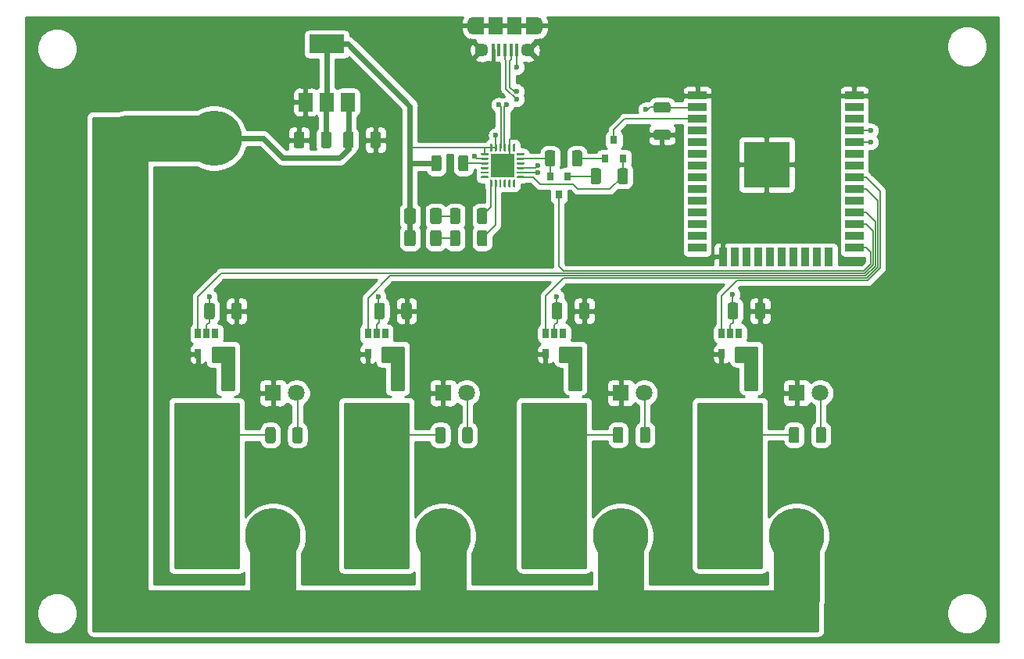
<source format=gbr>
G04 #@! TF.GenerationSoftware,KiCad,Pcbnew,5.1.9*
G04 #@! TF.CreationDate,2021-01-16T18:22:49+01:00*
G04 #@! TF.ProjectId,firework-ignition-system,66697265-776f-4726-9b2d-69676e697469,1*
G04 #@! TF.SameCoordinates,Original*
G04 #@! TF.FileFunction,Copper,L1,Top*
G04 #@! TF.FilePolarity,Positive*
%FSLAX46Y46*%
G04 Gerber Fmt 4.6, Leading zero omitted, Abs format (unit mm)*
G04 Created by KiCad (PCBNEW 5.1.9) date 2021-01-16 18:22:49*
%MOMM*%
%LPD*%
G01*
G04 APERTURE LIST*
G04 #@! TA.AperFunction,SMDPad,CuDef*
%ADD10R,2.600000X2.600000*%
G04 #@! TD*
G04 #@! TA.AperFunction,SMDPad,CuDef*
%ADD11R,1.200000X1.900000*%
G04 #@! TD*
G04 #@! TA.AperFunction,ComponentPad*
%ADD12O,1.200000X1.900000*%
G04 #@! TD*
G04 #@! TA.AperFunction,SMDPad,CuDef*
%ADD13R,1.500000X1.900000*%
G04 #@! TD*
G04 #@! TA.AperFunction,ComponentPad*
%ADD14C,1.450000*%
G04 #@! TD*
G04 #@! TA.AperFunction,SMDPad,CuDef*
%ADD15R,0.400000X1.350000*%
G04 #@! TD*
G04 #@! TA.AperFunction,SMDPad,CuDef*
%ADD16R,0.650000X1.060000*%
G04 #@! TD*
G04 #@! TA.AperFunction,SMDPad,CuDef*
%ADD17R,5.800000X6.400000*%
G04 #@! TD*
G04 #@! TA.AperFunction,SMDPad,CuDef*
%ADD18R,1.200000X2.200000*%
G04 #@! TD*
G04 #@! TA.AperFunction,ComponentPad*
%ADD19C,6.000000*%
G04 #@! TD*
G04 #@! TA.AperFunction,ComponentPad*
%ADD20C,1.800000*%
G04 #@! TD*
G04 #@! TA.AperFunction,ComponentPad*
%ADD21R,1.800000X1.800000*%
G04 #@! TD*
G04 #@! TA.AperFunction,SMDPad,CuDef*
%ADD22R,0.800000X0.900000*%
G04 #@! TD*
G04 #@! TA.AperFunction,SMDPad,CuDef*
%ADD23R,2.000000X0.900000*%
G04 #@! TD*
G04 #@! TA.AperFunction,SMDPad,CuDef*
%ADD24R,0.900000X2.000000*%
G04 #@! TD*
G04 #@! TA.AperFunction,SMDPad,CuDef*
%ADD25R,5.000000X5.000000*%
G04 #@! TD*
G04 #@! TA.AperFunction,SMDPad,CuDef*
%ADD26R,1.500000X2.000000*%
G04 #@! TD*
G04 #@! TA.AperFunction,SMDPad,CuDef*
%ADD27R,3.800000X2.000000*%
G04 #@! TD*
G04 #@! TA.AperFunction,ViaPad*
%ADD28C,0.600000*%
G04 #@! TD*
G04 #@! TA.AperFunction,Conductor*
%ADD29C,0.200000*%
G04 #@! TD*
G04 #@! TA.AperFunction,Conductor*
%ADD30C,0.400000*%
G04 #@! TD*
G04 #@! TA.AperFunction,Conductor*
%ADD31C,0.600000*%
G04 #@! TD*
G04 #@! TA.AperFunction,Conductor*
%ADD32C,5.000000*%
G04 #@! TD*
G04 #@! TA.AperFunction,Conductor*
%ADD33C,0.127000*%
G04 #@! TD*
G04 #@! TA.AperFunction,Conductor*
%ADD34C,0.152400*%
G04 #@! TD*
G04 #@! TA.AperFunction,Conductor*
%ADD35C,0.254000*%
G04 #@! TD*
G04 APERTURE END LIST*
G04 #@! TA.AperFunction,SMDPad,CuDef*
G36*
G01*
X46090000Y48148001D02*
X46090000Y46847999D01*
G75*
G02*
X45840001Y46598000I-249999J0D01*
G01*
X45189999Y46598000D01*
G75*
G02*
X44940000Y46847999I0J249999D01*
G01*
X44940000Y48148001D01*
G75*
G02*
X45189999Y48398000I249999J0D01*
G01*
X45840001Y48398000D01*
G75*
G02*
X46090000Y48148001I0J-249999D01*
G01*
G37*
G04 #@! TD.AperFunction*
G04 #@! TA.AperFunction,SMDPad,CuDef*
G36*
G01*
X49040000Y48148001D02*
X49040000Y46847999D01*
G75*
G02*
X48790001Y46598000I-249999J0D01*
G01*
X48139999Y46598000D01*
G75*
G02*
X47890000Y46847999I0J249999D01*
G01*
X47890000Y48148001D01*
G75*
G02*
X48139999Y48398000I249999J0D01*
G01*
X48790001Y48398000D01*
G75*
G02*
X49040000Y48148001I0J-249999D01*
G01*
G37*
G04 #@! TD.AperFunction*
G04 #@! TA.AperFunction,SMDPad,CuDef*
G36*
G01*
X53224000Y46847999D02*
X53224000Y48148001D01*
G75*
G02*
X53473999Y48398000I249999J0D01*
G01*
X54124001Y48398000D01*
G75*
G02*
X54374000Y48148001I0J-249999D01*
G01*
X54374000Y46847999D01*
G75*
G02*
X54124001Y46598000I-249999J0D01*
G01*
X53473999Y46598000D01*
G75*
G02*
X53224000Y46847999I0J249999D01*
G01*
G37*
G04 #@! TD.AperFunction*
G04 #@! TA.AperFunction,SMDPad,CuDef*
G36*
G01*
X50274000Y46847999D02*
X50274000Y48148001D01*
G75*
G02*
X50523999Y48398000I249999J0D01*
G01*
X51174001Y48398000D01*
G75*
G02*
X51424000Y48148001I0J-249999D01*
G01*
X51424000Y46847999D01*
G75*
G02*
X51174001Y46598000I-249999J0D01*
G01*
X50523999Y46598000D01*
G75*
G02*
X50274000Y46847999I0J249999D01*
G01*
G37*
G04 #@! TD.AperFunction*
G04 #@! TA.AperFunction,SMDPad,CuDef*
G36*
G01*
X84185999Y48630000D02*
X85486001Y48630000D01*
G75*
G02*
X85736000Y48380001I0J-249999D01*
G01*
X85736000Y47729999D01*
G75*
G02*
X85486001Y47480000I-249999J0D01*
G01*
X84185999Y47480000D01*
G75*
G02*
X83936000Y47729999I0J249999D01*
G01*
X83936000Y48380001D01*
G75*
G02*
X84185999Y48630000I249999J0D01*
G01*
G37*
G04 #@! TD.AperFunction*
G04 #@! TA.AperFunction,SMDPad,CuDef*
G36*
G01*
X84185999Y51580000D02*
X85486001Y51580000D01*
G75*
G02*
X85736000Y51330001I0J-249999D01*
G01*
X85736000Y50679999D01*
G75*
G02*
X85486001Y50430000I-249999J0D01*
G01*
X84185999Y50430000D01*
G75*
G02*
X83936000Y50679999I0J249999D01*
G01*
X83936000Y51330001D01*
G75*
G02*
X84185999Y51580000I249999J0D01*
G01*
G37*
G04 #@! TD.AperFunction*
D10*
X67564000Y44704000D03*
G04 #@! TA.AperFunction,SMDPad,CuDef*
G36*
G01*
X69151500Y46079000D02*
X69851500Y46079000D01*
G75*
G02*
X69914000Y46016500I0J-62500D01*
G01*
X69914000Y45891500D01*
G75*
G02*
X69851500Y45829000I-62500J0D01*
G01*
X69151500Y45829000D01*
G75*
G02*
X69089000Y45891500I0J62500D01*
G01*
X69089000Y46016500D01*
G75*
G02*
X69151500Y46079000I62500J0D01*
G01*
G37*
G04 #@! TD.AperFunction*
G04 #@! TA.AperFunction,SMDPad,CuDef*
G36*
G01*
X69151500Y45579000D02*
X69851500Y45579000D01*
G75*
G02*
X69914000Y45516500I0J-62500D01*
G01*
X69914000Y45391500D01*
G75*
G02*
X69851500Y45329000I-62500J0D01*
G01*
X69151500Y45329000D01*
G75*
G02*
X69089000Y45391500I0J62500D01*
G01*
X69089000Y45516500D01*
G75*
G02*
X69151500Y45579000I62500J0D01*
G01*
G37*
G04 #@! TD.AperFunction*
G04 #@! TA.AperFunction,SMDPad,CuDef*
G36*
G01*
X69151500Y45079000D02*
X69851500Y45079000D01*
G75*
G02*
X69914000Y45016500I0J-62500D01*
G01*
X69914000Y44891500D01*
G75*
G02*
X69851500Y44829000I-62500J0D01*
G01*
X69151500Y44829000D01*
G75*
G02*
X69089000Y44891500I0J62500D01*
G01*
X69089000Y45016500D01*
G75*
G02*
X69151500Y45079000I62500J0D01*
G01*
G37*
G04 #@! TD.AperFunction*
G04 #@! TA.AperFunction,SMDPad,CuDef*
G36*
G01*
X69151500Y44579000D02*
X69851500Y44579000D01*
G75*
G02*
X69914000Y44516500I0J-62500D01*
G01*
X69914000Y44391500D01*
G75*
G02*
X69851500Y44329000I-62500J0D01*
G01*
X69151500Y44329000D01*
G75*
G02*
X69089000Y44391500I0J62500D01*
G01*
X69089000Y44516500D01*
G75*
G02*
X69151500Y44579000I62500J0D01*
G01*
G37*
G04 #@! TD.AperFunction*
G04 #@! TA.AperFunction,SMDPad,CuDef*
G36*
G01*
X69151500Y44079000D02*
X69851500Y44079000D01*
G75*
G02*
X69914000Y44016500I0J-62500D01*
G01*
X69914000Y43891500D01*
G75*
G02*
X69851500Y43829000I-62500J0D01*
G01*
X69151500Y43829000D01*
G75*
G02*
X69089000Y43891500I0J62500D01*
G01*
X69089000Y44016500D01*
G75*
G02*
X69151500Y44079000I62500J0D01*
G01*
G37*
G04 #@! TD.AperFunction*
G04 #@! TA.AperFunction,SMDPad,CuDef*
G36*
G01*
X69151500Y43579000D02*
X69851500Y43579000D01*
G75*
G02*
X69914000Y43516500I0J-62500D01*
G01*
X69914000Y43391500D01*
G75*
G02*
X69851500Y43329000I-62500J0D01*
G01*
X69151500Y43329000D01*
G75*
G02*
X69089000Y43391500I0J62500D01*
G01*
X69089000Y43516500D01*
G75*
G02*
X69151500Y43579000I62500J0D01*
G01*
G37*
G04 #@! TD.AperFunction*
G04 #@! TA.AperFunction,SMDPad,CuDef*
G36*
G01*
X68751500Y43179000D02*
X68876500Y43179000D01*
G75*
G02*
X68939000Y43116500I0J-62500D01*
G01*
X68939000Y42416500D01*
G75*
G02*
X68876500Y42354000I-62500J0D01*
G01*
X68751500Y42354000D01*
G75*
G02*
X68689000Y42416500I0J62500D01*
G01*
X68689000Y43116500D01*
G75*
G02*
X68751500Y43179000I62500J0D01*
G01*
G37*
G04 #@! TD.AperFunction*
G04 #@! TA.AperFunction,SMDPad,CuDef*
G36*
G01*
X68251500Y43179000D02*
X68376500Y43179000D01*
G75*
G02*
X68439000Y43116500I0J-62500D01*
G01*
X68439000Y42416500D01*
G75*
G02*
X68376500Y42354000I-62500J0D01*
G01*
X68251500Y42354000D01*
G75*
G02*
X68189000Y42416500I0J62500D01*
G01*
X68189000Y43116500D01*
G75*
G02*
X68251500Y43179000I62500J0D01*
G01*
G37*
G04 #@! TD.AperFunction*
G04 #@! TA.AperFunction,SMDPad,CuDef*
G36*
G01*
X67751500Y43179000D02*
X67876500Y43179000D01*
G75*
G02*
X67939000Y43116500I0J-62500D01*
G01*
X67939000Y42416500D01*
G75*
G02*
X67876500Y42354000I-62500J0D01*
G01*
X67751500Y42354000D01*
G75*
G02*
X67689000Y42416500I0J62500D01*
G01*
X67689000Y43116500D01*
G75*
G02*
X67751500Y43179000I62500J0D01*
G01*
G37*
G04 #@! TD.AperFunction*
G04 #@! TA.AperFunction,SMDPad,CuDef*
G36*
G01*
X67251500Y43179000D02*
X67376500Y43179000D01*
G75*
G02*
X67439000Y43116500I0J-62500D01*
G01*
X67439000Y42416500D01*
G75*
G02*
X67376500Y42354000I-62500J0D01*
G01*
X67251500Y42354000D01*
G75*
G02*
X67189000Y42416500I0J62500D01*
G01*
X67189000Y43116500D01*
G75*
G02*
X67251500Y43179000I62500J0D01*
G01*
G37*
G04 #@! TD.AperFunction*
G04 #@! TA.AperFunction,SMDPad,CuDef*
G36*
G01*
X66751500Y43179000D02*
X66876500Y43179000D01*
G75*
G02*
X66939000Y43116500I0J-62500D01*
G01*
X66939000Y42416500D01*
G75*
G02*
X66876500Y42354000I-62500J0D01*
G01*
X66751500Y42354000D01*
G75*
G02*
X66689000Y42416500I0J62500D01*
G01*
X66689000Y43116500D01*
G75*
G02*
X66751500Y43179000I62500J0D01*
G01*
G37*
G04 #@! TD.AperFunction*
G04 #@! TA.AperFunction,SMDPad,CuDef*
G36*
G01*
X66251500Y43179000D02*
X66376500Y43179000D01*
G75*
G02*
X66439000Y43116500I0J-62500D01*
G01*
X66439000Y42416500D01*
G75*
G02*
X66376500Y42354000I-62500J0D01*
G01*
X66251500Y42354000D01*
G75*
G02*
X66189000Y42416500I0J62500D01*
G01*
X66189000Y43116500D01*
G75*
G02*
X66251500Y43179000I62500J0D01*
G01*
G37*
G04 #@! TD.AperFunction*
G04 #@! TA.AperFunction,SMDPad,CuDef*
G36*
G01*
X65276500Y43579000D02*
X65976500Y43579000D01*
G75*
G02*
X66039000Y43516500I0J-62500D01*
G01*
X66039000Y43391500D01*
G75*
G02*
X65976500Y43329000I-62500J0D01*
G01*
X65276500Y43329000D01*
G75*
G02*
X65214000Y43391500I0J62500D01*
G01*
X65214000Y43516500D01*
G75*
G02*
X65276500Y43579000I62500J0D01*
G01*
G37*
G04 #@! TD.AperFunction*
G04 #@! TA.AperFunction,SMDPad,CuDef*
G36*
G01*
X65276500Y44079000D02*
X65976500Y44079000D01*
G75*
G02*
X66039000Y44016500I0J-62500D01*
G01*
X66039000Y43891500D01*
G75*
G02*
X65976500Y43829000I-62500J0D01*
G01*
X65276500Y43829000D01*
G75*
G02*
X65214000Y43891500I0J62500D01*
G01*
X65214000Y44016500D01*
G75*
G02*
X65276500Y44079000I62500J0D01*
G01*
G37*
G04 #@! TD.AperFunction*
G04 #@! TA.AperFunction,SMDPad,CuDef*
G36*
G01*
X65276500Y44579000D02*
X65976500Y44579000D01*
G75*
G02*
X66039000Y44516500I0J-62500D01*
G01*
X66039000Y44391500D01*
G75*
G02*
X65976500Y44329000I-62500J0D01*
G01*
X65276500Y44329000D01*
G75*
G02*
X65214000Y44391500I0J62500D01*
G01*
X65214000Y44516500D01*
G75*
G02*
X65276500Y44579000I62500J0D01*
G01*
G37*
G04 #@! TD.AperFunction*
G04 #@! TA.AperFunction,SMDPad,CuDef*
G36*
G01*
X65276500Y45079000D02*
X65976500Y45079000D01*
G75*
G02*
X66039000Y45016500I0J-62500D01*
G01*
X66039000Y44891500D01*
G75*
G02*
X65976500Y44829000I-62500J0D01*
G01*
X65276500Y44829000D01*
G75*
G02*
X65214000Y44891500I0J62500D01*
G01*
X65214000Y45016500D01*
G75*
G02*
X65276500Y45079000I62500J0D01*
G01*
G37*
G04 #@! TD.AperFunction*
G04 #@! TA.AperFunction,SMDPad,CuDef*
G36*
G01*
X65276500Y45579000D02*
X65976500Y45579000D01*
G75*
G02*
X66039000Y45516500I0J-62500D01*
G01*
X66039000Y45391500D01*
G75*
G02*
X65976500Y45329000I-62500J0D01*
G01*
X65276500Y45329000D01*
G75*
G02*
X65214000Y45391500I0J62500D01*
G01*
X65214000Y45516500D01*
G75*
G02*
X65276500Y45579000I62500J0D01*
G01*
G37*
G04 #@! TD.AperFunction*
G04 #@! TA.AperFunction,SMDPad,CuDef*
G36*
G01*
X65276500Y46079000D02*
X65976500Y46079000D01*
G75*
G02*
X66039000Y46016500I0J-62500D01*
G01*
X66039000Y45891500D01*
G75*
G02*
X65976500Y45829000I-62500J0D01*
G01*
X65276500Y45829000D01*
G75*
G02*
X65214000Y45891500I0J62500D01*
G01*
X65214000Y46016500D01*
G75*
G02*
X65276500Y46079000I62500J0D01*
G01*
G37*
G04 #@! TD.AperFunction*
G04 #@! TA.AperFunction,SMDPad,CuDef*
G36*
G01*
X66251500Y47054000D02*
X66376500Y47054000D01*
G75*
G02*
X66439000Y46991500I0J-62500D01*
G01*
X66439000Y46291500D01*
G75*
G02*
X66376500Y46229000I-62500J0D01*
G01*
X66251500Y46229000D01*
G75*
G02*
X66189000Y46291500I0J62500D01*
G01*
X66189000Y46991500D01*
G75*
G02*
X66251500Y47054000I62500J0D01*
G01*
G37*
G04 #@! TD.AperFunction*
G04 #@! TA.AperFunction,SMDPad,CuDef*
G36*
G01*
X66751500Y47054000D02*
X66876500Y47054000D01*
G75*
G02*
X66939000Y46991500I0J-62500D01*
G01*
X66939000Y46291500D01*
G75*
G02*
X66876500Y46229000I-62500J0D01*
G01*
X66751500Y46229000D01*
G75*
G02*
X66689000Y46291500I0J62500D01*
G01*
X66689000Y46991500D01*
G75*
G02*
X66751500Y47054000I62500J0D01*
G01*
G37*
G04 #@! TD.AperFunction*
G04 #@! TA.AperFunction,SMDPad,CuDef*
G36*
G01*
X67251500Y47054000D02*
X67376500Y47054000D01*
G75*
G02*
X67439000Y46991500I0J-62500D01*
G01*
X67439000Y46291500D01*
G75*
G02*
X67376500Y46229000I-62500J0D01*
G01*
X67251500Y46229000D01*
G75*
G02*
X67189000Y46291500I0J62500D01*
G01*
X67189000Y46991500D01*
G75*
G02*
X67251500Y47054000I62500J0D01*
G01*
G37*
G04 #@! TD.AperFunction*
G04 #@! TA.AperFunction,SMDPad,CuDef*
G36*
G01*
X67751500Y47054000D02*
X67876500Y47054000D01*
G75*
G02*
X67939000Y46991500I0J-62500D01*
G01*
X67939000Y46291500D01*
G75*
G02*
X67876500Y46229000I-62500J0D01*
G01*
X67751500Y46229000D01*
G75*
G02*
X67689000Y46291500I0J62500D01*
G01*
X67689000Y46991500D01*
G75*
G02*
X67751500Y47054000I62500J0D01*
G01*
G37*
G04 #@! TD.AperFunction*
G04 #@! TA.AperFunction,SMDPad,CuDef*
G36*
G01*
X68251500Y47054000D02*
X68376500Y47054000D01*
G75*
G02*
X68439000Y46991500I0J-62500D01*
G01*
X68439000Y46291500D01*
G75*
G02*
X68376500Y46229000I-62500J0D01*
G01*
X68251500Y46229000D01*
G75*
G02*
X68189000Y46291500I0J62500D01*
G01*
X68189000Y46991500D01*
G75*
G02*
X68251500Y47054000I62500J0D01*
G01*
G37*
G04 #@! TD.AperFunction*
G04 #@! TA.AperFunction,SMDPad,CuDef*
G36*
G01*
X68751500Y47054000D02*
X68876500Y47054000D01*
G75*
G02*
X68939000Y46991500I0J-62500D01*
G01*
X68939000Y46291500D01*
G75*
G02*
X68876500Y46229000I-62500J0D01*
G01*
X68751500Y46229000D01*
G75*
G02*
X68689000Y46291500I0J62500D01*
G01*
X68689000Y46991500D01*
G75*
G02*
X68751500Y47054000I62500J0D01*
G01*
G37*
G04 #@! TD.AperFunction*
D11*
X70718000Y59911500D03*
X64918000Y59911500D03*
D12*
X64318000Y59911500D03*
X71318000Y59911500D03*
D13*
X68818000Y59911500D03*
D14*
X65318000Y57211500D03*
D15*
X67818000Y57211500D03*
X67168000Y57211500D03*
X66518000Y57211500D03*
X69118000Y57211500D03*
X68468000Y57211500D03*
D14*
X70318000Y57211500D03*
D13*
X66818000Y59911500D03*
D16*
X54862000Y24279600D03*
X52962000Y24279600D03*
X52962000Y26479600D03*
X53912000Y26479600D03*
X54862000Y26479600D03*
X74102000Y24300000D03*
X72202000Y24300000D03*
X72202000Y26500000D03*
X73152000Y26500000D03*
X74102000Y26500000D03*
X36448400Y24279600D03*
X34548400Y24279600D03*
X34548400Y26479600D03*
X35498400Y26479600D03*
X36448400Y26479600D03*
X93152000Y24300000D03*
X91252000Y24300000D03*
X91252000Y26500000D03*
X92202000Y26500000D03*
X93152000Y26500000D03*
G04 #@! TA.AperFunction,SMDPad,CuDef*
G36*
G01*
X61394000Y16098601D02*
X61394000Y14848599D01*
G75*
G02*
X61144001Y14598600I-249999J0D01*
G01*
X60518999Y14598600D01*
G75*
G02*
X60269000Y14848599I0J249999D01*
G01*
X60269000Y16098601D01*
G75*
G02*
X60518999Y16348600I249999J0D01*
G01*
X61144001Y16348600D01*
G75*
G02*
X61394000Y16098601I0J-249999D01*
G01*
G37*
G04 #@! TD.AperFunction*
G04 #@! TA.AperFunction,SMDPad,CuDef*
G36*
G01*
X64319000Y16098601D02*
X64319000Y14848599D01*
G75*
G02*
X64069001Y14598600I-249999J0D01*
G01*
X63443999Y14598600D01*
G75*
G02*
X63194000Y14848599I0J249999D01*
G01*
X63194000Y16098601D01*
G75*
G02*
X63443999Y16348600I249999J0D01*
G01*
X64069001Y16348600D01*
G75*
G02*
X64319000Y16098601I0J-249999D01*
G01*
G37*
G04 #@! TD.AperFunction*
G04 #@! TA.AperFunction,SMDPad,CuDef*
G36*
G01*
X80634000Y16119001D02*
X80634000Y14868999D01*
G75*
G02*
X80384001Y14619000I-249999J0D01*
G01*
X79758999Y14619000D01*
G75*
G02*
X79509000Y14868999I0J249999D01*
G01*
X79509000Y16119001D01*
G75*
G02*
X79758999Y16369000I249999J0D01*
G01*
X80384001Y16369000D01*
G75*
G02*
X80634000Y16119001I0J-249999D01*
G01*
G37*
G04 #@! TD.AperFunction*
G04 #@! TA.AperFunction,SMDPad,CuDef*
G36*
G01*
X83559000Y16119001D02*
X83559000Y14868999D01*
G75*
G02*
X83309001Y14619000I-249999J0D01*
G01*
X82683999Y14619000D01*
G75*
G02*
X82434000Y14868999I0J249999D01*
G01*
X82434000Y16119001D01*
G75*
G02*
X82683999Y16369000I249999J0D01*
G01*
X83309001Y16369000D01*
G75*
G02*
X83559000Y16119001I0J-249999D01*
G01*
G37*
G04 #@! TD.AperFunction*
G04 #@! TA.AperFunction,SMDPad,CuDef*
G36*
G01*
X42980400Y16098601D02*
X42980400Y14848599D01*
G75*
G02*
X42730401Y14598600I-249999J0D01*
G01*
X42105399Y14598600D01*
G75*
G02*
X41855400Y14848599I0J249999D01*
G01*
X41855400Y16098601D01*
G75*
G02*
X42105399Y16348600I249999J0D01*
G01*
X42730401Y16348600D01*
G75*
G02*
X42980400Y16098601I0J-249999D01*
G01*
G37*
G04 #@! TD.AperFunction*
G04 #@! TA.AperFunction,SMDPad,CuDef*
G36*
G01*
X45905400Y16098601D02*
X45905400Y14848599D01*
G75*
G02*
X45655401Y14598600I-249999J0D01*
G01*
X45030399Y14598600D01*
G75*
G02*
X44780400Y14848599I0J249999D01*
G01*
X44780400Y16098601D01*
G75*
G02*
X45030399Y16348600I249999J0D01*
G01*
X45655401Y16348600D01*
G75*
G02*
X45905400Y16098601I0J-249999D01*
G01*
G37*
G04 #@! TD.AperFunction*
G04 #@! TA.AperFunction,SMDPad,CuDef*
G36*
G01*
X99684000Y16119001D02*
X99684000Y14868999D01*
G75*
G02*
X99434001Y14619000I-249999J0D01*
G01*
X98808999Y14619000D01*
G75*
G02*
X98559000Y14868999I0J249999D01*
G01*
X98559000Y16119001D01*
G75*
G02*
X98808999Y16369000I249999J0D01*
G01*
X99434001Y16369000D01*
G75*
G02*
X99684000Y16119001I0J-249999D01*
G01*
G37*
G04 #@! TD.AperFunction*
G04 #@! TA.AperFunction,SMDPad,CuDef*
G36*
G01*
X102609000Y16119001D02*
X102609000Y14868999D01*
G75*
G02*
X102359001Y14619000I-249999J0D01*
G01*
X101733999Y14619000D01*
G75*
G02*
X101484000Y14868999I0J249999D01*
G01*
X101484000Y16119001D01*
G75*
G02*
X101733999Y16369000I249999J0D01*
G01*
X102359001Y16369000D01*
G75*
G02*
X102609000Y16119001I0J-249999D01*
G01*
G37*
G04 #@! TD.AperFunction*
D17*
X53912000Y15405600D03*
D18*
X51632000Y21705600D03*
X56192000Y21705600D03*
D17*
X73152000Y15426000D03*
D18*
X70872000Y21726000D03*
X75432000Y21726000D03*
D17*
X35498400Y15405600D03*
D18*
X33218400Y21705600D03*
X37778400Y21705600D03*
D17*
X92202000Y15426000D03*
D18*
X89922000Y21726000D03*
X94482000Y21726000D03*
G04 #@! TA.AperFunction,ComponentPad*
G36*
G01*
X50912000Y3051600D02*
X50912000Y6051600D01*
G75*
G02*
X52412000Y7551600I1500000J0D01*
G01*
X55412000Y7551600D01*
G75*
G02*
X56912000Y6051600I0J-1500000D01*
G01*
X56912000Y3051600D01*
G75*
G02*
X55412000Y1551600I-1500000J0D01*
G01*
X52412000Y1551600D01*
G75*
G02*
X50912000Y3051600I0J1500000D01*
G01*
G37*
G04 #@! TD.AperFunction*
D19*
X61112000Y4551600D03*
G04 #@! TA.AperFunction,ComponentPad*
G36*
G01*
X70152000Y3072000D02*
X70152000Y6072000D01*
G75*
G02*
X71652000Y7572000I1500000J0D01*
G01*
X74652000Y7572000D01*
G75*
G02*
X76152000Y6072000I0J-1500000D01*
G01*
X76152000Y3072000D01*
G75*
G02*
X74652000Y1572000I-1500000J0D01*
G01*
X71652000Y1572000D01*
G75*
G02*
X70152000Y3072000I0J1500000D01*
G01*
G37*
G04 #@! TD.AperFunction*
X80352000Y4572000D03*
G04 #@! TA.AperFunction,ComponentPad*
G36*
G01*
X32498400Y3051600D02*
X32498400Y6051600D01*
G75*
G02*
X33998400Y7551600I1500000J0D01*
G01*
X36998400Y7551600D01*
G75*
G02*
X38498400Y6051600I0J-1500000D01*
G01*
X38498400Y3051600D01*
G75*
G02*
X36998400Y1551600I-1500000J0D01*
G01*
X33998400Y1551600D01*
G75*
G02*
X32498400Y3051600I0J1500000D01*
G01*
G37*
G04 #@! TD.AperFunction*
X42698400Y4551600D03*
G04 #@! TA.AperFunction,ComponentPad*
G36*
G01*
X89202000Y3072000D02*
X89202000Y6072000D01*
G75*
G02*
X90702000Y7572000I1500000J0D01*
G01*
X93702000Y7572000D01*
G75*
G02*
X95202000Y6072000I0J-1500000D01*
G01*
X95202000Y3072000D01*
G75*
G02*
X93702000Y1572000I-1500000J0D01*
G01*
X90702000Y1572000D01*
G75*
G02*
X89202000Y3072000I0J1500000D01*
G01*
G37*
G04 #@! TD.AperFunction*
X99402000Y4572000D03*
D20*
X63660000Y20047600D03*
D21*
X61120000Y20047600D03*
D20*
X82900000Y20068000D03*
D21*
X80360000Y20068000D03*
D20*
X45246400Y20047600D03*
D21*
X42706400Y20047600D03*
D20*
X101950000Y20068000D03*
D21*
X99410000Y20068000D03*
G04 #@! TA.AperFunction,SMDPad,CuDef*
G36*
G01*
X56590000Y28285599D02*
X56590000Y29585601D01*
G75*
G02*
X56839999Y29835600I249999J0D01*
G01*
X57490001Y29835600D01*
G75*
G02*
X57740000Y29585601I0J-249999D01*
G01*
X57740000Y28285599D01*
G75*
G02*
X57490001Y28035600I-249999J0D01*
G01*
X56839999Y28035600D01*
G75*
G02*
X56590000Y28285599I0J249999D01*
G01*
G37*
G04 #@! TD.AperFunction*
G04 #@! TA.AperFunction,SMDPad,CuDef*
G36*
G01*
X53640000Y28285599D02*
X53640000Y29585601D01*
G75*
G02*
X53889999Y29835600I249999J0D01*
G01*
X54540001Y29835600D01*
G75*
G02*
X54790000Y29585601I0J-249999D01*
G01*
X54790000Y28285599D01*
G75*
G02*
X54540001Y28035600I-249999J0D01*
G01*
X53889999Y28035600D01*
G75*
G02*
X53640000Y28285599I0J249999D01*
G01*
G37*
G04 #@! TD.AperFunction*
G04 #@! TA.AperFunction,SMDPad,CuDef*
G36*
G01*
X75830000Y28305999D02*
X75830000Y29606001D01*
G75*
G02*
X76079999Y29856000I249999J0D01*
G01*
X76730001Y29856000D01*
G75*
G02*
X76980000Y29606001I0J-249999D01*
G01*
X76980000Y28305999D01*
G75*
G02*
X76730001Y28056000I-249999J0D01*
G01*
X76079999Y28056000D01*
G75*
G02*
X75830000Y28305999I0J249999D01*
G01*
G37*
G04 #@! TD.AperFunction*
G04 #@! TA.AperFunction,SMDPad,CuDef*
G36*
G01*
X72880000Y28305999D02*
X72880000Y29606001D01*
G75*
G02*
X73129999Y29856000I249999J0D01*
G01*
X73780001Y29856000D01*
G75*
G02*
X74030000Y29606001I0J-249999D01*
G01*
X74030000Y28305999D01*
G75*
G02*
X73780001Y28056000I-249999J0D01*
G01*
X73129999Y28056000D01*
G75*
G02*
X72880000Y28305999I0J249999D01*
G01*
G37*
G04 #@! TD.AperFunction*
G04 #@! TA.AperFunction,SMDPad,CuDef*
G36*
G01*
X38176400Y28285599D02*
X38176400Y29585601D01*
G75*
G02*
X38426399Y29835600I249999J0D01*
G01*
X39076401Y29835600D01*
G75*
G02*
X39326400Y29585601I0J-249999D01*
G01*
X39326400Y28285599D01*
G75*
G02*
X39076401Y28035600I-249999J0D01*
G01*
X38426399Y28035600D01*
G75*
G02*
X38176400Y28285599I0J249999D01*
G01*
G37*
G04 #@! TD.AperFunction*
G04 #@! TA.AperFunction,SMDPad,CuDef*
G36*
G01*
X35226400Y28285599D02*
X35226400Y29585601D01*
G75*
G02*
X35476399Y29835600I249999J0D01*
G01*
X36126401Y29835600D01*
G75*
G02*
X36376400Y29585601I0J-249999D01*
G01*
X36376400Y28285599D01*
G75*
G02*
X36126401Y28035600I-249999J0D01*
G01*
X35476399Y28035600D01*
G75*
G02*
X35226400Y28285599I0J249999D01*
G01*
G37*
G04 #@! TD.AperFunction*
G04 #@! TA.AperFunction,SMDPad,CuDef*
G36*
G01*
X94880000Y28305999D02*
X94880000Y29606001D01*
G75*
G02*
X95129999Y29856000I249999J0D01*
G01*
X95780001Y29856000D01*
G75*
G02*
X96030000Y29606001I0J-249999D01*
G01*
X96030000Y28305999D01*
G75*
G02*
X95780001Y28056000I-249999J0D01*
G01*
X95129999Y28056000D01*
G75*
G02*
X94880000Y28305999I0J249999D01*
G01*
G37*
G04 #@! TD.AperFunction*
G04 #@! TA.AperFunction,SMDPad,CuDef*
G36*
G01*
X91930000Y28305999D02*
X91930000Y29606001D01*
G75*
G02*
X92179999Y29856000I249999J0D01*
G01*
X92830001Y29856000D01*
G75*
G02*
X93080000Y29606001I0J-249999D01*
G01*
X93080000Y28305999D01*
G75*
G02*
X92830001Y28056000I-249999J0D01*
G01*
X92179999Y28056000D01*
G75*
G02*
X91930000Y28305999I0J249999D01*
G01*
G37*
G04 #@! TD.AperFunction*
G04 #@! TA.AperFunction,SMDPad,CuDef*
G36*
G01*
X62749000Y44332998D02*
X62749000Y45583002D01*
G75*
G02*
X62998998Y45833000I249998J0D01*
G01*
X63624002Y45833000D01*
G75*
G02*
X63874000Y45583002I0J-249998D01*
G01*
X63874000Y44332998D01*
G75*
G02*
X63624002Y44083000I-249998J0D01*
G01*
X62998998Y44083000D01*
G75*
G02*
X62749000Y44332998I0J249998D01*
G01*
G37*
G04 #@! TD.AperFunction*
G04 #@! TA.AperFunction,SMDPad,CuDef*
G36*
G01*
X59824000Y44332998D02*
X59824000Y45583002D01*
G75*
G02*
X60073998Y45833000I249998J0D01*
G01*
X60699002Y45833000D01*
G75*
G02*
X60949000Y45583002I0J-249998D01*
G01*
X60949000Y44332998D01*
G75*
G02*
X60699002Y44083000I-249998J0D01*
G01*
X60073998Y44083000D01*
G75*
G02*
X59824000Y44332998I0J249998D01*
G01*
G37*
G04 #@! TD.AperFunction*
G04 #@! TA.AperFunction,SMDPad,CuDef*
G36*
G01*
X64781000Y36204998D02*
X64781000Y37455002D01*
G75*
G02*
X65030998Y37705000I249998J0D01*
G01*
X65656002Y37705000D01*
G75*
G02*
X65906000Y37455002I0J-249998D01*
G01*
X65906000Y36204998D01*
G75*
G02*
X65656002Y35955000I-249998J0D01*
G01*
X65030998Y35955000D01*
G75*
G02*
X64781000Y36204998I0J249998D01*
G01*
G37*
G04 #@! TD.AperFunction*
G04 #@! TA.AperFunction,SMDPad,CuDef*
G36*
G01*
X61856000Y36204998D02*
X61856000Y37455002D01*
G75*
G02*
X62105998Y37705000I249998J0D01*
G01*
X62731002Y37705000D01*
G75*
G02*
X62981000Y37455002I0J-249998D01*
G01*
X62981000Y36204998D01*
G75*
G02*
X62731002Y35955000I-249998J0D01*
G01*
X62105998Y35955000D01*
G75*
G02*
X61856000Y36204998I0J249998D01*
G01*
G37*
G04 #@! TD.AperFunction*
G04 #@! TA.AperFunction,SMDPad,CuDef*
G36*
G01*
X58153000Y39868000D02*
X58153000Y38618000D01*
G75*
G02*
X57903000Y38368000I-250000J0D01*
G01*
X57153000Y38368000D01*
G75*
G02*
X56903000Y38618000I0J250000D01*
G01*
X56903000Y39868000D01*
G75*
G02*
X57153000Y40118000I250000J0D01*
G01*
X57903000Y40118000D01*
G75*
G02*
X58153000Y39868000I0J-250000D01*
G01*
G37*
G04 #@! TD.AperFunction*
G04 #@! TA.AperFunction,SMDPad,CuDef*
G36*
G01*
X60953000Y39868000D02*
X60953000Y38618000D01*
G75*
G02*
X60703000Y38368000I-250000J0D01*
G01*
X59953000Y38368000D01*
G75*
G02*
X59703000Y38618000I0J250000D01*
G01*
X59703000Y39868000D01*
G75*
G02*
X59953000Y40118000I250000J0D01*
G01*
X60703000Y40118000D01*
G75*
G02*
X60953000Y39868000I0J-250000D01*
G01*
G37*
G04 #@! TD.AperFunction*
G04 #@! TA.AperFunction,SMDPad,CuDef*
G36*
G01*
X58153000Y37455000D02*
X58153000Y36205000D01*
G75*
G02*
X57903000Y35955000I-250000J0D01*
G01*
X57153000Y35955000D01*
G75*
G02*
X56903000Y36205000I0J250000D01*
G01*
X56903000Y37455000D01*
G75*
G02*
X57153000Y37705000I250000J0D01*
G01*
X57903000Y37705000D01*
G75*
G02*
X58153000Y37455000I0J-250000D01*
G01*
G37*
G04 #@! TD.AperFunction*
G04 #@! TA.AperFunction,SMDPad,CuDef*
G36*
G01*
X60953000Y37455000D02*
X60953000Y36205000D01*
G75*
G02*
X60703000Y35955000I-250000J0D01*
G01*
X59953000Y35955000D01*
G75*
G02*
X59703000Y36205000I0J250000D01*
G01*
X59703000Y37455000D01*
G75*
G02*
X59953000Y37705000I250000J0D01*
G01*
X60703000Y37705000D01*
G75*
G02*
X60953000Y37455000I0J-250000D01*
G01*
G37*
G04 #@! TD.AperFunction*
G04 #@! TA.AperFunction,SMDPad,CuDef*
G36*
G01*
X75068000Y44866398D02*
X75068000Y46116402D01*
G75*
G02*
X75317998Y46366400I249998J0D01*
G01*
X75943002Y46366400D01*
G75*
G02*
X76193000Y46116402I0J-249998D01*
G01*
X76193000Y44866398D01*
G75*
G02*
X75943002Y44616400I-249998J0D01*
G01*
X75317998Y44616400D01*
G75*
G02*
X75068000Y44866398I0J249998D01*
G01*
G37*
G04 #@! TD.AperFunction*
G04 #@! TA.AperFunction,SMDPad,CuDef*
G36*
G01*
X72143000Y44866398D02*
X72143000Y46116402D01*
G75*
G02*
X72392998Y46366400I249998J0D01*
G01*
X73018002Y46366400D01*
G75*
G02*
X73268000Y46116402I0J-249998D01*
G01*
X73268000Y44866398D01*
G75*
G02*
X73018002Y44616400I-249998J0D01*
G01*
X72392998Y44616400D01*
G75*
G02*
X72143000Y44866398I0J249998D01*
G01*
G37*
G04 #@! TD.AperFunction*
G04 #@! TA.AperFunction,SMDPad,CuDef*
G36*
G01*
X78221000Y44186002D02*
X78221000Y42935998D01*
G75*
G02*
X77971002Y42686000I-249998J0D01*
G01*
X77345998Y42686000D01*
G75*
G02*
X77096000Y42935998I0J249998D01*
G01*
X77096000Y44186002D01*
G75*
G02*
X77345998Y44436000I249998J0D01*
G01*
X77971002Y44436000D01*
G75*
G02*
X78221000Y44186002I0J-249998D01*
G01*
G37*
G04 #@! TD.AperFunction*
G04 #@! TA.AperFunction,SMDPad,CuDef*
G36*
G01*
X81146000Y44186002D02*
X81146000Y42935998D01*
G75*
G02*
X80896002Y42686000I-249998J0D01*
G01*
X80270998Y42686000D01*
G75*
G02*
X80021000Y42935998I0J249998D01*
G01*
X80021000Y44186002D01*
G75*
G02*
X80270998Y44436000I249998J0D01*
G01*
X80896002Y44436000D01*
G75*
G02*
X81146000Y44186002I0J-249998D01*
G01*
G37*
G04 #@! TD.AperFunction*
G04 #@! TA.AperFunction,SMDPad,CuDef*
G36*
G01*
X64781000Y38617998D02*
X64781000Y39868002D01*
G75*
G02*
X65030998Y40118000I249998J0D01*
G01*
X65656002Y40118000D01*
G75*
G02*
X65906000Y39868002I0J-249998D01*
G01*
X65906000Y38617998D01*
G75*
G02*
X65656002Y38368000I-249998J0D01*
G01*
X65030998Y38368000D01*
G75*
G02*
X64781000Y38617998I0J249998D01*
G01*
G37*
G04 #@! TD.AperFunction*
G04 #@! TA.AperFunction,SMDPad,CuDef*
G36*
G01*
X61856000Y38617998D02*
X61856000Y39868002D01*
G75*
G02*
X62105998Y40118000I249998J0D01*
G01*
X62731002Y40118000D01*
G75*
G02*
X62981000Y39868002I0J-249998D01*
G01*
X62981000Y38617998D01*
G75*
G02*
X62731002Y38368000I-249998J0D01*
G01*
X62105998Y38368000D01*
G75*
G02*
X61856000Y38617998I0J249998D01*
G01*
G37*
G04 #@! TD.AperFunction*
D22*
X79629000Y47482000D03*
X80579000Y45482000D03*
X78679000Y45482000D03*
X73660000Y41545000D03*
X72710000Y43545000D03*
X74610000Y43545000D03*
D23*
X105655000Y52324000D03*
X105655000Y51054000D03*
X105655000Y49784000D03*
X105655000Y48514000D03*
X105655000Y47244000D03*
X105655000Y45974000D03*
X105655000Y44704000D03*
X105655000Y43434000D03*
X105655000Y42164000D03*
X105655000Y40894000D03*
X105655000Y39624000D03*
X105655000Y38354000D03*
X105655000Y37084000D03*
X105655000Y35814000D03*
D24*
X102870000Y34814000D03*
X101600000Y34814000D03*
X100330000Y34814000D03*
X99060000Y34814000D03*
X97790000Y34814000D03*
X96520000Y34814000D03*
X95250000Y34814000D03*
X93980000Y34814000D03*
X92710000Y34814000D03*
X91440000Y34814000D03*
D23*
X88655000Y35814000D03*
X88655000Y37084000D03*
X88655000Y38354000D03*
X88655000Y39624000D03*
X88655000Y40894000D03*
X88655000Y42164000D03*
X88655000Y43434000D03*
X88655000Y44704000D03*
X88655000Y45974000D03*
X88655000Y47244000D03*
X88655000Y48514000D03*
X88655000Y49784000D03*
X88655000Y51054000D03*
X88655000Y52324000D03*
D25*
X96155000Y44824000D03*
D26*
X46214000Y51587000D03*
X50814000Y51587000D03*
X48514000Y51587000D03*
D27*
X48514000Y57887000D03*
G04 #@! TA.AperFunction,ComponentPad*
G36*
G01*
X34822000Y57864000D02*
X37822000Y57864000D01*
G75*
G02*
X39322000Y56364000I0J-1500000D01*
G01*
X39322000Y53364000D01*
G75*
G02*
X37822000Y51864000I-1500000J0D01*
G01*
X34822000Y51864000D01*
G75*
G02*
X33322000Y53364000I0J1500000D01*
G01*
X33322000Y56364000D01*
G75*
G02*
X34822000Y57864000I1500000J0D01*
G01*
G37*
G04 #@! TD.AperFunction*
D19*
X36322000Y47664000D03*
D28*
X30988000Y24384000D03*
X50292000Y21336000D03*
X50292000Y22098000D03*
X50292000Y22860000D03*
X50292000Y23622000D03*
X51054000Y23622000D03*
X51816000Y23622000D03*
X49530000Y21336000D03*
X49530000Y22098000D03*
X49530000Y22860000D03*
X49530000Y23622000D03*
X49530000Y24384000D03*
X50292000Y24384000D03*
X51816000Y24384000D03*
X51054000Y24384000D03*
X31750000Y20574000D03*
X31750000Y24384000D03*
X32512000Y24384000D03*
X33274000Y24384000D03*
X31750000Y21336000D03*
X31750000Y22098000D03*
X31750000Y22860000D03*
X31750000Y23622000D03*
X32512000Y23622000D03*
X33274000Y23622000D03*
X69342000Y20828000D03*
X68580000Y20828000D03*
X68580000Y21590000D03*
X68580000Y22352000D03*
X68580000Y23114000D03*
X68580000Y23876000D03*
X68580000Y24638000D03*
X69342000Y24638000D03*
X70104000Y24638000D03*
X70866000Y24638000D03*
X69342000Y21590000D03*
X69342000Y22352000D03*
X69342000Y23114000D03*
X70104000Y23876000D03*
X70866000Y23876000D03*
X69342000Y23876000D03*
X88392000Y20574000D03*
X88392000Y21336000D03*
X88392000Y22098000D03*
X88392000Y22860000D03*
X88392000Y23622000D03*
X89154000Y23622000D03*
X89916000Y23622000D03*
X87630000Y20574000D03*
X87630000Y21336000D03*
X87630000Y22098000D03*
X87630000Y22860000D03*
X87630000Y23622000D03*
X87630000Y24384000D03*
X88392000Y24384000D03*
X89154000Y24384000D03*
X89916000Y24384000D03*
X30988000Y23622000D03*
X30988000Y22860000D03*
X30988000Y22098000D03*
X30988000Y21336000D03*
X30988000Y20574000D03*
X66821000Y48006000D03*
X83058000Y50800000D03*
X92456000Y30734000D03*
X35814000Y30480000D03*
X54102000Y30480000D03*
X73406000Y30480000D03*
X25110191Y44011001D03*
X25110191Y42557001D03*
X25110191Y41103001D03*
X25110191Y39649001D03*
X25110191Y38195001D03*
X25110191Y36741001D03*
X25110191Y35287001D03*
X25110191Y33833001D03*
X25110191Y32379001D03*
X25110191Y30925001D03*
X25110191Y29471001D03*
X25110191Y28017001D03*
X25110191Y26563001D03*
X25110191Y25109001D03*
X25110191Y23655001D03*
X25110191Y22201001D03*
X25110191Y20747001D03*
X25110191Y19293001D03*
X25110191Y17839001D03*
X25110191Y16385001D03*
X25110191Y14931001D03*
X25110191Y13477001D03*
X25110191Y12023001D03*
X25110191Y10569001D03*
X25110191Y9115001D03*
X25110191Y7661001D03*
X25110191Y6207001D03*
X25110191Y4753001D03*
X25110191Y3299001D03*
X25110191Y1845001D03*
X25110191Y391001D03*
X25110191Y-1062999D03*
X25110191Y-2516999D03*
X25110191Y-3970999D03*
X25837191Y43284001D03*
X25837191Y41830001D03*
X25837191Y40376001D03*
X25837191Y38922001D03*
X25837191Y37468001D03*
X25837191Y36014001D03*
X25837191Y34560001D03*
X25837191Y33106001D03*
X25837191Y31652001D03*
X25837191Y28744001D03*
X25837191Y27290001D03*
X25837191Y25836001D03*
X25837191Y24382001D03*
X25837191Y22928001D03*
X25837191Y21474001D03*
X25837191Y20020001D03*
X25837191Y18566001D03*
X25837191Y17112001D03*
X25837191Y15658001D03*
X25837191Y14204001D03*
X25837191Y12750001D03*
X25837191Y11296001D03*
X25837191Y9842001D03*
X25837191Y8388001D03*
X25837191Y6934001D03*
X25837191Y5480001D03*
X25837191Y4026001D03*
X25837191Y2572001D03*
X25837191Y1118001D03*
X25837191Y-335999D03*
X25837191Y-1789999D03*
X25837191Y-3243999D03*
X26564191Y44011001D03*
X26564191Y42557001D03*
X26564191Y41103001D03*
X26564191Y39649001D03*
X26564191Y38195001D03*
X26564191Y36741001D03*
X26564191Y35287001D03*
X26564191Y33833001D03*
X26564191Y32379001D03*
X26564191Y29471001D03*
X26564191Y28017001D03*
X26564191Y26563001D03*
X26564191Y25109001D03*
X26564191Y23655001D03*
X26564191Y22201001D03*
X26564191Y20747001D03*
X26564191Y19293001D03*
X26564191Y17839001D03*
X26564191Y16385001D03*
X26564191Y14931001D03*
X26564191Y13477001D03*
X26564191Y12023001D03*
X26564191Y10569001D03*
X26564191Y9115001D03*
X26564191Y7661001D03*
X26564191Y6207001D03*
X26564191Y4753001D03*
X26564191Y3299001D03*
X26564191Y1845001D03*
X26564191Y391001D03*
X26564191Y-1062999D03*
X26564191Y-2516999D03*
X26564191Y-3970999D03*
X27291191Y43284001D03*
X27291191Y41830001D03*
X27291191Y40376001D03*
X27291191Y38922001D03*
X27291191Y37468001D03*
X27291191Y36014001D03*
X27291191Y34560001D03*
X27291191Y33106001D03*
X27291191Y31652001D03*
X27291191Y28744001D03*
X27291191Y27290001D03*
X27291191Y25836001D03*
X27291191Y24382001D03*
X27291191Y22928001D03*
X27291191Y21474001D03*
X27291191Y20020001D03*
X27291191Y18566001D03*
X27291191Y17112001D03*
X27291191Y15658001D03*
X27291191Y14204001D03*
X27291191Y12750001D03*
X27291191Y11296001D03*
X27291191Y9842001D03*
X27291191Y8388001D03*
X27291191Y6934001D03*
X27291191Y5480001D03*
X27291191Y4026001D03*
X27291191Y2572001D03*
X27291191Y1118001D03*
X27291191Y-335999D03*
X27291191Y-1789999D03*
X27291191Y-3243999D03*
X28018191Y-2516999D03*
X28018191Y-3970999D03*
X28745191Y-3243999D03*
X29472191Y-3970999D03*
X30199191Y-3243999D03*
X30926191Y-3970999D03*
X31653191Y-3243999D03*
X32380191Y-3970999D03*
X33107191Y-3243999D03*
X33834191Y-3970999D03*
X34561191Y-3243999D03*
X35288191Y-3970999D03*
X36015191Y-3243999D03*
X36742191Y-3970999D03*
X37469191Y-3243999D03*
X38196191Y-3970999D03*
X38923191Y-3243999D03*
X46193191Y-3243999D03*
X46920191Y-3970999D03*
X47647191Y-3243999D03*
X48374191Y-3970999D03*
X49101191Y-3243999D03*
X49828191Y-3970999D03*
X50555191Y-3243999D03*
X51282191Y-3970999D03*
X52009191Y-3243999D03*
X52736191Y-3970999D03*
X53463191Y-3243999D03*
X54190191Y-3970999D03*
X54917191Y-3243999D03*
X55644191Y-3970999D03*
X56371191Y-3243999D03*
X57098191Y-3970999D03*
X65095191Y-3243999D03*
X65822191Y-3970999D03*
X66549191Y-3243999D03*
X67276191Y-3970999D03*
X68003191Y-3243999D03*
X68730191Y-3970999D03*
X69457191Y-3243999D03*
X70184191Y-3970999D03*
X70911191Y-3243999D03*
X71638191Y-3970999D03*
X72365191Y-3243999D03*
X73092191Y-3970999D03*
X73819191Y-3243999D03*
X74546191Y-3970999D03*
X75273191Y-3243999D03*
X76000191Y-3970999D03*
X76727191Y-3243999D03*
X83997191Y-3243999D03*
X84724191Y-3970999D03*
X85451191Y-3243999D03*
X86178191Y-3970999D03*
X86905191Y-3243999D03*
X87632191Y-3970999D03*
X88359191Y-3243999D03*
X89086191Y-3970999D03*
X89813191Y-3243999D03*
X90540191Y-3970999D03*
X91267191Y-3243999D03*
X91994191Y-3970999D03*
X92721191Y-3243999D03*
X93448191Y-3970999D03*
X94175191Y-3243999D03*
X94902191Y-3970999D03*
X95629191Y-3243999D03*
X33834191Y11296001D03*
X33834191Y9842001D03*
X33834191Y8388001D03*
X34561191Y10569001D03*
X34561191Y9115001D03*
X35288191Y11296001D03*
X35288191Y9842001D03*
X35288191Y8388001D03*
X36015191Y10569001D03*
X36015191Y9115001D03*
X36742191Y11296001D03*
X36742191Y9842001D03*
X36742191Y8388001D03*
X37469191Y10569001D03*
X37469191Y9115001D03*
X71638191Y11296001D03*
X71638191Y9842001D03*
X71638191Y8388001D03*
X72365191Y10569001D03*
X72365191Y9115001D03*
X73092191Y11296001D03*
X73092191Y9842001D03*
X73092191Y8388001D03*
X73819191Y10569001D03*
X73819191Y9115001D03*
X74546191Y11296001D03*
X74546191Y9842001D03*
X74546191Y8388001D03*
X75273191Y10569001D03*
X75273191Y9115001D03*
X52009191Y11296001D03*
X52009191Y9842001D03*
X52009191Y8388001D03*
X52736191Y10569001D03*
X52736191Y9115001D03*
X53463191Y11296001D03*
X53463191Y9842001D03*
X53463191Y8388001D03*
X54190191Y10569001D03*
X54190191Y9115001D03*
X54917191Y11296001D03*
X54917191Y9842001D03*
X54917191Y8388001D03*
X55644191Y10569001D03*
X55644191Y9115001D03*
X67137000Y51308000D03*
X69088000Y52751000D03*
X67991000Y51308000D03*
X69088000Y51897000D03*
X71374000Y43942000D03*
X107442000Y48514000D03*
X71374000Y44704000D03*
X107442000Y47244000D03*
X90540191Y11296001D03*
X90540191Y9842001D03*
X90540191Y8388001D03*
X91267191Y10569001D03*
X91267191Y9115001D03*
X91994191Y11296001D03*
X91994191Y9842001D03*
X91994191Y8388001D03*
X92721191Y10569001D03*
X92721191Y9115001D03*
X93448191Y11296001D03*
X93448191Y9842001D03*
X93448191Y8388001D03*
X94175191Y10569001D03*
X94175191Y9115001D03*
X64516000Y45720000D03*
X69088000Y55372000D03*
D29*
X68314000Y45454000D02*
X67564000Y44704000D01*
X68314000Y46641500D02*
X68314000Y45454000D01*
D30*
X66518000Y57211500D02*
X66518000Y55596000D01*
D29*
X68314000Y46641500D02*
X68314000Y47486000D01*
X68314000Y47486000D02*
X69088000Y48260000D01*
D31*
X48514000Y51587000D02*
X48514000Y57887000D01*
X57528000Y36830000D02*
X57528000Y39243000D01*
D29*
X66814000Y46641500D02*
X66314000Y46641500D01*
X65626500Y45954000D02*
X65626500Y46641500D01*
X66314000Y46641500D02*
X65626500Y46641500D01*
X66814000Y47999000D02*
X66821000Y48006000D01*
X66814000Y46641500D02*
X66814000Y47999000D01*
X88606000Y51005000D02*
X88655000Y51054000D01*
X84836000Y51005000D02*
X88606000Y51005000D01*
X84787000Y51054000D02*
X84836000Y51005000D01*
X83566000Y51054000D02*
X84787000Y51054000D01*
X83312000Y50800000D02*
X83566000Y51054000D01*
X83058000Y50800000D02*
X83312000Y50800000D01*
D31*
X50825000Y57887000D02*
X48514000Y57887000D01*
X57528000Y51184000D02*
X50825000Y57887000D01*
X57652000Y44958000D02*
X57528000Y45082000D01*
X57528000Y39243000D02*
X57528000Y45082000D01*
D29*
X57557500Y46641500D02*
X57528000Y46612000D01*
X65626500Y46641500D02*
X57557500Y46641500D01*
D31*
X57528000Y46612000D02*
X57528000Y51184000D01*
X57528000Y45082000D02*
X57528000Y46612000D01*
X60386500Y44958000D02*
X57652000Y44958000D01*
X48465000Y51538000D02*
X48514000Y51587000D01*
X48465000Y47498000D02*
X48465000Y51538000D01*
D29*
X92202000Y26500000D02*
X92202000Y27432000D01*
X92505000Y27735000D02*
X92505000Y28956000D01*
X92202000Y27432000D02*
X92505000Y27735000D01*
X35498400Y26479600D02*
X35498400Y27411600D01*
X35801400Y27714600D02*
X35801400Y28935600D01*
X35498400Y27411600D02*
X35801400Y27714600D01*
X73152000Y26500000D02*
X73152000Y27432000D01*
X73455000Y27735000D02*
X73455000Y28956000D01*
X73152000Y27432000D02*
X73455000Y27735000D01*
X53912000Y26479600D02*
X53912000Y27411600D01*
X54215000Y27714600D02*
X54215000Y28935600D01*
X53912000Y27411600D02*
X54215000Y27714600D01*
D32*
X61112000Y4551600D02*
X61112000Y-2438000D01*
X99402000Y4572000D02*
X99402000Y-2198000D01*
X80352000Y4572000D02*
X80352000Y-2540000D01*
D29*
X35814000Y28948200D02*
X35801400Y28935600D01*
X35814000Y30480000D02*
X35814000Y28948200D01*
X54102000Y29048600D02*
X54215000Y28935600D01*
X54102000Y30480000D02*
X54102000Y29048600D01*
X73406000Y29005000D02*
X73455000Y28956000D01*
X73406000Y30480000D02*
X73406000Y29005000D01*
X92456000Y29005000D02*
X92505000Y28956000D01*
X92456000Y30734000D02*
X92456000Y29005000D01*
D32*
X36322000Y47664000D02*
X26836000Y47664000D01*
X42698400Y4551600D02*
X42698400Y-2513600D01*
D31*
X50849000Y51552000D02*
X50814000Y51587000D01*
X50849000Y47498000D02*
X50849000Y51552000D01*
X50849000Y46531000D02*
X50849000Y47498000D01*
X49911000Y45593000D02*
X50849000Y46531000D01*
X43688000Y45593000D02*
X49911000Y45593000D01*
X41617000Y47664000D02*
X43688000Y45593000D01*
X36322000Y47664000D02*
X41617000Y47664000D01*
D33*
X62418500Y39243000D02*
X60328000Y39243000D01*
X62418500Y36830000D02*
X60328000Y36830000D01*
X102046500Y19971500D02*
X101950000Y20068000D01*
X102046500Y15494000D02*
X102046500Y19971500D01*
X45342900Y19951100D02*
X45246400Y20047600D01*
X45342900Y15473600D02*
X45342900Y19951100D01*
X82996500Y19971500D02*
X82900000Y20068000D01*
X82996500Y15494000D02*
X82996500Y19971500D01*
X63756500Y19951100D02*
X63660000Y20047600D01*
X63756500Y15473600D02*
X63756500Y19951100D01*
X35566400Y15473600D02*
X35498400Y15405600D01*
X42417900Y15473600D02*
X35566400Y15473600D01*
X73220000Y15494000D02*
X73152000Y15426000D01*
X80071500Y15494000D02*
X73220000Y15494000D01*
X53980000Y15473600D02*
X53912000Y15405600D01*
X60831500Y15473600D02*
X53980000Y15473600D01*
D34*
X67360800Y51084200D02*
X67137000Y51308000D01*
X67314000Y46641500D02*
X67360800Y46688300D01*
X67360800Y46688300D02*
X67360800Y51084200D01*
X69088000Y52751000D02*
X68808737Y52751000D01*
X68808737Y52751000D02*
X68346200Y53213537D01*
X68346200Y56077199D02*
X68468000Y56198999D01*
X68346200Y53213537D02*
X68346200Y56077199D01*
X68468000Y56198999D02*
X68468000Y57211500D01*
X67767200Y51084200D02*
X67991000Y51308000D01*
X67767200Y46688300D02*
X67767200Y51084200D01*
X67814000Y46641500D02*
X67767200Y46688300D01*
X67939800Y56077199D02*
X67818000Y56198999D01*
X67939800Y53045200D02*
X67939800Y56077199D01*
X69088000Y51897000D02*
X67939800Y53045200D01*
X67818000Y56198999D02*
X67818000Y57211500D01*
D33*
X79186500Y42164000D02*
X80583500Y43561000D01*
X75692000Y42164000D02*
X79186500Y42164000D01*
X75184000Y42672000D02*
X75692000Y42164000D01*
X71628000Y42672000D02*
X75184000Y42672000D01*
X70846000Y43454000D02*
X71628000Y42672000D01*
X69501500Y43454000D02*
X70846000Y43454000D01*
X80583500Y45477500D02*
X80579000Y45482000D01*
X80583500Y43561000D02*
X80583500Y45477500D01*
X79629000Y47482000D02*
X79629000Y48641000D01*
X80772000Y49784000D02*
X88655000Y49784000D01*
X79629000Y48641000D02*
X80772000Y49784000D01*
X72668100Y45454000D02*
X72705500Y45491400D01*
X69501500Y45454000D02*
X72668100Y45454000D01*
X72710000Y45486900D02*
X72705500Y45491400D01*
X72710000Y43545000D02*
X72710000Y45486900D01*
X107442000Y35306000D02*
X106934000Y35814000D01*
X106934000Y35814000D02*
X105655000Y35814000D01*
X107442000Y34036000D02*
X107442000Y35306000D01*
X106680000Y33274000D02*
X107442000Y34036000D01*
X74168000Y33274000D02*
X106680000Y33274000D01*
X73660000Y33782000D02*
X74168000Y33274000D01*
X73660000Y41545000D02*
X73660000Y33782000D01*
X63315500Y44954000D02*
X63311500Y44958000D01*
X65626500Y44954000D02*
X63315500Y44954000D01*
X66314000Y40213500D02*
X65343500Y39243000D01*
X66314000Y42766500D02*
X66314000Y40213500D01*
X66814000Y38300500D02*
X66814000Y42766500D01*
X65343500Y36830000D02*
X66814000Y38300500D01*
X71362000Y43954000D02*
X71374000Y43942000D01*
X69501500Y43954000D02*
X71362000Y43954000D01*
X107442000Y48514000D02*
X105655000Y48514000D01*
X71124000Y44454000D02*
X71374000Y44704000D01*
X69501500Y44454000D02*
X71124000Y44454000D01*
X107442000Y47244000D02*
X105655000Y47244000D01*
X78669600Y45491400D02*
X78679000Y45482000D01*
X75630500Y45491400D02*
X78669600Y45491400D01*
X77642500Y43545000D02*
X77658500Y43561000D01*
X74610000Y43545000D02*
X77642500Y43545000D01*
X92270000Y15494000D02*
X92202000Y15426000D01*
X99121500Y15494000D02*
X92270000Y15494000D01*
X52962000Y30356000D02*
X52962000Y26479600D01*
X55371989Y32765989D02*
X52962000Y30356000D01*
X106890439Y32765989D02*
X55371989Y32765989D01*
X107950022Y38607978D02*
X107950022Y33825572D01*
X106934000Y39624000D02*
X107950022Y38607978D01*
X107950022Y33825572D02*
X106890439Y32765989D01*
X105655000Y39624000D02*
X106934000Y39624000D01*
X72202000Y30546000D02*
X72202000Y26500000D01*
X74167967Y32511967D02*
X72202000Y30546000D01*
X108204033Y33720358D02*
X106995642Y32511967D01*
X106995642Y32511967D02*
X74167967Y32511967D01*
X108204033Y40893967D02*
X108204033Y33720358D01*
X106934000Y42164000D02*
X108204033Y40893967D01*
X105655000Y42164000D02*
X106934000Y42164000D01*
X34548400Y30484400D02*
X34548400Y26479600D01*
X37084000Y33020000D02*
X34548400Y30484400D01*
X106785225Y33020000D02*
X37084000Y33020000D01*
X107696011Y33930786D02*
X106785225Y33020000D01*
X107696011Y37591989D02*
X107696011Y33930786D01*
X106934000Y38354000D02*
X107696011Y37591989D01*
X105655000Y38354000D02*
X106934000Y38354000D01*
X91252000Y30546000D02*
X91252000Y26500000D01*
X92963956Y32257956D02*
X91252000Y30546000D01*
X108458044Y33615144D02*
X107100856Y32257956D01*
X108458044Y41909956D02*
X108458044Y33615144D01*
X107100856Y32257956D02*
X92963956Y32257956D01*
X106934000Y43434000D02*
X108458044Y41909956D01*
X105655000Y43434000D02*
X106934000Y43434000D01*
D29*
X64782000Y45454000D02*
X64516000Y45720000D01*
X65626500Y45454000D02*
X64782000Y45454000D01*
X69118000Y55402000D02*
X69088000Y55372000D01*
X69118000Y57211500D02*
X69118000Y55402000D01*
D35*
X95631000Y1143000D02*
X88773000Y1143000D01*
X88773000Y18923000D01*
X95631000Y18923000D01*
X95631000Y1143000D01*
G04 #@! TA.AperFunction,Conductor*
D34*
G36*
X95631000Y1143000D02*
G01*
X88773000Y1143000D01*
X88773000Y18923000D01*
X95631000Y18923000D01*
X95631000Y1143000D01*
G37*
G04 #@! TD.AperFunction*
D35*
X95123000Y20447000D02*
X93853000Y20447000D01*
X93853000Y23368000D01*
X93850560Y23392776D01*
X93843333Y23416601D01*
X93831597Y23438557D01*
X93815803Y23457803D01*
X93796557Y23473597D01*
X93774601Y23485333D01*
X93750776Y23492560D01*
X93726000Y23495000D01*
X92837000Y23495000D01*
X92837000Y25019000D01*
X95123000Y25019000D01*
X95123000Y20447000D01*
G04 #@! TA.AperFunction,Conductor*
D34*
G36*
X95123000Y20447000D02*
G01*
X93853000Y20447000D01*
X93853000Y23368000D01*
X93850560Y23392776D01*
X93843333Y23416601D01*
X93831597Y23438557D01*
X93815803Y23457803D01*
X93796557Y23473597D01*
X93774601Y23485333D01*
X93750776Y23492560D01*
X93726000Y23495000D01*
X92837000Y23495000D01*
X92837000Y25019000D01*
X95123000Y25019000D01*
X95123000Y20447000D01*
G37*
G04 #@! TD.AperFunction*
D35*
X38927400Y1122600D02*
X32069400Y1122600D01*
X32069400Y18902600D01*
X38927400Y18902600D01*
X38927400Y1122600D01*
G04 #@! TA.AperFunction,Conductor*
D34*
G36*
X38927400Y1122600D02*
G01*
X32069400Y1122600D01*
X32069400Y18902600D01*
X38927400Y18902600D01*
X38927400Y1122600D01*
G37*
G04 #@! TD.AperFunction*
D35*
X38419400Y20426600D02*
X37149400Y20426600D01*
X37149400Y23347600D01*
X37146960Y23372376D01*
X37139733Y23396201D01*
X37127997Y23418157D01*
X37112203Y23437403D01*
X37092957Y23453197D01*
X37071001Y23464933D01*
X37047176Y23472160D01*
X37022400Y23474600D01*
X36133400Y23474600D01*
X36133400Y24998600D01*
X38419400Y24998600D01*
X38419400Y20426600D01*
G04 #@! TA.AperFunction,Conductor*
D34*
G36*
X38419400Y20426600D02*
G01*
X37149400Y20426600D01*
X37149400Y23347600D01*
X37146960Y23372376D01*
X37139733Y23396201D01*
X37127997Y23418157D01*
X37112203Y23437403D01*
X37092957Y23453197D01*
X37071001Y23464933D01*
X37047176Y23472160D01*
X37022400Y23474600D01*
X36133400Y23474600D01*
X36133400Y24998600D01*
X38419400Y24998600D01*
X38419400Y20426600D01*
G37*
G04 #@! TD.AperFunction*
D35*
X76581000Y1143000D02*
X69723000Y1143000D01*
X69723000Y18923000D01*
X76581000Y18923000D01*
X76581000Y1143000D01*
G04 #@! TA.AperFunction,Conductor*
D34*
G36*
X76581000Y1143000D02*
G01*
X69723000Y1143000D01*
X69723000Y18923000D01*
X76581000Y18923000D01*
X76581000Y1143000D01*
G37*
G04 #@! TD.AperFunction*
D35*
X76073000Y20447000D02*
X74803000Y20447000D01*
X74803000Y23368000D01*
X74800560Y23392776D01*
X74793333Y23416601D01*
X74781597Y23438557D01*
X74765803Y23457803D01*
X74746557Y23473597D01*
X74724601Y23485333D01*
X74700776Y23492560D01*
X74676000Y23495000D01*
X73787000Y23495000D01*
X73787000Y25019000D01*
X76073000Y25019000D01*
X76073000Y20447000D01*
G04 #@! TA.AperFunction,Conductor*
D34*
G36*
X76073000Y20447000D02*
G01*
X74803000Y20447000D01*
X74803000Y23368000D01*
X74800560Y23392776D01*
X74793333Y23416601D01*
X74781597Y23438557D01*
X74765803Y23457803D01*
X74746557Y23473597D01*
X74724601Y23485333D01*
X74700776Y23492560D01*
X74676000Y23495000D01*
X73787000Y23495000D01*
X73787000Y25019000D01*
X76073000Y25019000D01*
X76073000Y20447000D01*
G37*
G04 #@! TD.AperFunction*
D35*
X57341000Y1122600D02*
X50483000Y1122600D01*
X50483000Y18902600D01*
X57341000Y18902600D01*
X57341000Y1122600D01*
G04 #@! TA.AperFunction,Conductor*
D34*
G36*
X57341000Y1122600D02*
G01*
X50483000Y1122600D01*
X50483000Y18902600D01*
X57341000Y18902600D01*
X57341000Y1122600D01*
G37*
G04 #@! TD.AperFunction*
D35*
X56833000Y20426600D02*
X55563000Y20426600D01*
X55563000Y23347600D01*
X55560560Y23372376D01*
X55553333Y23396201D01*
X55541597Y23418157D01*
X55525803Y23437403D01*
X55506557Y23453197D01*
X55484601Y23464933D01*
X55460776Y23472160D01*
X55436000Y23474600D01*
X54547000Y23474600D01*
X54547000Y24998600D01*
X56833000Y24998600D01*
X56833000Y20426600D01*
G04 #@! TA.AperFunction,Conductor*
D34*
G36*
X56833000Y20426600D02*
G01*
X55563000Y20426600D01*
X55563000Y23347600D01*
X55560560Y23372376D01*
X55553333Y23396201D01*
X55541597Y23418157D01*
X55525803Y23437403D01*
X55506557Y23453197D01*
X55484601Y23464933D01*
X55460776Y23472160D01*
X55436000Y23474600D01*
X54547000Y23474600D01*
X54547000Y24998600D01*
X56833000Y24998600D01*
X56833000Y20426600D01*
G37*
G04 #@! TD.AperFunction*
D35*
X29083000Y-1270000D02*
X29085440Y-1294776D01*
X29092667Y-1318601D01*
X29104403Y-1340557D01*
X29120197Y-1359802D01*
X29139442Y-1375596D01*
X29161399Y-1387333D01*
X29185223Y-1394560D01*
X29210000Y-1397000D01*
X101727000Y-1397000D01*
X101727000Y-5715000D01*
X23241125Y-5715000D01*
X23240876Y49911000D01*
X29083126Y49911000D01*
X29083000Y-1270000D01*
G04 #@! TA.AperFunction,Conductor*
D34*
G36*
X29083000Y-1270000D02*
G01*
X29085440Y-1294776D01*
X29092667Y-1318601D01*
X29104403Y-1340557D01*
X29120197Y-1359802D01*
X29139442Y-1375596D01*
X29161399Y-1387333D01*
X29185223Y-1394560D01*
X29210000Y-1397000D01*
X101727000Y-1397000D01*
X101727000Y-5715000D01*
X23241125Y-5715000D01*
X23240876Y49911000D01*
X29083126Y49911000D01*
X29083000Y-1270000D01*
G37*
G04 #@! TD.AperFunction*
D35*
X63131507Y60626996D02*
X63083000Y60388500D01*
X63083000Y60038500D01*
X66691000Y60038500D01*
X66691000Y60058500D01*
X66945000Y60058500D01*
X66945000Y60038500D01*
X68691000Y60038500D01*
X68691000Y60058500D01*
X68945000Y60058500D01*
X68945000Y60038500D01*
X72553000Y60038500D01*
X72553000Y60388500D01*
X72504493Y60626996D01*
X72426111Y60813950D01*
X121265951Y60813950D01*
X121265950Y-6965950D01*
X15894050Y-6965950D01*
X15894050Y-3589872D01*
X17069000Y-3589872D01*
X17069000Y-4030128D01*
X17154890Y-4461925D01*
X17323369Y-4868669D01*
X17567962Y-5234729D01*
X17879271Y-5546038D01*
X18245331Y-5790631D01*
X18652075Y-5959110D01*
X19083872Y-6045000D01*
X19524128Y-6045000D01*
X19955925Y-5959110D01*
X20362669Y-5790631D01*
X20728729Y-5546038D01*
X21040038Y-5234729D01*
X21284631Y-4868669D01*
X21453110Y-4461925D01*
X21539000Y-4030128D01*
X21539000Y-3589872D01*
X21453110Y-3158075D01*
X21284631Y-2751331D01*
X21040038Y-2385271D01*
X20728729Y-2073962D01*
X20362669Y-1829369D01*
X19955925Y-1660890D01*
X19524128Y-1575000D01*
X19083872Y-1575000D01*
X18652075Y-1660890D01*
X18245331Y-1829369D01*
X17879271Y-2073962D01*
X17567962Y-2385271D01*
X17323369Y-2751331D01*
X17154890Y-3158075D01*
X17069000Y-3589872D01*
X15894050Y-3589872D01*
X15894050Y50037997D01*
X22478875Y50037997D01*
X22479126Y-5842003D01*
X22491327Y-5965882D01*
X22527462Y-6085004D01*
X22586143Y-6194787D01*
X22665113Y-6291013D01*
X22761339Y-6369983D01*
X22871122Y-6428664D01*
X22990244Y-6464799D01*
X23114126Y-6477000D01*
X101854000Y-6477000D01*
X101977882Y-6464799D01*
X102097004Y-6428664D01*
X102206787Y-6369983D01*
X102303013Y-6291013D01*
X102381983Y-6194787D01*
X102440664Y-6085004D01*
X102476799Y-5965882D01*
X102489000Y-5842000D01*
X102489000Y-3589872D01*
X115621000Y-3589872D01*
X115621000Y-4030128D01*
X115706890Y-4461925D01*
X115875369Y-4868669D01*
X116119962Y-5234729D01*
X116431271Y-5546038D01*
X116797331Y-5790631D01*
X117204075Y-5959110D01*
X117635872Y-6045000D01*
X118076128Y-6045000D01*
X118507925Y-5959110D01*
X118914669Y-5790631D01*
X119280729Y-5546038D01*
X119592038Y-5234729D01*
X119836631Y-4868669D01*
X120005110Y-4461925D01*
X120091000Y-4030128D01*
X120091000Y-3589872D01*
X120005110Y-3158075D01*
X119836631Y-2751331D01*
X119592038Y-2385271D01*
X119280729Y-2073962D01*
X118914669Y-1829369D01*
X118507925Y-1660890D01*
X118076128Y-1575000D01*
X117635872Y-1575000D01*
X117204075Y-1660890D01*
X116797331Y-1829369D01*
X116431271Y-2073962D01*
X116119962Y-2385271D01*
X115875369Y-2751331D01*
X115706890Y-3158075D01*
X115621000Y-3589872D01*
X102489000Y-3589872D01*
X102489000Y-2821263D01*
X102491638Y-2812567D01*
X102537000Y-2352002D01*
X102537000Y2721032D01*
X102623295Y2850182D01*
X102897309Y3511710D01*
X103037000Y4213984D01*
X103037000Y4930016D01*
X102897309Y5632290D01*
X102623295Y6293818D01*
X102225489Y6889177D01*
X101719177Y7395489D01*
X101123818Y7793295D01*
X100462290Y8067309D01*
X99760016Y8207000D01*
X99043984Y8207000D01*
X98341710Y8067309D01*
X97680182Y7793295D01*
X97084823Y7395489D01*
X96578511Y6889177D01*
X96393000Y6611540D01*
X96393000Y14795500D01*
X97928167Y14795500D01*
X97937992Y14695745D01*
X97988528Y14529149D01*
X98070595Y14375613D01*
X98181038Y14241038D01*
X98315613Y14130595D01*
X98469149Y14048528D01*
X98635745Y13997992D01*
X98808999Y13980928D01*
X99434001Y13980928D01*
X99607255Y13997992D01*
X99773851Y14048528D01*
X99927387Y14130595D01*
X100061962Y14241038D01*
X100172405Y14375613D01*
X100254472Y14529149D01*
X100305008Y14695745D01*
X100322072Y14868999D01*
X100322072Y16119001D01*
X100305008Y16292255D01*
X100254472Y16458851D01*
X100172405Y16612387D01*
X100061962Y16746962D01*
X99927387Y16857405D01*
X99773851Y16939472D01*
X99607255Y16990008D01*
X99434001Y17007072D01*
X98808999Y17007072D01*
X98635745Y16990008D01*
X98469149Y16939472D01*
X98315613Y16857405D01*
X98181038Y16746962D01*
X98070595Y16612387D01*
X97988528Y16458851D01*
X97937992Y16292255D01*
X97928167Y16192500D01*
X96393000Y16192500D01*
X96393000Y19050000D01*
X96381379Y19168000D01*
X97871928Y19168000D01*
X97884188Y19043518D01*
X97920498Y18923820D01*
X97979463Y18813506D01*
X98058815Y18716815D01*
X98155506Y18637463D01*
X98265820Y18578498D01*
X98385518Y18542188D01*
X98510000Y18529928D01*
X99124250Y18533000D01*
X99283000Y18691750D01*
X99283000Y19941000D01*
X98033750Y19941000D01*
X97875000Y19782250D01*
X97871928Y19168000D01*
X96381379Y19168000D01*
X96380799Y19173882D01*
X96344664Y19293004D01*
X96285983Y19402787D01*
X96207013Y19499013D01*
X96110787Y19577983D01*
X96001004Y19636664D01*
X95881882Y19672799D01*
X95758000Y19685000D01*
X95250000Y19685000D01*
X95373882Y19697201D01*
X95493004Y19733336D01*
X95602787Y19792017D01*
X95699013Y19870987D01*
X95777983Y19967213D01*
X95836664Y20076996D01*
X95872799Y20196118D01*
X95885000Y20320000D01*
X95885000Y20968000D01*
X97871928Y20968000D01*
X97875000Y20353750D01*
X98033750Y20195000D01*
X99283000Y20195000D01*
X99283000Y21444250D01*
X99537000Y21444250D01*
X99537000Y20195000D01*
X99557000Y20195000D01*
X99557000Y19941000D01*
X99537000Y19941000D01*
X99537000Y18691750D01*
X99695750Y18533000D01*
X100310000Y18529928D01*
X100434482Y18542188D01*
X100554180Y18578498D01*
X100664494Y18637463D01*
X100761185Y18716815D01*
X100840537Y18813506D01*
X100899502Y18923820D01*
X100905056Y18942127D01*
X100971495Y18875688D01*
X101222905Y18707701D01*
X101348001Y18655884D01*
X101348000Y16914805D01*
X101240613Y16857405D01*
X101106038Y16746962D01*
X100995595Y16612387D01*
X100913528Y16458851D01*
X100862992Y16292255D01*
X100845928Y16119001D01*
X100845928Y14868999D01*
X100862992Y14695745D01*
X100913528Y14529149D01*
X100995595Y14375613D01*
X101106038Y14241038D01*
X101240613Y14130595D01*
X101394149Y14048528D01*
X101560745Y13997992D01*
X101733999Y13980928D01*
X102359001Y13980928D01*
X102532255Y13997992D01*
X102698851Y14048528D01*
X102852387Y14130595D01*
X102986962Y14241038D01*
X103097405Y14375613D01*
X103179472Y14529149D01*
X103230008Y14695745D01*
X103247072Y14868999D01*
X103247072Y16119001D01*
X103230008Y16292255D01*
X103179472Y16458851D01*
X103097405Y16612387D01*
X102986962Y16746962D01*
X102852387Y16857405D01*
X102745000Y16914805D01*
X102745000Y18753074D01*
X102928505Y18875688D01*
X103142312Y19089495D01*
X103310299Y19340905D01*
X103426011Y19620257D01*
X103485000Y19916816D01*
X103485000Y20219184D01*
X103426011Y20515743D01*
X103310299Y20795095D01*
X103142312Y21046505D01*
X102928505Y21260312D01*
X102677095Y21428299D01*
X102397743Y21544011D01*
X102101184Y21603000D01*
X101798816Y21603000D01*
X101502257Y21544011D01*
X101222905Y21428299D01*
X100971495Y21260312D01*
X100905056Y21193873D01*
X100899502Y21212180D01*
X100840537Y21322494D01*
X100761185Y21419185D01*
X100664494Y21498537D01*
X100554180Y21557502D01*
X100434482Y21593812D01*
X100310000Y21606072D01*
X99695750Y21603000D01*
X99537000Y21444250D01*
X99283000Y21444250D01*
X99124250Y21603000D01*
X98510000Y21606072D01*
X98385518Y21593812D01*
X98265820Y21557502D01*
X98155506Y21498537D01*
X98058815Y21419185D01*
X97979463Y21322494D01*
X97920498Y21212180D01*
X97884188Y21092482D01*
X97871928Y20968000D01*
X95885000Y20968000D01*
X95885000Y25146000D01*
X95872799Y25269882D01*
X95836664Y25389004D01*
X95777983Y25498787D01*
X95699013Y25595013D01*
X95602787Y25673983D01*
X95493004Y25732664D01*
X95373882Y25768799D01*
X95250000Y25781000D01*
X94083241Y25781000D01*
X94102812Y25845518D01*
X94115072Y25970000D01*
X94115072Y27030000D01*
X94102812Y27154482D01*
X94066502Y27274180D01*
X94007537Y27384494D01*
X93928185Y27481185D01*
X93831494Y27560537D01*
X93721180Y27619502D01*
X93601482Y27655812D01*
X93477000Y27668072D01*
X93445818Y27668072D01*
X93457962Y27678038D01*
X93568405Y27812613D01*
X93650472Y27966149D01*
X93677727Y28056000D01*
X94241928Y28056000D01*
X94254188Y27931518D01*
X94290498Y27811820D01*
X94349463Y27701506D01*
X94428815Y27604815D01*
X94525506Y27525463D01*
X94635820Y27466498D01*
X94755518Y27430188D01*
X94880000Y27417928D01*
X95169250Y27421000D01*
X95328000Y27579750D01*
X95328000Y28829000D01*
X95582000Y28829000D01*
X95582000Y27579750D01*
X95740750Y27421000D01*
X96030000Y27417928D01*
X96154482Y27430188D01*
X96274180Y27466498D01*
X96384494Y27525463D01*
X96481185Y27604815D01*
X96560537Y27701506D01*
X96619502Y27811820D01*
X96655812Y27931518D01*
X96668072Y28056000D01*
X96665000Y28670250D01*
X96506250Y28829000D01*
X95582000Y28829000D01*
X95328000Y28829000D01*
X94403750Y28829000D01*
X94245000Y28670250D01*
X94241928Y28056000D01*
X93677727Y28056000D01*
X93701008Y28132745D01*
X93718072Y28305999D01*
X93718072Y29606001D01*
X93701008Y29779255D01*
X93677728Y29856000D01*
X94241928Y29856000D01*
X94245000Y29241750D01*
X94403750Y29083000D01*
X95328000Y29083000D01*
X95328000Y30332250D01*
X95582000Y30332250D01*
X95582000Y29083000D01*
X96506250Y29083000D01*
X96665000Y29241750D01*
X96668072Y29856000D01*
X96655812Y29980482D01*
X96619502Y30100180D01*
X96560537Y30210494D01*
X96481185Y30307185D01*
X96384494Y30386537D01*
X96274180Y30445502D01*
X96154482Y30481812D01*
X96030000Y30494072D01*
X95740750Y30491000D01*
X95582000Y30332250D01*
X95328000Y30332250D01*
X95169250Y30491000D01*
X94880000Y30494072D01*
X94755518Y30481812D01*
X94635820Y30445502D01*
X94525506Y30386537D01*
X94428815Y30307185D01*
X94349463Y30210494D01*
X94290498Y30100180D01*
X94254188Y29980482D01*
X94241928Y29856000D01*
X93677728Y29856000D01*
X93650472Y29945851D01*
X93568405Y30099387D01*
X93457962Y30233962D01*
X93323387Y30344405D01*
X93309693Y30351725D01*
X93355068Y30461271D01*
X93391000Y30641911D01*
X93391000Y30826089D01*
X93355068Y31006729D01*
X93284586Y31176889D01*
X93182262Y31330028D01*
X93103059Y31409231D01*
X93253284Y31559456D01*
X107066558Y31559456D01*
X107100856Y31556078D01*
X107135154Y31559456D01*
X107135165Y31559456D01*
X107237786Y31569563D01*
X107369453Y31609504D01*
X107490799Y31674365D01*
X107597159Y31761653D01*
X107619031Y31788304D01*
X108927701Y33096973D01*
X108954347Y33118841D01*
X108976215Y33145487D01*
X108976218Y33145490D01*
X109041635Y33225201D01*
X109055267Y33250704D01*
X109106496Y33346547D01*
X109146437Y33478214D01*
X109156544Y33580835D01*
X109156544Y33580846D01*
X109159922Y33615144D01*
X109156544Y33649442D01*
X109156544Y41875658D01*
X109159922Y41909956D01*
X109156544Y41944254D01*
X109156544Y41944265D01*
X109146437Y42046886D01*
X109106496Y42178553D01*
X109041636Y42299898D01*
X109041635Y42299900D01*
X108976218Y42379610D01*
X108976211Y42379617D01*
X108954346Y42406259D01*
X108927706Y42428122D01*
X107452175Y43903652D01*
X107430303Y43930303D01*
X107323943Y44017591D01*
X107269167Y44046869D01*
X107262454Y44069000D01*
X107280812Y44129518D01*
X107293072Y44254000D01*
X107293072Y45154000D01*
X107280812Y45278482D01*
X107262454Y45339000D01*
X107280812Y45399518D01*
X107293072Y45524000D01*
X107293072Y46320306D01*
X107349911Y46309000D01*
X107534089Y46309000D01*
X107714729Y46344932D01*
X107884889Y46415414D01*
X108038028Y46517738D01*
X108168262Y46647972D01*
X108270586Y46801111D01*
X108341068Y46971271D01*
X108377000Y47151911D01*
X108377000Y47336089D01*
X108341068Y47516729D01*
X108270586Y47686889D01*
X108168262Y47840028D01*
X108129290Y47879000D01*
X108168262Y47917972D01*
X108270586Y48071111D01*
X108341068Y48241271D01*
X108377000Y48421911D01*
X108377000Y48606089D01*
X108341068Y48786729D01*
X108270586Y48956889D01*
X108168262Y49110028D01*
X108038028Y49240262D01*
X107884889Y49342586D01*
X107714729Y49413068D01*
X107534089Y49449000D01*
X107349911Y49449000D01*
X107293072Y49437694D01*
X107293072Y50234000D01*
X107280812Y50358482D01*
X107262454Y50419000D01*
X107280812Y50479518D01*
X107293072Y50604000D01*
X107293072Y51504000D01*
X107280812Y51628482D01*
X107262454Y51689000D01*
X107280812Y51749518D01*
X107293072Y51874000D01*
X107290000Y52038250D01*
X107131250Y52197000D01*
X105782000Y52197000D01*
X105782000Y52177000D01*
X105528000Y52177000D01*
X105528000Y52197000D01*
X104178750Y52197000D01*
X104020000Y52038250D01*
X104016928Y51874000D01*
X104029188Y51749518D01*
X104047546Y51689000D01*
X104029188Y51628482D01*
X104016928Y51504000D01*
X104016928Y50604000D01*
X104029188Y50479518D01*
X104047546Y50419000D01*
X104029188Y50358482D01*
X104016928Y50234000D01*
X104016928Y49334000D01*
X104029188Y49209518D01*
X104047546Y49149000D01*
X104029188Y49088482D01*
X104016928Y48964000D01*
X104016928Y48064000D01*
X104029188Y47939518D01*
X104047546Y47879000D01*
X104029188Y47818482D01*
X104016928Y47694000D01*
X104016928Y46794000D01*
X104029188Y46669518D01*
X104047546Y46609000D01*
X104029188Y46548482D01*
X104016928Y46424000D01*
X104016928Y45524000D01*
X104029188Y45399518D01*
X104047546Y45339000D01*
X104029188Y45278482D01*
X104016928Y45154000D01*
X104016928Y44254000D01*
X104029188Y44129518D01*
X104047546Y44069000D01*
X104029188Y44008482D01*
X104016928Y43884000D01*
X104016928Y42984000D01*
X104029188Y42859518D01*
X104047546Y42799000D01*
X104029188Y42738482D01*
X104016928Y42614000D01*
X104016928Y41714000D01*
X104029188Y41589518D01*
X104047546Y41529000D01*
X104029188Y41468482D01*
X104016928Y41344000D01*
X104016928Y40444000D01*
X104029188Y40319518D01*
X104047546Y40259000D01*
X104029188Y40198482D01*
X104016928Y40074000D01*
X104016928Y39174000D01*
X104029188Y39049518D01*
X104047546Y38989000D01*
X104029188Y38928482D01*
X104016928Y38804000D01*
X104016928Y37904000D01*
X104029188Y37779518D01*
X104047546Y37719000D01*
X104029188Y37658482D01*
X104016928Y37534000D01*
X104016928Y36634000D01*
X104029188Y36509518D01*
X104047546Y36449000D01*
X104029188Y36388482D01*
X104016928Y36264000D01*
X104016928Y35364000D01*
X104029188Y35239518D01*
X104065498Y35119820D01*
X104124463Y35009506D01*
X104203815Y34912815D01*
X104300506Y34833463D01*
X104410820Y34774498D01*
X104530518Y34738188D01*
X104655000Y34725928D01*
X106655000Y34725928D01*
X106743501Y34734644D01*
X106743500Y34325328D01*
X106390673Y33972500D01*
X103958072Y33972500D01*
X103958072Y35814000D01*
X103945812Y35938482D01*
X103909502Y36058180D01*
X103850537Y36168494D01*
X103771185Y36265185D01*
X103674494Y36344537D01*
X103564180Y36403502D01*
X103444482Y36439812D01*
X103320000Y36452072D01*
X102420000Y36452072D01*
X102295518Y36439812D01*
X102235000Y36421454D01*
X102174482Y36439812D01*
X102050000Y36452072D01*
X101150000Y36452072D01*
X101025518Y36439812D01*
X100965000Y36421454D01*
X100904482Y36439812D01*
X100780000Y36452072D01*
X99880000Y36452072D01*
X99755518Y36439812D01*
X99695000Y36421454D01*
X99634482Y36439812D01*
X99510000Y36452072D01*
X98610000Y36452072D01*
X98485518Y36439812D01*
X98425000Y36421454D01*
X98364482Y36439812D01*
X98240000Y36452072D01*
X97340000Y36452072D01*
X97215518Y36439812D01*
X97155000Y36421454D01*
X97094482Y36439812D01*
X96970000Y36452072D01*
X96070000Y36452072D01*
X95945518Y36439812D01*
X95885000Y36421454D01*
X95824482Y36439812D01*
X95700000Y36452072D01*
X94800000Y36452072D01*
X94675518Y36439812D01*
X94615000Y36421454D01*
X94554482Y36439812D01*
X94430000Y36452072D01*
X93530000Y36452072D01*
X93405518Y36439812D01*
X93345000Y36421454D01*
X93284482Y36439812D01*
X93160000Y36452072D01*
X92260000Y36452072D01*
X92135518Y36439812D01*
X92075000Y36421454D01*
X92014482Y36439812D01*
X91890000Y36452072D01*
X91725750Y36449000D01*
X91567000Y36290250D01*
X91567000Y34941000D01*
X91587000Y34941000D01*
X91587000Y34687000D01*
X91567000Y34687000D01*
X91567000Y34667000D01*
X91313000Y34667000D01*
X91313000Y34687000D01*
X90513750Y34687000D01*
X90355000Y34528250D01*
X90352610Y33972500D01*
X74457328Y33972500D01*
X74358500Y34071327D01*
X74358500Y40534533D01*
X74414494Y40564463D01*
X74511185Y40643815D01*
X74590537Y40740506D01*
X74649502Y40850820D01*
X74685812Y40970518D01*
X74698072Y41095000D01*
X74698072Y41973500D01*
X74894673Y41973500D01*
X75173829Y41694343D01*
X75195697Y41667697D01*
X75222343Y41645829D01*
X75222345Y41645827D01*
X75302056Y41580409D01*
X75423401Y41515549D01*
X75423403Y41515548D01*
X75555070Y41475607D01*
X75657691Y41465500D01*
X75657701Y41465500D01*
X75691999Y41462122D01*
X75726297Y41465500D01*
X79152202Y41465500D01*
X79186500Y41462122D01*
X79220798Y41465500D01*
X79220809Y41465500D01*
X79323430Y41475607D01*
X79455097Y41515548D01*
X79576443Y41580409D01*
X79682803Y41667697D01*
X79704675Y41694348D01*
X80080538Y42070211D01*
X80097744Y42064992D01*
X80270998Y42047928D01*
X80896002Y42047928D01*
X81069256Y42064992D01*
X81235852Y42115528D01*
X81389387Y42197595D01*
X81523962Y42308038D01*
X81634405Y42442613D01*
X81716472Y42596148D01*
X81767008Y42762744D01*
X81784072Y42935998D01*
X81784072Y44186002D01*
X81767008Y44359256D01*
X81716472Y44525852D01*
X81634405Y44679387D01*
X81559396Y44770785D01*
X81568502Y44787820D01*
X81604812Y44907518D01*
X81617072Y45032000D01*
X81617072Y45932000D01*
X81604812Y46056482D01*
X81568502Y46176180D01*
X81509537Y46286494D01*
X81430185Y46383185D01*
X81333494Y46462537D01*
X81223180Y46521502D01*
X81103482Y46557812D01*
X80979000Y46570072D01*
X80467095Y46570072D01*
X80480185Y46580815D01*
X80559537Y46677506D01*
X80618502Y46787820D01*
X80654812Y46907518D01*
X80667072Y47032000D01*
X80667072Y47480000D01*
X83297928Y47480000D01*
X83310188Y47355518D01*
X83346498Y47235820D01*
X83405463Y47125506D01*
X83484815Y47028815D01*
X83581506Y46949463D01*
X83691820Y46890498D01*
X83811518Y46854188D01*
X83936000Y46841928D01*
X84550250Y46845000D01*
X84709000Y47003750D01*
X84709000Y47928000D01*
X84963000Y47928000D01*
X84963000Y47003750D01*
X85121750Y46845000D01*
X85736000Y46841928D01*
X85860482Y46854188D01*
X85980180Y46890498D01*
X86090494Y46949463D01*
X86187185Y47028815D01*
X86266537Y47125506D01*
X86325502Y47235820D01*
X86361812Y47355518D01*
X86374072Y47480000D01*
X86371000Y47769250D01*
X86212250Y47928000D01*
X84963000Y47928000D01*
X84709000Y47928000D01*
X83459750Y47928000D01*
X83301000Y47769250D01*
X83297928Y47480000D01*
X80667072Y47480000D01*
X80667072Y47932000D01*
X80654812Y48056482D01*
X80618502Y48176180D01*
X80559537Y48286494D01*
X80480185Y48383185D01*
X80413631Y48437804D01*
X81061329Y49085500D01*
X83490073Y49085500D01*
X83484815Y49081185D01*
X83405463Y48984494D01*
X83346498Y48874180D01*
X83310188Y48754482D01*
X83297928Y48630000D01*
X83301000Y48340750D01*
X83459750Y48182000D01*
X84709000Y48182000D01*
X84709000Y48202000D01*
X84963000Y48202000D01*
X84963000Y48182000D01*
X86212250Y48182000D01*
X86371000Y48340750D01*
X86374072Y48630000D01*
X86361812Y48754482D01*
X86325502Y48874180D01*
X86266537Y48984494D01*
X86187185Y49081185D01*
X86181927Y49085500D01*
X87028894Y49085500D01*
X87016928Y48964000D01*
X87016928Y48064000D01*
X87029188Y47939518D01*
X87047546Y47879000D01*
X87029188Y47818482D01*
X87016928Y47694000D01*
X87016928Y46794000D01*
X87029188Y46669518D01*
X87047546Y46609000D01*
X87029188Y46548482D01*
X87016928Y46424000D01*
X87016928Y45524000D01*
X87029188Y45399518D01*
X87047546Y45339000D01*
X87029188Y45278482D01*
X87016928Y45154000D01*
X87016928Y44254000D01*
X87029188Y44129518D01*
X87047546Y44069000D01*
X87029188Y44008482D01*
X87016928Y43884000D01*
X87016928Y42984000D01*
X87029188Y42859518D01*
X87047546Y42799000D01*
X87029188Y42738482D01*
X87016928Y42614000D01*
X87016928Y41714000D01*
X87029188Y41589518D01*
X87047546Y41529000D01*
X87029188Y41468482D01*
X87016928Y41344000D01*
X87016928Y40444000D01*
X87029188Y40319518D01*
X87047546Y40259000D01*
X87029188Y40198482D01*
X87016928Y40074000D01*
X87016928Y39174000D01*
X87029188Y39049518D01*
X87047546Y38989000D01*
X87029188Y38928482D01*
X87016928Y38804000D01*
X87016928Y37904000D01*
X87029188Y37779518D01*
X87047546Y37719000D01*
X87029188Y37658482D01*
X87016928Y37534000D01*
X87016928Y36634000D01*
X87029188Y36509518D01*
X87047546Y36449000D01*
X87029188Y36388482D01*
X87016928Y36264000D01*
X87016928Y35364000D01*
X87029188Y35239518D01*
X87065498Y35119820D01*
X87124463Y35009506D01*
X87203815Y34912815D01*
X87300506Y34833463D01*
X87410820Y34774498D01*
X87530518Y34738188D01*
X87655000Y34725928D01*
X89655000Y34725928D01*
X89779482Y34738188D01*
X89899180Y34774498D01*
X90009494Y34833463D01*
X90106185Y34912815D01*
X90185537Y35009506D01*
X90244502Y35119820D01*
X90280812Y35239518D01*
X90293072Y35364000D01*
X90293072Y35814000D01*
X90351928Y35814000D01*
X90355000Y35099750D01*
X90513750Y34941000D01*
X91313000Y34941000D01*
X91313000Y36290250D01*
X91154250Y36449000D01*
X90990000Y36452072D01*
X90865518Y36439812D01*
X90745820Y36403502D01*
X90635506Y36344537D01*
X90538815Y36265185D01*
X90459463Y36168494D01*
X90400498Y36058180D01*
X90364188Y35938482D01*
X90351928Y35814000D01*
X90293072Y35814000D01*
X90293072Y36264000D01*
X90280812Y36388482D01*
X90262454Y36449000D01*
X90280812Y36509518D01*
X90293072Y36634000D01*
X90293072Y37534000D01*
X90280812Y37658482D01*
X90262454Y37719000D01*
X90280812Y37779518D01*
X90293072Y37904000D01*
X90293072Y38804000D01*
X90280812Y38928482D01*
X90262454Y38989000D01*
X90280812Y39049518D01*
X90293072Y39174000D01*
X90293072Y40074000D01*
X90280812Y40198482D01*
X90262454Y40259000D01*
X90280812Y40319518D01*
X90293072Y40444000D01*
X90293072Y41344000D01*
X90280812Y41468482D01*
X90262454Y41529000D01*
X90280812Y41589518D01*
X90293072Y41714000D01*
X90293072Y42324000D01*
X93016928Y42324000D01*
X93029188Y42199518D01*
X93065498Y42079820D01*
X93124463Y41969506D01*
X93203815Y41872815D01*
X93300506Y41793463D01*
X93410820Y41734498D01*
X93530518Y41698188D01*
X93655000Y41685928D01*
X95869250Y41689000D01*
X96028000Y41847750D01*
X96028000Y44697000D01*
X96282000Y44697000D01*
X96282000Y41847750D01*
X96440750Y41689000D01*
X98655000Y41685928D01*
X98779482Y41698188D01*
X98899180Y41734498D01*
X99009494Y41793463D01*
X99106185Y41872815D01*
X99185537Y41969506D01*
X99244502Y42079820D01*
X99280812Y42199518D01*
X99293072Y42324000D01*
X99290000Y44538250D01*
X99131250Y44697000D01*
X96282000Y44697000D01*
X96028000Y44697000D01*
X93178750Y44697000D01*
X93020000Y44538250D01*
X93016928Y42324000D01*
X90293072Y42324000D01*
X90293072Y42614000D01*
X90280812Y42738482D01*
X90262454Y42799000D01*
X90280812Y42859518D01*
X90293072Y42984000D01*
X90293072Y43884000D01*
X90280812Y44008482D01*
X90262454Y44069000D01*
X90280812Y44129518D01*
X90293072Y44254000D01*
X90293072Y45154000D01*
X90280812Y45278482D01*
X90262454Y45339000D01*
X90280812Y45399518D01*
X90293072Y45524000D01*
X90293072Y46424000D01*
X90280812Y46548482D01*
X90262454Y46609000D01*
X90280812Y46669518D01*
X90293072Y46794000D01*
X90293072Y47324000D01*
X93016928Y47324000D01*
X93020000Y45109750D01*
X93178750Y44951000D01*
X96028000Y44951000D01*
X96028000Y47800250D01*
X96282000Y47800250D01*
X96282000Y44951000D01*
X99131250Y44951000D01*
X99290000Y45109750D01*
X99293072Y47324000D01*
X99280812Y47448482D01*
X99244502Y47568180D01*
X99185537Y47678494D01*
X99106185Y47775185D01*
X99009494Y47854537D01*
X98899180Y47913502D01*
X98779482Y47949812D01*
X98655000Y47962072D01*
X96440750Y47959000D01*
X96282000Y47800250D01*
X96028000Y47800250D01*
X95869250Y47959000D01*
X93655000Y47962072D01*
X93530518Y47949812D01*
X93410820Y47913502D01*
X93300506Y47854537D01*
X93203815Y47775185D01*
X93124463Y47678494D01*
X93065498Y47568180D01*
X93029188Y47448482D01*
X93016928Y47324000D01*
X90293072Y47324000D01*
X90293072Y47694000D01*
X90280812Y47818482D01*
X90262454Y47879000D01*
X90280812Y47939518D01*
X90293072Y48064000D01*
X90293072Y48964000D01*
X90280812Y49088482D01*
X90262454Y49149000D01*
X90280812Y49209518D01*
X90293072Y49334000D01*
X90293072Y50234000D01*
X90280812Y50358482D01*
X90262454Y50419000D01*
X90280812Y50479518D01*
X90293072Y50604000D01*
X90293072Y51504000D01*
X90280812Y51628482D01*
X90262454Y51689000D01*
X90280812Y51749518D01*
X90293072Y51874000D01*
X90290000Y52038250D01*
X90131250Y52197000D01*
X88782000Y52197000D01*
X88782000Y52177000D01*
X88528000Y52177000D01*
X88528000Y52197000D01*
X87178750Y52197000D01*
X87020000Y52038250D01*
X87016928Y51874000D01*
X87029188Y51749518D01*
X87032075Y51740000D01*
X86268976Y51740000D01*
X86224405Y51823387D01*
X86113962Y51957962D01*
X85979387Y52068405D01*
X85825851Y52150472D01*
X85659255Y52201008D01*
X85486001Y52218072D01*
X84185999Y52218072D01*
X84012745Y52201008D01*
X83846149Y52150472D01*
X83692613Y52068405D01*
X83558038Y51957962D01*
X83447595Y51823387D01*
X83423620Y51778533D01*
X83421915Y51778365D01*
X83283367Y51736337D01*
X83245397Y51716042D01*
X83150089Y51735000D01*
X82965911Y51735000D01*
X82785271Y51699068D01*
X82615111Y51628586D01*
X82461972Y51526262D01*
X82331738Y51396028D01*
X82229414Y51242889D01*
X82158932Y51072729D01*
X82123000Y50892089D01*
X82123000Y50707911D01*
X82158932Y50527271D01*
X82177477Y50482500D01*
X80806297Y50482500D01*
X80771999Y50485878D01*
X80737701Y50482500D01*
X80737691Y50482500D01*
X80635070Y50472393D01*
X80503403Y50432452D01*
X80503401Y50432451D01*
X80382056Y50367591D01*
X80302345Y50302174D01*
X80302337Y50302166D01*
X80275697Y50280303D01*
X80253833Y50253662D01*
X79159343Y49159170D01*
X79132698Y49137303D01*
X79110830Y49110657D01*
X79110826Y49110653D01*
X79045409Y49030943D01*
X78980549Y48909598D01*
X78969805Y48874180D01*
X78948354Y48803463D01*
X78940608Y48777929D01*
X78927122Y48641000D01*
X78930501Y48606692D01*
X78930501Y48492467D01*
X78874506Y48462537D01*
X78777815Y48383185D01*
X78698463Y48286494D01*
X78639498Y48176180D01*
X78603188Y48056482D01*
X78590928Y47932000D01*
X78590928Y47032000D01*
X78603188Y46907518D01*
X78639498Y46787820D01*
X78698463Y46677506D01*
X78777815Y46580815D01*
X78790905Y46570072D01*
X78279000Y46570072D01*
X78154518Y46557812D01*
X78034820Y46521502D01*
X77924506Y46462537D01*
X77827815Y46383185D01*
X77748463Y46286494D01*
X77696832Y46189900D01*
X76823833Y46189900D01*
X76814008Y46289656D01*
X76763472Y46456252D01*
X76681405Y46609787D01*
X76570962Y46744362D01*
X76436387Y46854805D01*
X76282852Y46936872D01*
X76116256Y46987408D01*
X75943002Y47004472D01*
X75317998Y47004472D01*
X75144744Y46987408D01*
X74978148Y46936872D01*
X74824613Y46854805D01*
X74690038Y46744362D01*
X74579595Y46609787D01*
X74497528Y46456252D01*
X74446992Y46289656D01*
X74429928Y46116402D01*
X74429928Y44866398D01*
X74446992Y44693144D01*
X74465215Y44633072D01*
X74210000Y44633072D01*
X74085518Y44620812D01*
X73965820Y44584502D01*
X73855506Y44525537D01*
X73824198Y44499843D01*
X73838472Y44526548D01*
X73889008Y44693144D01*
X73906072Y44866398D01*
X73906072Y46116402D01*
X73889008Y46289656D01*
X73838472Y46456252D01*
X73756405Y46609787D01*
X73645962Y46744362D01*
X73511387Y46854805D01*
X73357852Y46936872D01*
X73191256Y46987408D01*
X73018002Y47004472D01*
X72392998Y47004472D01*
X72219744Y46987408D01*
X72053148Y46936872D01*
X71899613Y46854805D01*
X71765038Y46744362D01*
X71654595Y46609787D01*
X71572528Y46456252D01*
X71521992Y46289656D01*
X71508483Y46152500D01*
X70538677Y46152500D01*
X70538611Y46153175D01*
X70498744Y46284597D01*
X70434004Y46405717D01*
X70346879Y46511879D01*
X70240717Y46599004D01*
X70119597Y46663744D01*
X69988175Y46703611D01*
X69851500Y46717072D01*
X69577072Y46717072D01*
X69577072Y46991500D01*
X69563611Y47128175D01*
X69523744Y47259597D01*
X69459004Y47380717D01*
X69371879Y47486879D01*
X69265717Y47574004D01*
X69144597Y47638744D01*
X69013175Y47678611D01*
X68876500Y47692072D01*
X68751500Y47692072D01*
X68614825Y47678611D01*
X68592710Y47671902D01*
X68577911Y47676768D01*
X68478400Y47688343D01*
X68478400Y50509155D01*
X68587028Y50581738D01*
X68717262Y50711972D01*
X68819586Y50865111D01*
X68870085Y50987029D01*
X68995911Y50962000D01*
X69180089Y50962000D01*
X69360729Y50997932D01*
X69530889Y51068414D01*
X69684028Y51170738D01*
X69814262Y51300972D01*
X69916586Y51454111D01*
X69987068Y51624271D01*
X70023000Y51804911D01*
X70023000Y51989089D01*
X69987068Y52169729D01*
X69923167Y52324000D01*
X69987068Y52478271D01*
X70023000Y52658911D01*
X70023000Y52774000D01*
X87016928Y52774000D01*
X87020000Y52609750D01*
X87178750Y52451000D01*
X88528000Y52451000D01*
X88528000Y53250250D01*
X88782000Y53250250D01*
X88782000Y52451000D01*
X90131250Y52451000D01*
X90290000Y52609750D01*
X90293072Y52774000D01*
X104016928Y52774000D01*
X104020000Y52609750D01*
X104178750Y52451000D01*
X105528000Y52451000D01*
X105528000Y53250250D01*
X105782000Y53250250D01*
X105782000Y52451000D01*
X107131250Y52451000D01*
X107290000Y52609750D01*
X107293072Y52774000D01*
X107280812Y52898482D01*
X107244502Y53018180D01*
X107185537Y53128494D01*
X107106185Y53225185D01*
X107009494Y53304537D01*
X106899180Y53363502D01*
X106779482Y53399812D01*
X106655000Y53412072D01*
X105940750Y53409000D01*
X105782000Y53250250D01*
X105528000Y53250250D01*
X105369250Y53409000D01*
X104655000Y53412072D01*
X104530518Y53399812D01*
X104410820Y53363502D01*
X104300506Y53304537D01*
X104203815Y53225185D01*
X104124463Y53128494D01*
X104065498Y53018180D01*
X104029188Y52898482D01*
X104016928Y52774000D01*
X90293072Y52774000D01*
X90280812Y52898482D01*
X90244502Y53018180D01*
X90185537Y53128494D01*
X90106185Y53225185D01*
X90009494Y53304537D01*
X89899180Y53363502D01*
X89779482Y53399812D01*
X89655000Y53412072D01*
X88940750Y53409000D01*
X88782000Y53250250D01*
X88528000Y53250250D01*
X88369250Y53409000D01*
X87655000Y53412072D01*
X87530518Y53399812D01*
X87410820Y53363502D01*
X87300506Y53304537D01*
X87203815Y53225185D01*
X87124463Y53128494D01*
X87065498Y53018180D01*
X87029188Y52898482D01*
X87016928Y52774000D01*
X70023000Y52774000D01*
X70023000Y52843089D01*
X69987068Y53023729D01*
X69916586Y53193889D01*
X69814262Y53347028D01*
X69684028Y53477262D01*
X69530889Y53579586D01*
X69360729Y53650068D01*
X69180089Y53686000D01*
X69057400Y53686000D01*
X69057400Y54437000D01*
X69180089Y54437000D01*
X69360729Y54472932D01*
X69530889Y54543414D01*
X69684028Y54645738D01*
X69814262Y54775972D01*
X69916586Y54929111D01*
X69987068Y55099271D01*
X70023000Y55279911D01*
X70023000Y55464089D01*
X69987068Y55644729D01*
X69916586Y55814889D01*
X69853000Y55910052D01*
X69853000Y55927639D01*
X69863678Y55922650D01*
X70123849Y55858781D01*
X70391482Y55846896D01*
X70656291Y55887452D01*
X70908100Y55978891D01*
X71015035Y56036050D01*
X71077528Y56272367D01*
X70318000Y57031895D01*
X70303858Y57017753D01*
X70124253Y57197358D01*
X70138395Y57211500D01*
X70497605Y57211500D01*
X71257133Y56451972D01*
X71493450Y56514465D01*
X71606850Y56757178D01*
X71670719Y57017349D01*
X71682604Y57284982D01*
X71642048Y57549791D01*
X71550609Y57801600D01*
X71509704Y57878128D01*
X115621000Y57878128D01*
X115621000Y57437872D01*
X115706890Y57006075D01*
X115875369Y56599331D01*
X116119962Y56233271D01*
X116431271Y55921962D01*
X116797331Y55677369D01*
X117204075Y55508890D01*
X117635872Y55423000D01*
X118076128Y55423000D01*
X118507925Y55508890D01*
X118914669Y55677369D01*
X119280729Y55921962D01*
X119592038Y56233271D01*
X119836631Y56599331D01*
X120005110Y57006075D01*
X120091000Y57437872D01*
X120091000Y57878128D01*
X120005110Y58309925D01*
X119836631Y58716669D01*
X119592038Y59082729D01*
X119280729Y59394038D01*
X118914669Y59638631D01*
X118507925Y59807110D01*
X118076128Y59893000D01*
X117635872Y59893000D01*
X117204075Y59807110D01*
X116797331Y59638631D01*
X116431271Y59394038D01*
X116119962Y59082729D01*
X115875369Y58716669D01*
X115706890Y58309925D01*
X115621000Y57878128D01*
X71509704Y57878128D01*
X71493450Y57908535D01*
X71257133Y57971028D01*
X70497605Y57211500D01*
X70138395Y57211500D01*
X70124253Y57225643D01*
X70303858Y57405248D01*
X70318000Y57391105D01*
X71077528Y58150633D01*
X71031091Y58326233D01*
X71318000Y58323428D01*
X71349192Y58326500D01*
X71445002Y58326500D01*
X71445002Y58336452D01*
X71562180Y58371998D01*
X71599265Y58391821D01*
X71635609Y58368038D01*
X71673282Y58371909D01*
X71898533Y58464079D01*
X72101474Y58598422D01*
X72274307Y58769775D01*
X72410390Y58971554D01*
X72504493Y59196004D01*
X72553000Y59434500D01*
X72553000Y59784500D01*
X68945000Y59784500D01*
X68945000Y59764500D01*
X68691000Y59764500D01*
X68691000Y59784500D01*
X66945000Y59784500D01*
X66945000Y59764500D01*
X66691000Y59764500D01*
X66691000Y59784500D01*
X63083000Y59784500D01*
X63083000Y59434500D01*
X63131507Y59196004D01*
X63225610Y58971554D01*
X63361693Y58769775D01*
X63534526Y58598422D01*
X63737467Y58464079D01*
X63962718Y58371909D01*
X64000391Y58368038D01*
X64036735Y58391821D01*
X64073820Y58371998D01*
X64190998Y58336452D01*
X64190998Y58326500D01*
X64286808Y58326500D01*
X64318000Y58323428D01*
X64604909Y58326233D01*
X64558472Y58150633D01*
X65318000Y57391105D01*
X65332143Y57405248D01*
X65511748Y57225643D01*
X65497605Y57211500D01*
X65511748Y57197358D01*
X65332143Y57017753D01*
X65318000Y57031895D01*
X64558472Y56272367D01*
X64620965Y56036050D01*
X64863678Y55922650D01*
X65123849Y55858781D01*
X65391482Y55846896D01*
X65656291Y55887452D01*
X65908100Y55978891D01*
X65962136Y56007775D01*
X66064424Y55950979D01*
X66183526Y55912759D01*
X66286250Y55901500D01*
X66445000Y56060250D01*
X66445000Y56172822D01*
X66516815Y56085315D01*
X66613506Y56005963D01*
X66681782Y55969468D01*
X66749750Y55901500D01*
X66840880Y55911488D01*
X66843518Y55910688D01*
X66968000Y55898428D01*
X67172238Y55898428D01*
X67223798Y55801967D01*
X67228601Y55796115D01*
X67228600Y53080126D01*
X67225160Y53045200D01*
X67228600Y53010274D01*
X67228600Y53010265D01*
X67238891Y52905781D01*
X67279558Y52771720D01*
X67345598Y52648168D01*
X67434473Y52539874D01*
X67461610Y52517603D01*
X67763206Y52216006D01*
X67718271Y52207068D01*
X67564000Y52143167D01*
X67409729Y52207068D01*
X67229089Y52243000D01*
X67044911Y52243000D01*
X66864271Y52207068D01*
X66694111Y52136586D01*
X66540972Y52034262D01*
X66410738Y51904028D01*
X66308414Y51750889D01*
X66237932Y51580729D01*
X66202000Y51400089D01*
X66202000Y51215911D01*
X66237932Y51035271D01*
X66308414Y50865111D01*
X66410738Y50711972D01*
X66540972Y50581738D01*
X66649601Y50509155D01*
X66649601Y48925224D01*
X66548271Y48905068D01*
X66378111Y48834586D01*
X66224972Y48732262D01*
X66094738Y48602028D01*
X65992414Y48448889D01*
X65921932Y48278729D01*
X65886000Y48098089D01*
X65886000Y47913911D01*
X65921932Y47733271D01*
X65965131Y47628978D01*
X65862283Y47574004D01*
X65756121Y47486879D01*
X65668996Y47380717D01*
X65666742Y47376500D01*
X65662605Y47376500D01*
X65626500Y47380056D01*
X65590395Y47376500D01*
X58463000Y47376500D01*
X58463000Y51138065D01*
X58467524Y51184000D01*
X58449472Y51367292D01*
X58396007Y51543541D01*
X58365765Y51600120D01*
X58309186Y51705972D01*
X58192344Y51848344D01*
X58156665Y51877625D01*
X52896272Y57138018D01*
X63953396Y57138018D01*
X63993952Y56873209D01*
X64085391Y56621400D01*
X64142550Y56514465D01*
X64378867Y56451972D01*
X65138395Y57211500D01*
X64378867Y57971028D01*
X64142550Y57908535D01*
X64029150Y57665822D01*
X63965281Y57405651D01*
X63953396Y57138018D01*
X52896272Y57138018D01*
X51518630Y58515659D01*
X51489344Y58551344D01*
X51346972Y58668186D01*
X51184540Y58755007D01*
X51052072Y58795191D01*
X51052072Y58887000D01*
X51039812Y59011482D01*
X51003502Y59131180D01*
X50944537Y59241494D01*
X50865185Y59338185D01*
X50768494Y59417537D01*
X50658180Y59476502D01*
X50538482Y59512812D01*
X50414000Y59525072D01*
X46614000Y59525072D01*
X46489518Y59512812D01*
X46369820Y59476502D01*
X46259506Y59417537D01*
X46162815Y59338185D01*
X46083463Y59241494D01*
X46024498Y59131180D01*
X45988188Y59011482D01*
X45975928Y58887000D01*
X45975928Y56887000D01*
X45988188Y56762518D01*
X46024498Y56642820D01*
X46083463Y56532506D01*
X46162815Y56435815D01*
X46259506Y56356463D01*
X46369820Y56297498D01*
X46489518Y56261188D01*
X46614000Y56248928D01*
X47579001Y56248928D01*
X47579000Y53194454D01*
X47519820Y53176502D01*
X47409506Y53117537D01*
X47364000Y53080191D01*
X47318494Y53117537D01*
X47208180Y53176502D01*
X47088482Y53212812D01*
X46964000Y53225072D01*
X46499750Y53222000D01*
X46341000Y53063250D01*
X46341000Y51714000D01*
X46361000Y51714000D01*
X46361000Y51460000D01*
X46341000Y51460000D01*
X46341000Y50110750D01*
X46499750Y49952000D01*
X46964000Y49948928D01*
X47088482Y49961188D01*
X47208180Y49997498D01*
X47318494Y50056463D01*
X47364000Y50093809D01*
X47409506Y50056463D01*
X47519820Y49997498D01*
X47530001Y49994410D01*
X47530000Y48790703D01*
X47512038Y48775962D01*
X47401595Y48641387D01*
X47319528Y48487851D01*
X47268992Y48321255D01*
X47251928Y48148001D01*
X47251928Y46847999D01*
X47268992Y46674745D01*
X47313506Y46528000D01*
X46721178Y46528000D01*
X46728072Y46598000D01*
X46725000Y47212250D01*
X46566250Y47371000D01*
X45642000Y47371000D01*
X45642000Y47351000D01*
X45388000Y47351000D01*
X45388000Y47371000D01*
X44463750Y47371000D01*
X44305000Y47212250D01*
X44301928Y46598000D01*
X44308822Y46528000D01*
X44075290Y46528000D01*
X42310630Y48292659D01*
X42281344Y48328344D01*
X42196469Y48398000D01*
X44301928Y48398000D01*
X44305000Y47783750D01*
X44463750Y47625000D01*
X45388000Y47625000D01*
X45388000Y48874250D01*
X45642000Y48874250D01*
X45642000Y47625000D01*
X46566250Y47625000D01*
X46725000Y47783750D01*
X46728072Y48398000D01*
X46715812Y48522482D01*
X46679502Y48642180D01*
X46620537Y48752494D01*
X46541185Y48849185D01*
X46444494Y48928537D01*
X46334180Y48987502D01*
X46214482Y49023812D01*
X46090000Y49036072D01*
X45800750Y49033000D01*
X45642000Y48874250D01*
X45388000Y48874250D01*
X45229250Y49033000D01*
X44940000Y49036072D01*
X44815518Y49023812D01*
X44695820Y48987502D01*
X44585506Y48928537D01*
X44488815Y48849185D01*
X44409463Y48752494D01*
X44350498Y48642180D01*
X44314188Y48522482D01*
X44301928Y48398000D01*
X42196469Y48398000D01*
X42138972Y48445186D01*
X41976540Y48532007D01*
X41800292Y48585471D01*
X41662932Y48599000D01*
X41617000Y48603524D01*
X41571068Y48599000D01*
X39842231Y48599000D01*
X39817309Y48724290D01*
X39543295Y49385818D01*
X39145489Y49981177D01*
X38639177Y50487489D01*
X38490249Y50587000D01*
X44825928Y50587000D01*
X44838188Y50462518D01*
X44874498Y50342820D01*
X44933463Y50232506D01*
X45012815Y50135815D01*
X45109506Y50056463D01*
X45219820Y49997498D01*
X45339518Y49961188D01*
X45464000Y49948928D01*
X45928250Y49952000D01*
X46087000Y50110750D01*
X46087000Y51460000D01*
X44987750Y51460000D01*
X44829000Y51301250D01*
X44825928Y50587000D01*
X38490249Y50587000D01*
X38043818Y50885295D01*
X37382290Y51159309D01*
X36680016Y51299000D01*
X35963984Y51299000D01*
X35261710Y51159309D01*
X34600182Y50885295D01*
X34471032Y50799000D01*
X26681998Y50799000D01*
X26221433Y50753638D01*
X25955604Y50673000D01*
X23113875Y50673000D01*
X22989990Y50660798D01*
X22870868Y50624662D01*
X22761086Y50565982D01*
X22664860Y50487011D01*
X22585890Y50390785D01*
X22527210Y50281001D01*
X22491076Y50161880D01*
X22478875Y50037997D01*
X15894050Y50037997D01*
X15894050Y52587000D01*
X44825928Y52587000D01*
X44829000Y51872750D01*
X44987750Y51714000D01*
X46087000Y51714000D01*
X46087000Y53063250D01*
X45928250Y53222000D01*
X45464000Y53225072D01*
X45339518Y53212812D01*
X45219820Y53176502D01*
X45109506Y53117537D01*
X45012815Y53038185D01*
X44933463Y52941494D01*
X44874498Y52831180D01*
X44838188Y52711482D01*
X44825928Y52587000D01*
X15894050Y52587000D01*
X15894050Y57624128D01*
X17069000Y57624128D01*
X17069000Y57183872D01*
X17154890Y56752075D01*
X17323369Y56345331D01*
X17567962Y55979271D01*
X17879271Y55667962D01*
X18245331Y55423369D01*
X18652075Y55254890D01*
X19083872Y55169000D01*
X19524128Y55169000D01*
X19955925Y55254890D01*
X20362669Y55423369D01*
X20728729Y55667962D01*
X21040038Y55979271D01*
X21284631Y56345331D01*
X21453110Y56752075D01*
X21539000Y57183872D01*
X21539000Y57624128D01*
X21453110Y58055925D01*
X21284631Y58462669D01*
X21040038Y58828729D01*
X20728729Y59140038D01*
X20362669Y59384631D01*
X19955925Y59553110D01*
X19524128Y59639000D01*
X19083872Y59639000D01*
X18652075Y59553110D01*
X18245331Y59384631D01*
X17879271Y59140038D01*
X17567962Y58828729D01*
X17323369Y58462669D01*
X17154890Y58055925D01*
X17069000Y57624128D01*
X15894050Y57624128D01*
X15894050Y60813950D01*
X63209889Y60813950D01*
X63131507Y60626996D01*
G04 #@! TA.AperFunction,Conductor*
D34*
G36*
X63131507Y60626996D02*
G01*
X63083000Y60388500D01*
X63083000Y60038500D01*
X66691000Y60038500D01*
X66691000Y60058500D01*
X66945000Y60058500D01*
X66945000Y60038500D01*
X68691000Y60038500D01*
X68691000Y60058500D01*
X68945000Y60058500D01*
X68945000Y60038500D01*
X72553000Y60038500D01*
X72553000Y60388500D01*
X72504493Y60626996D01*
X72426111Y60813950D01*
X121265951Y60813950D01*
X121265950Y-6965950D01*
X15894050Y-6965950D01*
X15894050Y-3589872D01*
X17069000Y-3589872D01*
X17069000Y-4030128D01*
X17154890Y-4461925D01*
X17323369Y-4868669D01*
X17567962Y-5234729D01*
X17879271Y-5546038D01*
X18245331Y-5790631D01*
X18652075Y-5959110D01*
X19083872Y-6045000D01*
X19524128Y-6045000D01*
X19955925Y-5959110D01*
X20362669Y-5790631D01*
X20728729Y-5546038D01*
X21040038Y-5234729D01*
X21284631Y-4868669D01*
X21453110Y-4461925D01*
X21539000Y-4030128D01*
X21539000Y-3589872D01*
X21453110Y-3158075D01*
X21284631Y-2751331D01*
X21040038Y-2385271D01*
X20728729Y-2073962D01*
X20362669Y-1829369D01*
X19955925Y-1660890D01*
X19524128Y-1575000D01*
X19083872Y-1575000D01*
X18652075Y-1660890D01*
X18245331Y-1829369D01*
X17879271Y-2073962D01*
X17567962Y-2385271D01*
X17323369Y-2751331D01*
X17154890Y-3158075D01*
X17069000Y-3589872D01*
X15894050Y-3589872D01*
X15894050Y50037997D01*
X22478875Y50037997D01*
X22479126Y-5842003D01*
X22491327Y-5965882D01*
X22527462Y-6085004D01*
X22586143Y-6194787D01*
X22665113Y-6291013D01*
X22761339Y-6369983D01*
X22871122Y-6428664D01*
X22990244Y-6464799D01*
X23114126Y-6477000D01*
X101854000Y-6477000D01*
X101977882Y-6464799D01*
X102097004Y-6428664D01*
X102206787Y-6369983D01*
X102303013Y-6291013D01*
X102381983Y-6194787D01*
X102440664Y-6085004D01*
X102476799Y-5965882D01*
X102489000Y-5842000D01*
X102489000Y-3589872D01*
X115621000Y-3589872D01*
X115621000Y-4030128D01*
X115706890Y-4461925D01*
X115875369Y-4868669D01*
X116119962Y-5234729D01*
X116431271Y-5546038D01*
X116797331Y-5790631D01*
X117204075Y-5959110D01*
X117635872Y-6045000D01*
X118076128Y-6045000D01*
X118507925Y-5959110D01*
X118914669Y-5790631D01*
X119280729Y-5546038D01*
X119592038Y-5234729D01*
X119836631Y-4868669D01*
X120005110Y-4461925D01*
X120091000Y-4030128D01*
X120091000Y-3589872D01*
X120005110Y-3158075D01*
X119836631Y-2751331D01*
X119592038Y-2385271D01*
X119280729Y-2073962D01*
X118914669Y-1829369D01*
X118507925Y-1660890D01*
X118076128Y-1575000D01*
X117635872Y-1575000D01*
X117204075Y-1660890D01*
X116797331Y-1829369D01*
X116431271Y-2073962D01*
X116119962Y-2385271D01*
X115875369Y-2751331D01*
X115706890Y-3158075D01*
X115621000Y-3589872D01*
X102489000Y-3589872D01*
X102489000Y-2821263D01*
X102491638Y-2812567D01*
X102537000Y-2352002D01*
X102537000Y2721032D01*
X102623295Y2850182D01*
X102897309Y3511710D01*
X103037000Y4213984D01*
X103037000Y4930016D01*
X102897309Y5632290D01*
X102623295Y6293818D01*
X102225489Y6889177D01*
X101719177Y7395489D01*
X101123818Y7793295D01*
X100462290Y8067309D01*
X99760016Y8207000D01*
X99043984Y8207000D01*
X98341710Y8067309D01*
X97680182Y7793295D01*
X97084823Y7395489D01*
X96578511Y6889177D01*
X96393000Y6611540D01*
X96393000Y14795500D01*
X97928167Y14795500D01*
X97937992Y14695745D01*
X97988528Y14529149D01*
X98070595Y14375613D01*
X98181038Y14241038D01*
X98315613Y14130595D01*
X98469149Y14048528D01*
X98635745Y13997992D01*
X98808999Y13980928D01*
X99434001Y13980928D01*
X99607255Y13997992D01*
X99773851Y14048528D01*
X99927387Y14130595D01*
X100061962Y14241038D01*
X100172405Y14375613D01*
X100254472Y14529149D01*
X100305008Y14695745D01*
X100322072Y14868999D01*
X100322072Y16119001D01*
X100305008Y16292255D01*
X100254472Y16458851D01*
X100172405Y16612387D01*
X100061962Y16746962D01*
X99927387Y16857405D01*
X99773851Y16939472D01*
X99607255Y16990008D01*
X99434001Y17007072D01*
X98808999Y17007072D01*
X98635745Y16990008D01*
X98469149Y16939472D01*
X98315613Y16857405D01*
X98181038Y16746962D01*
X98070595Y16612387D01*
X97988528Y16458851D01*
X97937992Y16292255D01*
X97928167Y16192500D01*
X96393000Y16192500D01*
X96393000Y19050000D01*
X96381379Y19168000D01*
X97871928Y19168000D01*
X97884188Y19043518D01*
X97920498Y18923820D01*
X97979463Y18813506D01*
X98058815Y18716815D01*
X98155506Y18637463D01*
X98265820Y18578498D01*
X98385518Y18542188D01*
X98510000Y18529928D01*
X99124250Y18533000D01*
X99283000Y18691750D01*
X99283000Y19941000D01*
X98033750Y19941000D01*
X97875000Y19782250D01*
X97871928Y19168000D01*
X96381379Y19168000D01*
X96380799Y19173882D01*
X96344664Y19293004D01*
X96285983Y19402787D01*
X96207013Y19499013D01*
X96110787Y19577983D01*
X96001004Y19636664D01*
X95881882Y19672799D01*
X95758000Y19685000D01*
X95250000Y19685000D01*
X95373882Y19697201D01*
X95493004Y19733336D01*
X95602787Y19792017D01*
X95699013Y19870987D01*
X95777983Y19967213D01*
X95836664Y20076996D01*
X95872799Y20196118D01*
X95885000Y20320000D01*
X95885000Y20968000D01*
X97871928Y20968000D01*
X97875000Y20353750D01*
X98033750Y20195000D01*
X99283000Y20195000D01*
X99283000Y21444250D01*
X99537000Y21444250D01*
X99537000Y20195000D01*
X99557000Y20195000D01*
X99557000Y19941000D01*
X99537000Y19941000D01*
X99537000Y18691750D01*
X99695750Y18533000D01*
X100310000Y18529928D01*
X100434482Y18542188D01*
X100554180Y18578498D01*
X100664494Y18637463D01*
X100761185Y18716815D01*
X100840537Y18813506D01*
X100899502Y18923820D01*
X100905056Y18942127D01*
X100971495Y18875688D01*
X101222905Y18707701D01*
X101348001Y18655884D01*
X101348000Y16914805D01*
X101240613Y16857405D01*
X101106038Y16746962D01*
X100995595Y16612387D01*
X100913528Y16458851D01*
X100862992Y16292255D01*
X100845928Y16119001D01*
X100845928Y14868999D01*
X100862992Y14695745D01*
X100913528Y14529149D01*
X100995595Y14375613D01*
X101106038Y14241038D01*
X101240613Y14130595D01*
X101394149Y14048528D01*
X101560745Y13997992D01*
X101733999Y13980928D01*
X102359001Y13980928D01*
X102532255Y13997992D01*
X102698851Y14048528D01*
X102852387Y14130595D01*
X102986962Y14241038D01*
X103097405Y14375613D01*
X103179472Y14529149D01*
X103230008Y14695745D01*
X103247072Y14868999D01*
X103247072Y16119001D01*
X103230008Y16292255D01*
X103179472Y16458851D01*
X103097405Y16612387D01*
X102986962Y16746962D01*
X102852387Y16857405D01*
X102745000Y16914805D01*
X102745000Y18753074D01*
X102928505Y18875688D01*
X103142312Y19089495D01*
X103310299Y19340905D01*
X103426011Y19620257D01*
X103485000Y19916816D01*
X103485000Y20219184D01*
X103426011Y20515743D01*
X103310299Y20795095D01*
X103142312Y21046505D01*
X102928505Y21260312D01*
X102677095Y21428299D01*
X102397743Y21544011D01*
X102101184Y21603000D01*
X101798816Y21603000D01*
X101502257Y21544011D01*
X101222905Y21428299D01*
X100971495Y21260312D01*
X100905056Y21193873D01*
X100899502Y21212180D01*
X100840537Y21322494D01*
X100761185Y21419185D01*
X100664494Y21498537D01*
X100554180Y21557502D01*
X100434482Y21593812D01*
X100310000Y21606072D01*
X99695750Y21603000D01*
X99537000Y21444250D01*
X99283000Y21444250D01*
X99124250Y21603000D01*
X98510000Y21606072D01*
X98385518Y21593812D01*
X98265820Y21557502D01*
X98155506Y21498537D01*
X98058815Y21419185D01*
X97979463Y21322494D01*
X97920498Y21212180D01*
X97884188Y21092482D01*
X97871928Y20968000D01*
X95885000Y20968000D01*
X95885000Y25146000D01*
X95872799Y25269882D01*
X95836664Y25389004D01*
X95777983Y25498787D01*
X95699013Y25595013D01*
X95602787Y25673983D01*
X95493004Y25732664D01*
X95373882Y25768799D01*
X95250000Y25781000D01*
X94083241Y25781000D01*
X94102812Y25845518D01*
X94115072Y25970000D01*
X94115072Y27030000D01*
X94102812Y27154482D01*
X94066502Y27274180D01*
X94007537Y27384494D01*
X93928185Y27481185D01*
X93831494Y27560537D01*
X93721180Y27619502D01*
X93601482Y27655812D01*
X93477000Y27668072D01*
X93445818Y27668072D01*
X93457962Y27678038D01*
X93568405Y27812613D01*
X93650472Y27966149D01*
X93677727Y28056000D01*
X94241928Y28056000D01*
X94254188Y27931518D01*
X94290498Y27811820D01*
X94349463Y27701506D01*
X94428815Y27604815D01*
X94525506Y27525463D01*
X94635820Y27466498D01*
X94755518Y27430188D01*
X94880000Y27417928D01*
X95169250Y27421000D01*
X95328000Y27579750D01*
X95328000Y28829000D01*
X95582000Y28829000D01*
X95582000Y27579750D01*
X95740750Y27421000D01*
X96030000Y27417928D01*
X96154482Y27430188D01*
X96274180Y27466498D01*
X96384494Y27525463D01*
X96481185Y27604815D01*
X96560537Y27701506D01*
X96619502Y27811820D01*
X96655812Y27931518D01*
X96668072Y28056000D01*
X96665000Y28670250D01*
X96506250Y28829000D01*
X95582000Y28829000D01*
X95328000Y28829000D01*
X94403750Y28829000D01*
X94245000Y28670250D01*
X94241928Y28056000D01*
X93677727Y28056000D01*
X93701008Y28132745D01*
X93718072Y28305999D01*
X93718072Y29606001D01*
X93701008Y29779255D01*
X93677728Y29856000D01*
X94241928Y29856000D01*
X94245000Y29241750D01*
X94403750Y29083000D01*
X95328000Y29083000D01*
X95328000Y30332250D01*
X95582000Y30332250D01*
X95582000Y29083000D01*
X96506250Y29083000D01*
X96665000Y29241750D01*
X96668072Y29856000D01*
X96655812Y29980482D01*
X96619502Y30100180D01*
X96560537Y30210494D01*
X96481185Y30307185D01*
X96384494Y30386537D01*
X96274180Y30445502D01*
X96154482Y30481812D01*
X96030000Y30494072D01*
X95740750Y30491000D01*
X95582000Y30332250D01*
X95328000Y30332250D01*
X95169250Y30491000D01*
X94880000Y30494072D01*
X94755518Y30481812D01*
X94635820Y30445502D01*
X94525506Y30386537D01*
X94428815Y30307185D01*
X94349463Y30210494D01*
X94290498Y30100180D01*
X94254188Y29980482D01*
X94241928Y29856000D01*
X93677728Y29856000D01*
X93650472Y29945851D01*
X93568405Y30099387D01*
X93457962Y30233962D01*
X93323387Y30344405D01*
X93309693Y30351725D01*
X93355068Y30461271D01*
X93391000Y30641911D01*
X93391000Y30826089D01*
X93355068Y31006729D01*
X93284586Y31176889D01*
X93182262Y31330028D01*
X93103059Y31409231D01*
X93253284Y31559456D01*
X107066558Y31559456D01*
X107100856Y31556078D01*
X107135154Y31559456D01*
X107135165Y31559456D01*
X107237786Y31569563D01*
X107369453Y31609504D01*
X107490799Y31674365D01*
X107597159Y31761653D01*
X107619031Y31788304D01*
X108927701Y33096973D01*
X108954347Y33118841D01*
X108976215Y33145487D01*
X108976218Y33145490D01*
X109041635Y33225201D01*
X109055267Y33250704D01*
X109106496Y33346547D01*
X109146437Y33478214D01*
X109156544Y33580835D01*
X109156544Y33580846D01*
X109159922Y33615144D01*
X109156544Y33649442D01*
X109156544Y41875658D01*
X109159922Y41909956D01*
X109156544Y41944254D01*
X109156544Y41944265D01*
X109146437Y42046886D01*
X109106496Y42178553D01*
X109041636Y42299898D01*
X109041635Y42299900D01*
X108976218Y42379610D01*
X108976211Y42379617D01*
X108954346Y42406259D01*
X108927706Y42428122D01*
X107452175Y43903652D01*
X107430303Y43930303D01*
X107323943Y44017591D01*
X107269167Y44046869D01*
X107262454Y44069000D01*
X107280812Y44129518D01*
X107293072Y44254000D01*
X107293072Y45154000D01*
X107280812Y45278482D01*
X107262454Y45339000D01*
X107280812Y45399518D01*
X107293072Y45524000D01*
X107293072Y46320306D01*
X107349911Y46309000D01*
X107534089Y46309000D01*
X107714729Y46344932D01*
X107884889Y46415414D01*
X108038028Y46517738D01*
X108168262Y46647972D01*
X108270586Y46801111D01*
X108341068Y46971271D01*
X108377000Y47151911D01*
X108377000Y47336089D01*
X108341068Y47516729D01*
X108270586Y47686889D01*
X108168262Y47840028D01*
X108129290Y47879000D01*
X108168262Y47917972D01*
X108270586Y48071111D01*
X108341068Y48241271D01*
X108377000Y48421911D01*
X108377000Y48606089D01*
X108341068Y48786729D01*
X108270586Y48956889D01*
X108168262Y49110028D01*
X108038028Y49240262D01*
X107884889Y49342586D01*
X107714729Y49413068D01*
X107534089Y49449000D01*
X107349911Y49449000D01*
X107293072Y49437694D01*
X107293072Y50234000D01*
X107280812Y50358482D01*
X107262454Y50419000D01*
X107280812Y50479518D01*
X107293072Y50604000D01*
X107293072Y51504000D01*
X107280812Y51628482D01*
X107262454Y51689000D01*
X107280812Y51749518D01*
X107293072Y51874000D01*
X107290000Y52038250D01*
X107131250Y52197000D01*
X105782000Y52197000D01*
X105782000Y52177000D01*
X105528000Y52177000D01*
X105528000Y52197000D01*
X104178750Y52197000D01*
X104020000Y52038250D01*
X104016928Y51874000D01*
X104029188Y51749518D01*
X104047546Y51689000D01*
X104029188Y51628482D01*
X104016928Y51504000D01*
X104016928Y50604000D01*
X104029188Y50479518D01*
X104047546Y50419000D01*
X104029188Y50358482D01*
X104016928Y50234000D01*
X104016928Y49334000D01*
X104029188Y49209518D01*
X104047546Y49149000D01*
X104029188Y49088482D01*
X104016928Y48964000D01*
X104016928Y48064000D01*
X104029188Y47939518D01*
X104047546Y47879000D01*
X104029188Y47818482D01*
X104016928Y47694000D01*
X104016928Y46794000D01*
X104029188Y46669518D01*
X104047546Y46609000D01*
X104029188Y46548482D01*
X104016928Y46424000D01*
X104016928Y45524000D01*
X104029188Y45399518D01*
X104047546Y45339000D01*
X104029188Y45278482D01*
X104016928Y45154000D01*
X104016928Y44254000D01*
X104029188Y44129518D01*
X104047546Y44069000D01*
X104029188Y44008482D01*
X104016928Y43884000D01*
X104016928Y42984000D01*
X104029188Y42859518D01*
X104047546Y42799000D01*
X104029188Y42738482D01*
X104016928Y42614000D01*
X104016928Y41714000D01*
X104029188Y41589518D01*
X104047546Y41529000D01*
X104029188Y41468482D01*
X104016928Y41344000D01*
X104016928Y40444000D01*
X104029188Y40319518D01*
X104047546Y40259000D01*
X104029188Y40198482D01*
X104016928Y40074000D01*
X104016928Y39174000D01*
X104029188Y39049518D01*
X104047546Y38989000D01*
X104029188Y38928482D01*
X104016928Y38804000D01*
X104016928Y37904000D01*
X104029188Y37779518D01*
X104047546Y37719000D01*
X104029188Y37658482D01*
X104016928Y37534000D01*
X104016928Y36634000D01*
X104029188Y36509518D01*
X104047546Y36449000D01*
X104029188Y36388482D01*
X104016928Y36264000D01*
X104016928Y35364000D01*
X104029188Y35239518D01*
X104065498Y35119820D01*
X104124463Y35009506D01*
X104203815Y34912815D01*
X104300506Y34833463D01*
X104410820Y34774498D01*
X104530518Y34738188D01*
X104655000Y34725928D01*
X106655000Y34725928D01*
X106743501Y34734644D01*
X106743500Y34325328D01*
X106390673Y33972500D01*
X103958072Y33972500D01*
X103958072Y35814000D01*
X103945812Y35938482D01*
X103909502Y36058180D01*
X103850537Y36168494D01*
X103771185Y36265185D01*
X103674494Y36344537D01*
X103564180Y36403502D01*
X103444482Y36439812D01*
X103320000Y36452072D01*
X102420000Y36452072D01*
X102295518Y36439812D01*
X102235000Y36421454D01*
X102174482Y36439812D01*
X102050000Y36452072D01*
X101150000Y36452072D01*
X101025518Y36439812D01*
X100965000Y36421454D01*
X100904482Y36439812D01*
X100780000Y36452072D01*
X99880000Y36452072D01*
X99755518Y36439812D01*
X99695000Y36421454D01*
X99634482Y36439812D01*
X99510000Y36452072D01*
X98610000Y36452072D01*
X98485518Y36439812D01*
X98425000Y36421454D01*
X98364482Y36439812D01*
X98240000Y36452072D01*
X97340000Y36452072D01*
X97215518Y36439812D01*
X97155000Y36421454D01*
X97094482Y36439812D01*
X96970000Y36452072D01*
X96070000Y36452072D01*
X95945518Y36439812D01*
X95885000Y36421454D01*
X95824482Y36439812D01*
X95700000Y36452072D01*
X94800000Y36452072D01*
X94675518Y36439812D01*
X94615000Y36421454D01*
X94554482Y36439812D01*
X94430000Y36452072D01*
X93530000Y36452072D01*
X93405518Y36439812D01*
X93345000Y36421454D01*
X93284482Y36439812D01*
X93160000Y36452072D01*
X92260000Y36452072D01*
X92135518Y36439812D01*
X92075000Y36421454D01*
X92014482Y36439812D01*
X91890000Y36452072D01*
X91725750Y36449000D01*
X91567000Y36290250D01*
X91567000Y34941000D01*
X91587000Y34941000D01*
X91587000Y34687000D01*
X91567000Y34687000D01*
X91567000Y34667000D01*
X91313000Y34667000D01*
X91313000Y34687000D01*
X90513750Y34687000D01*
X90355000Y34528250D01*
X90352610Y33972500D01*
X74457328Y33972500D01*
X74358500Y34071327D01*
X74358500Y40534533D01*
X74414494Y40564463D01*
X74511185Y40643815D01*
X74590537Y40740506D01*
X74649502Y40850820D01*
X74685812Y40970518D01*
X74698072Y41095000D01*
X74698072Y41973500D01*
X74894673Y41973500D01*
X75173829Y41694343D01*
X75195697Y41667697D01*
X75222343Y41645829D01*
X75222345Y41645827D01*
X75302056Y41580409D01*
X75423401Y41515549D01*
X75423403Y41515548D01*
X75555070Y41475607D01*
X75657691Y41465500D01*
X75657701Y41465500D01*
X75691999Y41462122D01*
X75726297Y41465500D01*
X79152202Y41465500D01*
X79186500Y41462122D01*
X79220798Y41465500D01*
X79220809Y41465500D01*
X79323430Y41475607D01*
X79455097Y41515548D01*
X79576443Y41580409D01*
X79682803Y41667697D01*
X79704675Y41694348D01*
X80080538Y42070211D01*
X80097744Y42064992D01*
X80270998Y42047928D01*
X80896002Y42047928D01*
X81069256Y42064992D01*
X81235852Y42115528D01*
X81389387Y42197595D01*
X81523962Y42308038D01*
X81634405Y42442613D01*
X81716472Y42596148D01*
X81767008Y42762744D01*
X81784072Y42935998D01*
X81784072Y44186002D01*
X81767008Y44359256D01*
X81716472Y44525852D01*
X81634405Y44679387D01*
X81559396Y44770785D01*
X81568502Y44787820D01*
X81604812Y44907518D01*
X81617072Y45032000D01*
X81617072Y45932000D01*
X81604812Y46056482D01*
X81568502Y46176180D01*
X81509537Y46286494D01*
X81430185Y46383185D01*
X81333494Y46462537D01*
X81223180Y46521502D01*
X81103482Y46557812D01*
X80979000Y46570072D01*
X80467095Y46570072D01*
X80480185Y46580815D01*
X80559537Y46677506D01*
X80618502Y46787820D01*
X80654812Y46907518D01*
X80667072Y47032000D01*
X80667072Y47480000D01*
X83297928Y47480000D01*
X83310188Y47355518D01*
X83346498Y47235820D01*
X83405463Y47125506D01*
X83484815Y47028815D01*
X83581506Y46949463D01*
X83691820Y46890498D01*
X83811518Y46854188D01*
X83936000Y46841928D01*
X84550250Y46845000D01*
X84709000Y47003750D01*
X84709000Y47928000D01*
X84963000Y47928000D01*
X84963000Y47003750D01*
X85121750Y46845000D01*
X85736000Y46841928D01*
X85860482Y46854188D01*
X85980180Y46890498D01*
X86090494Y46949463D01*
X86187185Y47028815D01*
X86266537Y47125506D01*
X86325502Y47235820D01*
X86361812Y47355518D01*
X86374072Y47480000D01*
X86371000Y47769250D01*
X86212250Y47928000D01*
X84963000Y47928000D01*
X84709000Y47928000D01*
X83459750Y47928000D01*
X83301000Y47769250D01*
X83297928Y47480000D01*
X80667072Y47480000D01*
X80667072Y47932000D01*
X80654812Y48056482D01*
X80618502Y48176180D01*
X80559537Y48286494D01*
X80480185Y48383185D01*
X80413631Y48437804D01*
X81061329Y49085500D01*
X83490073Y49085500D01*
X83484815Y49081185D01*
X83405463Y48984494D01*
X83346498Y48874180D01*
X83310188Y48754482D01*
X83297928Y48630000D01*
X83301000Y48340750D01*
X83459750Y48182000D01*
X84709000Y48182000D01*
X84709000Y48202000D01*
X84963000Y48202000D01*
X84963000Y48182000D01*
X86212250Y48182000D01*
X86371000Y48340750D01*
X86374072Y48630000D01*
X86361812Y48754482D01*
X86325502Y48874180D01*
X86266537Y48984494D01*
X86187185Y49081185D01*
X86181927Y49085500D01*
X87028894Y49085500D01*
X87016928Y48964000D01*
X87016928Y48064000D01*
X87029188Y47939518D01*
X87047546Y47879000D01*
X87029188Y47818482D01*
X87016928Y47694000D01*
X87016928Y46794000D01*
X87029188Y46669518D01*
X87047546Y46609000D01*
X87029188Y46548482D01*
X87016928Y46424000D01*
X87016928Y45524000D01*
X87029188Y45399518D01*
X87047546Y45339000D01*
X87029188Y45278482D01*
X87016928Y45154000D01*
X87016928Y44254000D01*
X87029188Y44129518D01*
X87047546Y44069000D01*
X87029188Y44008482D01*
X87016928Y43884000D01*
X87016928Y42984000D01*
X87029188Y42859518D01*
X87047546Y42799000D01*
X87029188Y42738482D01*
X87016928Y42614000D01*
X87016928Y41714000D01*
X87029188Y41589518D01*
X87047546Y41529000D01*
X87029188Y41468482D01*
X87016928Y41344000D01*
X87016928Y40444000D01*
X87029188Y40319518D01*
X87047546Y40259000D01*
X87029188Y40198482D01*
X87016928Y40074000D01*
X87016928Y39174000D01*
X87029188Y39049518D01*
X87047546Y38989000D01*
X87029188Y38928482D01*
X87016928Y38804000D01*
X87016928Y37904000D01*
X87029188Y37779518D01*
X87047546Y37719000D01*
X87029188Y37658482D01*
X87016928Y37534000D01*
X87016928Y36634000D01*
X87029188Y36509518D01*
X87047546Y36449000D01*
X87029188Y36388482D01*
X87016928Y36264000D01*
X87016928Y35364000D01*
X87029188Y35239518D01*
X87065498Y35119820D01*
X87124463Y35009506D01*
X87203815Y34912815D01*
X87300506Y34833463D01*
X87410820Y34774498D01*
X87530518Y34738188D01*
X87655000Y34725928D01*
X89655000Y34725928D01*
X89779482Y34738188D01*
X89899180Y34774498D01*
X90009494Y34833463D01*
X90106185Y34912815D01*
X90185537Y35009506D01*
X90244502Y35119820D01*
X90280812Y35239518D01*
X90293072Y35364000D01*
X90293072Y35814000D01*
X90351928Y35814000D01*
X90355000Y35099750D01*
X90513750Y34941000D01*
X91313000Y34941000D01*
X91313000Y36290250D01*
X91154250Y36449000D01*
X90990000Y36452072D01*
X90865518Y36439812D01*
X90745820Y36403502D01*
X90635506Y36344537D01*
X90538815Y36265185D01*
X90459463Y36168494D01*
X90400498Y36058180D01*
X90364188Y35938482D01*
X90351928Y35814000D01*
X90293072Y35814000D01*
X90293072Y36264000D01*
X90280812Y36388482D01*
X90262454Y36449000D01*
X90280812Y36509518D01*
X90293072Y36634000D01*
X90293072Y37534000D01*
X90280812Y37658482D01*
X90262454Y37719000D01*
X90280812Y37779518D01*
X90293072Y37904000D01*
X90293072Y38804000D01*
X90280812Y38928482D01*
X90262454Y38989000D01*
X90280812Y39049518D01*
X90293072Y39174000D01*
X90293072Y40074000D01*
X90280812Y40198482D01*
X90262454Y40259000D01*
X90280812Y40319518D01*
X90293072Y40444000D01*
X90293072Y41344000D01*
X90280812Y41468482D01*
X90262454Y41529000D01*
X90280812Y41589518D01*
X90293072Y41714000D01*
X90293072Y42324000D01*
X93016928Y42324000D01*
X93029188Y42199518D01*
X93065498Y42079820D01*
X93124463Y41969506D01*
X93203815Y41872815D01*
X93300506Y41793463D01*
X93410820Y41734498D01*
X93530518Y41698188D01*
X93655000Y41685928D01*
X95869250Y41689000D01*
X96028000Y41847750D01*
X96028000Y44697000D01*
X96282000Y44697000D01*
X96282000Y41847750D01*
X96440750Y41689000D01*
X98655000Y41685928D01*
X98779482Y41698188D01*
X98899180Y41734498D01*
X99009494Y41793463D01*
X99106185Y41872815D01*
X99185537Y41969506D01*
X99244502Y42079820D01*
X99280812Y42199518D01*
X99293072Y42324000D01*
X99290000Y44538250D01*
X99131250Y44697000D01*
X96282000Y44697000D01*
X96028000Y44697000D01*
X93178750Y44697000D01*
X93020000Y44538250D01*
X93016928Y42324000D01*
X90293072Y42324000D01*
X90293072Y42614000D01*
X90280812Y42738482D01*
X90262454Y42799000D01*
X90280812Y42859518D01*
X90293072Y42984000D01*
X90293072Y43884000D01*
X90280812Y44008482D01*
X90262454Y44069000D01*
X90280812Y44129518D01*
X90293072Y44254000D01*
X90293072Y45154000D01*
X90280812Y45278482D01*
X90262454Y45339000D01*
X90280812Y45399518D01*
X90293072Y45524000D01*
X90293072Y46424000D01*
X90280812Y46548482D01*
X90262454Y46609000D01*
X90280812Y46669518D01*
X90293072Y46794000D01*
X90293072Y47324000D01*
X93016928Y47324000D01*
X93020000Y45109750D01*
X93178750Y44951000D01*
X96028000Y44951000D01*
X96028000Y47800250D01*
X96282000Y47800250D01*
X96282000Y44951000D01*
X99131250Y44951000D01*
X99290000Y45109750D01*
X99293072Y47324000D01*
X99280812Y47448482D01*
X99244502Y47568180D01*
X99185537Y47678494D01*
X99106185Y47775185D01*
X99009494Y47854537D01*
X98899180Y47913502D01*
X98779482Y47949812D01*
X98655000Y47962072D01*
X96440750Y47959000D01*
X96282000Y47800250D01*
X96028000Y47800250D01*
X95869250Y47959000D01*
X93655000Y47962072D01*
X93530518Y47949812D01*
X93410820Y47913502D01*
X93300506Y47854537D01*
X93203815Y47775185D01*
X93124463Y47678494D01*
X93065498Y47568180D01*
X93029188Y47448482D01*
X93016928Y47324000D01*
X90293072Y47324000D01*
X90293072Y47694000D01*
X90280812Y47818482D01*
X90262454Y47879000D01*
X90280812Y47939518D01*
X90293072Y48064000D01*
X90293072Y48964000D01*
X90280812Y49088482D01*
X90262454Y49149000D01*
X90280812Y49209518D01*
X90293072Y49334000D01*
X90293072Y50234000D01*
X90280812Y50358482D01*
X90262454Y50419000D01*
X90280812Y50479518D01*
X90293072Y50604000D01*
X90293072Y51504000D01*
X90280812Y51628482D01*
X90262454Y51689000D01*
X90280812Y51749518D01*
X90293072Y51874000D01*
X90290000Y52038250D01*
X90131250Y52197000D01*
X88782000Y52197000D01*
X88782000Y52177000D01*
X88528000Y52177000D01*
X88528000Y52197000D01*
X87178750Y52197000D01*
X87020000Y52038250D01*
X87016928Y51874000D01*
X87029188Y51749518D01*
X87032075Y51740000D01*
X86268976Y51740000D01*
X86224405Y51823387D01*
X86113962Y51957962D01*
X85979387Y52068405D01*
X85825851Y52150472D01*
X85659255Y52201008D01*
X85486001Y52218072D01*
X84185999Y52218072D01*
X84012745Y52201008D01*
X83846149Y52150472D01*
X83692613Y52068405D01*
X83558038Y51957962D01*
X83447595Y51823387D01*
X83423620Y51778533D01*
X83421915Y51778365D01*
X83283367Y51736337D01*
X83245397Y51716042D01*
X83150089Y51735000D01*
X82965911Y51735000D01*
X82785271Y51699068D01*
X82615111Y51628586D01*
X82461972Y51526262D01*
X82331738Y51396028D01*
X82229414Y51242889D01*
X82158932Y51072729D01*
X82123000Y50892089D01*
X82123000Y50707911D01*
X82158932Y50527271D01*
X82177477Y50482500D01*
X80806297Y50482500D01*
X80771999Y50485878D01*
X80737701Y50482500D01*
X80737691Y50482500D01*
X80635070Y50472393D01*
X80503403Y50432452D01*
X80503401Y50432451D01*
X80382056Y50367591D01*
X80302345Y50302174D01*
X80302337Y50302166D01*
X80275697Y50280303D01*
X80253833Y50253662D01*
X79159343Y49159170D01*
X79132698Y49137303D01*
X79110830Y49110657D01*
X79110826Y49110653D01*
X79045409Y49030943D01*
X78980549Y48909598D01*
X78969805Y48874180D01*
X78948354Y48803463D01*
X78940608Y48777929D01*
X78927122Y48641000D01*
X78930501Y48606692D01*
X78930501Y48492467D01*
X78874506Y48462537D01*
X78777815Y48383185D01*
X78698463Y48286494D01*
X78639498Y48176180D01*
X78603188Y48056482D01*
X78590928Y47932000D01*
X78590928Y47032000D01*
X78603188Y46907518D01*
X78639498Y46787820D01*
X78698463Y46677506D01*
X78777815Y46580815D01*
X78790905Y46570072D01*
X78279000Y46570072D01*
X78154518Y46557812D01*
X78034820Y46521502D01*
X77924506Y46462537D01*
X77827815Y46383185D01*
X77748463Y46286494D01*
X77696832Y46189900D01*
X76823833Y46189900D01*
X76814008Y46289656D01*
X76763472Y46456252D01*
X76681405Y46609787D01*
X76570962Y46744362D01*
X76436387Y46854805D01*
X76282852Y46936872D01*
X76116256Y46987408D01*
X75943002Y47004472D01*
X75317998Y47004472D01*
X75144744Y46987408D01*
X74978148Y46936872D01*
X74824613Y46854805D01*
X74690038Y46744362D01*
X74579595Y46609787D01*
X74497528Y46456252D01*
X74446992Y46289656D01*
X74429928Y46116402D01*
X74429928Y44866398D01*
X74446992Y44693144D01*
X74465215Y44633072D01*
X74210000Y44633072D01*
X74085518Y44620812D01*
X73965820Y44584502D01*
X73855506Y44525537D01*
X73824198Y44499843D01*
X73838472Y44526548D01*
X73889008Y44693144D01*
X73906072Y44866398D01*
X73906072Y46116402D01*
X73889008Y46289656D01*
X73838472Y46456252D01*
X73756405Y46609787D01*
X73645962Y46744362D01*
X73511387Y46854805D01*
X73357852Y46936872D01*
X73191256Y46987408D01*
X73018002Y47004472D01*
X72392998Y47004472D01*
X72219744Y46987408D01*
X72053148Y46936872D01*
X71899613Y46854805D01*
X71765038Y46744362D01*
X71654595Y46609787D01*
X71572528Y46456252D01*
X71521992Y46289656D01*
X71508483Y46152500D01*
X70538677Y46152500D01*
X70538611Y46153175D01*
X70498744Y46284597D01*
X70434004Y46405717D01*
X70346879Y46511879D01*
X70240717Y46599004D01*
X70119597Y46663744D01*
X69988175Y46703611D01*
X69851500Y46717072D01*
X69577072Y46717072D01*
X69577072Y46991500D01*
X69563611Y47128175D01*
X69523744Y47259597D01*
X69459004Y47380717D01*
X69371879Y47486879D01*
X69265717Y47574004D01*
X69144597Y47638744D01*
X69013175Y47678611D01*
X68876500Y47692072D01*
X68751500Y47692072D01*
X68614825Y47678611D01*
X68592710Y47671902D01*
X68577911Y47676768D01*
X68478400Y47688343D01*
X68478400Y50509155D01*
X68587028Y50581738D01*
X68717262Y50711972D01*
X68819586Y50865111D01*
X68870085Y50987029D01*
X68995911Y50962000D01*
X69180089Y50962000D01*
X69360729Y50997932D01*
X69530889Y51068414D01*
X69684028Y51170738D01*
X69814262Y51300972D01*
X69916586Y51454111D01*
X69987068Y51624271D01*
X70023000Y51804911D01*
X70023000Y51989089D01*
X69987068Y52169729D01*
X69923167Y52324000D01*
X69987068Y52478271D01*
X70023000Y52658911D01*
X70023000Y52774000D01*
X87016928Y52774000D01*
X87020000Y52609750D01*
X87178750Y52451000D01*
X88528000Y52451000D01*
X88528000Y53250250D01*
X88782000Y53250250D01*
X88782000Y52451000D01*
X90131250Y52451000D01*
X90290000Y52609750D01*
X90293072Y52774000D01*
X104016928Y52774000D01*
X104020000Y52609750D01*
X104178750Y52451000D01*
X105528000Y52451000D01*
X105528000Y53250250D01*
X105782000Y53250250D01*
X105782000Y52451000D01*
X107131250Y52451000D01*
X107290000Y52609750D01*
X107293072Y52774000D01*
X107280812Y52898482D01*
X107244502Y53018180D01*
X107185537Y53128494D01*
X107106185Y53225185D01*
X107009494Y53304537D01*
X106899180Y53363502D01*
X106779482Y53399812D01*
X106655000Y53412072D01*
X105940750Y53409000D01*
X105782000Y53250250D01*
X105528000Y53250250D01*
X105369250Y53409000D01*
X104655000Y53412072D01*
X104530518Y53399812D01*
X104410820Y53363502D01*
X104300506Y53304537D01*
X104203815Y53225185D01*
X104124463Y53128494D01*
X104065498Y53018180D01*
X104029188Y52898482D01*
X104016928Y52774000D01*
X90293072Y52774000D01*
X90280812Y52898482D01*
X90244502Y53018180D01*
X90185537Y53128494D01*
X90106185Y53225185D01*
X90009494Y53304537D01*
X89899180Y53363502D01*
X89779482Y53399812D01*
X89655000Y53412072D01*
X88940750Y53409000D01*
X88782000Y53250250D01*
X88528000Y53250250D01*
X88369250Y53409000D01*
X87655000Y53412072D01*
X87530518Y53399812D01*
X87410820Y53363502D01*
X87300506Y53304537D01*
X87203815Y53225185D01*
X87124463Y53128494D01*
X87065498Y53018180D01*
X87029188Y52898482D01*
X87016928Y52774000D01*
X70023000Y52774000D01*
X70023000Y52843089D01*
X69987068Y53023729D01*
X69916586Y53193889D01*
X69814262Y53347028D01*
X69684028Y53477262D01*
X69530889Y53579586D01*
X69360729Y53650068D01*
X69180089Y53686000D01*
X69057400Y53686000D01*
X69057400Y54437000D01*
X69180089Y54437000D01*
X69360729Y54472932D01*
X69530889Y54543414D01*
X69684028Y54645738D01*
X69814262Y54775972D01*
X69916586Y54929111D01*
X69987068Y55099271D01*
X70023000Y55279911D01*
X70023000Y55464089D01*
X69987068Y55644729D01*
X69916586Y55814889D01*
X69853000Y55910052D01*
X69853000Y55927639D01*
X69863678Y55922650D01*
X70123849Y55858781D01*
X70391482Y55846896D01*
X70656291Y55887452D01*
X70908100Y55978891D01*
X71015035Y56036050D01*
X71077528Y56272367D01*
X70318000Y57031895D01*
X70303858Y57017753D01*
X70124253Y57197358D01*
X70138395Y57211500D01*
X70497605Y57211500D01*
X71257133Y56451972D01*
X71493450Y56514465D01*
X71606850Y56757178D01*
X71670719Y57017349D01*
X71682604Y57284982D01*
X71642048Y57549791D01*
X71550609Y57801600D01*
X71509704Y57878128D01*
X115621000Y57878128D01*
X115621000Y57437872D01*
X115706890Y57006075D01*
X115875369Y56599331D01*
X116119962Y56233271D01*
X116431271Y55921962D01*
X116797331Y55677369D01*
X117204075Y55508890D01*
X117635872Y55423000D01*
X118076128Y55423000D01*
X118507925Y55508890D01*
X118914669Y55677369D01*
X119280729Y55921962D01*
X119592038Y56233271D01*
X119836631Y56599331D01*
X120005110Y57006075D01*
X120091000Y57437872D01*
X120091000Y57878128D01*
X120005110Y58309925D01*
X119836631Y58716669D01*
X119592038Y59082729D01*
X119280729Y59394038D01*
X118914669Y59638631D01*
X118507925Y59807110D01*
X118076128Y59893000D01*
X117635872Y59893000D01*
X117204075Y59807110D01*
X116797331Y59638631D01*
X116431271Y59394038D01*
X116119962Y59082729D01*
X115875369Y58716669D01*
X115706890Y58309925D01*
X115621000Y57878128D01*
X71509704Y57878128D01*
X71493450Y57908535D01*
X71257133Y57971028D01*
X70497605Y57211500D01*
X70138395Y57211500D01*
X70124253Y57225643D01*
X70303858Y57405248D01*
X70318000Y57391105D01*
X71077528Y58150633D01*
X71031091Y58326233D01*
X71318000Y58323428D01*
X71349192Y58326500D01*
X71445002Y58326500D01*
X71445002Y58336452D01*
X71562180Y58371998D01*
X71599265Y58391821D01*
X71635609Y58368038D01*
X71673282Y58371909D01*
X71898533Y58464079D01*
X72101474Y58598422D01*
X72274307Y58769775D01*
X72410390Y58971554D01*
X72504493Y59196004D01*
X72553000Y59434500D01*
X72553000Y59784500D01*
X68945000Y59784500D01*
X68945000Y59764500D01*
X68691000Y59764500D01*
X68691000Y59784500D01*
X66945000Y59784500D01*
X66945000Y59764500D01*
X66691000Y59764500D01*
X66691000Y59784500D01*
X63083000Y59784500D01*
X63083000Y59434500D01*
X63131507Y59196004D01*
X63225610Y58971554D01*
X63361693Y58769775D01*
X63534526Y58598422D01*
X63737467Y58464079D01*
X63962718Y58371909D01*
X64000391Y58368038D01*
X64036735Y58391821D01*
X64073820Y58371998D01*
X64190998Y58336452D01*
X64190998Y58326500D01*
X64286808Y58326500D01*
X64318000Y58323428D01*
X64604909Y58326233D01*
X64558472Y58150633D01*
X65318000Y57391105D01*
X65332143Y57405248D01*
X65511748Y57225643D01*
X65497605Y57211500D01*
X65511748Y57197358D01*
X65332143Y57017753D01*
X65318000Y57031895D01*
X64558472Y56272367D01*
X64620965Y56036050D01*
X64863678Y55922650D01*
X65123849Y55858781D01*
X65391482Y55846896D01*
X65656291Y55887452D01*
X65908100Y55978891D01*
X65962136Y56007775D01*
X66064424Y55950979D01*
X66183526Y55912759D01*
X66286250Y55901500D01*
X66445000Y56060250D01*
X66445000Y56172822D01*
X66516815Y56085315D01*
X66613506Y56005963D01*
X66681782Y55969468D01*
X66749750Y55901500D01*
X66840880Y55911488D01*
X66843518Y55910688D01*
X66968000Y55898428D01*
X67172238Y55898428D01*
X67223798Y55801967D01*
X67228601Y55796115D01*
X67228600Y53080126D01*
X67225160Y53045200D01*
X67228600Y53010274D01*
X67228600Y53010265D01*
X67238891Y52905781D01*
X67279558Y52771720D01*
X67345598Y52648168D01*
X67434473Y52539874D01*
X67461610Y52517603D01*
X67763206Y52216006D01*
X67718271Y52207068D01*
X67564000Y52143167D01*
X67409729Y52207068D01*
X67229089Y52243000D01*
X67044911Y52243000D01*
X66864271Y52207068D01*
X66694111Y52136586D01*
X66540972Y52034262D01*
X66410738Y51904028D01*
X66308414Y51750889D01*
X66237932Y51580729D01*
X66202000Y51400089D01*
X66202000Y51215911D01*
X66237932Y51035271D01*
X66308414Y50865111D01*
X66410738Y50711972D01*
X66540972Y50581738D01*
X66649601Y50509155D01*
X66649601Y48925224D01*
X66548271Y48905068D01*
X66378111Y48834586D01*
X66224972Y48732262D01*
X66094738Y48602028D01*
X65992414Y48448889D01*
X65921932Y48278729D01*
X65886000Y48098089D01*
X65886000Y47913911D01*
X65921932Y47733271D01*
X65965131Y47628978D01*
X65862283Y47574004D01*
X65756121Y47486879D01*
X65668996Y47380717D01*
X65666742Y47376500D01*
X65662605Y47376500D01*
X65626500Y47380056D01*
X65590395Y47376500D01*
X58463000Y47376500D01*
X58463000Y51138065D01*
X58467524Y51184000D01*
X58449472Y51367292D01*
X58396007Y51543541D01*
X58365765Y51600120D01*
X58309186Y51705972D01*
X58192344Y51848344D01*
X58156665Y51877625D01*
X52896272Y57138018D01*
X63953396Y57138018D01*
X63993952Y56873209D01*
X64085391Y56621400D01*
X64142550Y56514465D01*
X64378867Y56451972D01*
X65138395Y57211500D01*
X64378867Y57971028D01*
X64142550Y57908535D01*
X64029150Y57665822D01*
X63965281Y57405651D01*
X63953396Y57138018D01*
X52896272Y57138018D01*
X51518630Y58515659D01*
X51489344Y58551344D01*
X51346972Y58668186D01*
X51184540Y58755007D01*
X51052072Y58795191D01*
X51052072Y58887000D01*
X51039812Y59011482D01*
X51003502Y59131180D01*
X50944537Y59241494D01*
X50865185Y59338185D01*
X50768494Y59417537D01*
X50658180Y59476502D01*
X50538482Y59512812D01*
X50414000Y59525072D01*
X46614000Y59525072D01*
X46489518Y59512812D01*
X46369820Y59476502D01*
X46259506Y59417537D01*
X46162815Y59338185D01*
X46083463Y59241494D01*
X46024498Y59131180D01*
X45988188Y59011482D01*
X45975928Y58887000D01*
X45975928Y56887000D01*
X45988188Y56762518D01*
X46024498Y56642820D01*
X46083463Y56532506D01*
X46162815Y56435815D01*
X46259506Y56356463D01*
X46369820Y56297498D01*
X46489518Y56261188D01*
X46614000Y56248928D01*
X47579001Y56248928D01*
X47579000Y53194454D01*
X47519820Y53176502D01*
X47409506Y53117537D01*
X47364000Y53080191D01*
X47318494Y53117537D01*
X47208180Y53176502D01*
X47088482Y53212812D01*
X46964000Y53225072D01*
X46499750Y53222000D01*
X46341000Y53063250D01*
X46341000Y51714000D01*
X46361000Y51714000D01*
X46361000Y51460000D01*
X46341000Y51460000D01*
X46341000Y50110750D01*
X46499750Y49952000D01*
X46964000Y49948928D01*
X47088482Y49961188D01*
X47208180Y49997498D01*
X47318494Y50056463D01*
X47364000Y50093809D01*
X47409506Y50056463D01*
X47519820Y49997498D01*
X47530001Y49994410D01*
X47530000Y48790703D01*
X47512038Y48775962D01*
X47401595Y48641387D01*
X47319528Y48487851D01*
X47268992Y48321255D01*
X47251928Y48148001D01*
X47251928Y46847999D01*
X47268992Y46674745D01*
X47313506Y46528000D01*
X46721178Y46528000D01*
X46728072Y46598000D01*
X46725000Y47212250D01*
X46566250Y47371000D01*
X45642000Y47371000D01*
X45642000Y47351000D01*
X45388000Y47351000D01*
X45388000Y47371000D01*
X44463750Y47371000D01*
X44305000Y47212250D01*
X44301928Y46598000D01*
X44308822Y46528000D01*
X44075290Y46528000D01*
X42310630Y48292659D01*
X42281344Y48328344D01*
X42196469Y48398000D01*
X44301928Y48398000D01*
X44305000Y47783750D01*
X44463750Y47625000D01*
X45388000Y47625000D01*
X45388000Y48874250D01*
X45642000Y48874250D01*
X45642000Y47625000D01*
X46566250Y47625000D01*
X46725000Y47783750D01*
X46728072Y48398000D01*
X46715812Y48522482D01*
X46679502Y48642180D01*
X46620537Y48752494D01*
X46541185Y48849185D01*
X46444494Y48928537D01*
X46334180Y48987502D01*
X46214482Y49023812D01*
X46090000Y49036072D01*
X45800750Y49033000D01*
X45642000Y48874250D01*
X45388000Y48874250D01*
X45229250Y49033000D01*
X44940000Y49036072D01*
X44815518Y49023812D01*
X44695820Y48987502D01*
X44585506Y48928537D01*
X44488815Y48849185D01*
X44409463Y48752494D01*
X44350498Y48642180D01*
X44314188Y48522482D01*
X44301928Y48398000D01*
X42196469Y48398000D01*
X42138972Y48445186D01*
X41976540Y48532007D01*
X41800292Y48585471D01*
X41662932Y48599000D01*
X41617000Y48603524D01*
X41571068Y48599000D01*
X39842231Y48599000D01*
X39817309Y48724290D01*
X39543295Y49385818D01*
X39145489Y49981177D01*
X38639177Y50487489D01*
X38490249Y50587000D01*
X44825928Y50587000D01*
X44838188Y50462518D01*
X44874498Y50342820D01*
X44933463Y50232506D01*
X45012815Y50135815D01*
X45109506Y50056463D01*
X45219820Y49997498D01*
X45339518Y49961188D01*
X45464000Y49948928D01*
X45928250Y49952000D01*
X46087000Y50110750D01*
X46087000Y51460000D01*
X44987750Y51460000D01*
X44829000Y51301250D01*
X44825928Y50587000D01*
X38490249Y50587000D01*
X38043818Y50885295D01*
X37382290Y51159309D01*
X36680016Y51299000D01*
X35963984Y51299000D01*
X35261710Y51159309D01*
X34600182Y50885295D01*
X34471032Y50799000D01*
X26681998Y50799000D01*
X26221433Y50753638D01*
X25955604Y50673000D01*
X23113875Y50673000D01*
X22989990Y50660798D01*
X22870868Y50624662D01*
X22761086Y50565982D01*
X22664860Y50487011D01*
X22585890Y50390785D01*
X22527210Y50281001D01*
X22491076Y50161880D01*
X22478875Y50037997D01*
X15894050Y50037997D01*
X15894050Y52587000D01*
X44825928Y52587000D01*
X44829000Y51872750D01*
X44987750Y51714000D01*
X46087000Y51714000D01*
X46087000Y53063250D01*
X45928250Y53222000D01*
X45464000Y53225072D01*
X45339518Y53212812D01*
X45219820Y53176502D01*
X45109506Y53117537D01*
X45012815Y53038185D01*
X44933463Y52941494D01*
X44874498Y52831180D01*
X44838188Y52711482D01*
X44825928Y52587000D01*
X15894050Y52587000D01*
X15894050Y57624128D01*
X17069000Y57624128D01*
X17069000Y57183872D01*
X17154890Y56752075D01*
X17323369Y56345331D01*
X17567962Y55979271D01*
X17879271Y55667962D01*
X18245331Y55423369D01*
X18652075Y55254890D01*
X19083872Y55169000D01*
X19524128Y55169000D01*
X19955925Y55254890D01*
X20362669Y55423369D01*
X20728729Y55667962D01*
X21040038Y55979271D01*
X21284631Y56345331D01*
X21453110Y56752075D01*
X21539000Y57183872D01*
X21539000Y57624128D01*
X21453110Y58055925D01*
X21284631Y58462669D01*
X21040038Y58828729D01*
X20728729Y59140038D01*
X20362669Y59384631D01*
X19955925Y59553110D01*
X19524128Y59639000D01*
X19083872Y59639000D01*
X18652075Y59553110D01*
X18245331Y59384631D01*
X17879271Y59140038D01*
X17567962Y58828729D01*
X17323369Y58462669D01*
X17154890Y58055925D01*
X17069000Y57624128D01*
X15894050Y57624128D01*
X15894050Y60813950D01*
X63209889Y60813950D01*
X63131507Y60626996D01*
G37*
G04 #@! TD.AperFunction*
D35*
X71732344Y31064171D02*
X71705697Y31042302D01*
X71683829Y31015656D01*
X71683826Y31015653D01*
X71618409Y30935943D01*
X71585483Y30874342D01*
X71553548Y30814596D01*
X71513607Y30682929D01*
X71503500Y30580308D01*
X71503500Y30580298D01*
X71500122Y30546000D01*
X71503500Y30511702D01*
X71503501Y27544940D01*
X71425815Y27481185D01*
X71346463Y27384494D01*
X71287498Y27274180D01*
X71251188Y27154482D01*
X71238928Y27030000D01*
X71238928Y25970000D01*
X71251188Y25845518D01*
X71287498Y25725820D01*
X71346463Y25615506D01*
X71425815Y25518815D01*
X71522506Y25439463D01*
X71596335Y25400000D01*
X71522506Y25360537D01*
X71425815Y25281185D01*
X71346463Y25184494D01*
X71287498Y25074180D01*
X71251188Y24954482D01*
X71238928Y24830000D01*
X71242000Y24585750D01*
X71400750Y24427000D01*
X72075000Y24427000D01*
X72075000Y24447000D01*
X72329000Y24447000D01*
X72329000Y24427000D01*
X72349000Y24427000D01*
X72349000Y24173000D01*
X72329000Y24173000D01*
X72329000Y23293750D01*
X72487750Y23135000D01*
X72527000Y23131928D01*
X72651482Y23144188D01*
X72771180Y23180498D01*
X72881494Y23239463D01*
X72978185Y23318815D01*
X73025000Y23375859D01*
X73025000Y23368000D01*
X73037201Y23244118D01*
X73073336Y23124996D01*
X73132017Y23015213D01*
X73210987Y22918987D01*
X73307213Y22840017D01*
X73416996Y22781336D01*
X73536118Y22745201D01*
X73660000Y22733000D01*
X74041000Y22733000D01*
X74041000Y20320000D01*
X74053201Y20196118D01*
X74089336Y20076996D01*
X74148017Y19967213D01*
X74226987Y19870987D01*
X74323213Y19792017D01*
X74432996Y19733336D01*
X74552118Y19697201D01*
X74676000Y19685000D01*
X69596000Y19685000D01*
X69472118Y19672799D01*
X69352996Y19636664D01*
X69243213Y19577983D01*
X69146987Y19499013D01*
X69068017Y19402787D01*
X69009336Y19293004D01*
X68973201Y19173882D01*
X68961000Y19050000D01*
X68961000Y1016000D01*
X68973201Y892118D01*
X69009336Y772996D01*
X69068017Y663213D01*
X69146987Y566987D01*
X69243213Y488017D01*
X69352996Y429336D01*
X69472118Y393201D01*
X69596000Y381000D01*
X76708000Y381000D01*
X76831882Y393201D01*
X76951004Y429336D01*
X77060787Y488017D01*
X77157013Y566987D01*
X77217001Y640083D01*
X77217001Y-635000D01*
X64247000Y-635000D01*
X64247000Y2700632D01*
X64333295Y2829782D01*
X64607309Y3491310D01*
X64747000Y4193584D01*
X64747000Y4909616D01*
X64607309Y5611890D01*
X64333295Y6273418D01*
X63935489Y6868777D01*
X63429177Y7375089D01*
X62833818Y7772895D01*
X62172290Y8046909D01*
X61470016Y8186600D01*
X60753984Y8186600D01*
X60051710Y8046909D01*
X59390182Y7772895D01*
X58794823Y7375089D01*
X58288511Y6868777D01*
X58103000Y6591140D01*
X58103000Y14775100D01*
X59638167Y14775100D01*
X59647992Y14675345D01*
X59698528Y14508749D01*
X59780595Y14355213D01*
X59891038Y14220638D01*
X60025613Y14110195D01*
X60179149Y14028128D01*
X60345745Y13977592D01*
X60518999Y13960528D01*
X61144001Y13960528D01*
X61317255Y13977592D01*
X61483851Y14028128D01*
X61637387Y14110195D01*
X61771962Y14220638D01*
X61882405Y14355213D01*
X61964472Y14508749D01*
X62015008Y14675345D01*
X62032072Y14848599D01*
X62032072Y16098601D01*
X62015008Y16271855D01*
X61964472Y16438451D01*
X61882405Y16591987D01*
X61771962Y16726562D01*
X61637387Y16837005D01*
X61483851Y16919072D01*
X61317255Y16969608D01*
X61144001Y16986672D01*
X60518999Y16986672D01*
X60345745Y16969608D01*
X60179149Y16919072D01*
X60025613Y16837005D01*
X59891038Y16726562D01*
X59780595Y16591987D01*
X59698528Y16438451D01*
X59647992Y16271855D01*
X59638167Y16172100D01*
X58103000Y16172100D01*
X58103000Y19029600D01*
X58091379Y19147600D01*
X59581928Y19147600D01*
X59594188Y19023118D01*
X59630498Y18903420D01*
X59689463Y18793106D01*
X59768815Y18696415D01*
X59865506Y18617063D01*
X59975820Y18558098D01*
X60095518Y18521788D01*
X60220000Y18509528D01*
X60834250Y18512600D01*
X60993000Y18671350D01*
X60993000Y19920600D01*
X59743750Y19920600D01*
X59585000Y19761850D01*
X59581928Y19147600D01*
X58091379Y19147600D01*
X58090799Y19153482D01*
X58054664Y19272604D01*
X57995983Y19382387D01*
X57917013Y19478613D01*
X57820787Y19557583D01*
X57711004Y19616264D01*
X57591882Y19652399D01*
X57468000Y19664600D01*
X56960000Y19664600D01*
X57083882Y19676801D01*
X57203004Y19712936D01*
X57312787Y19771617D01*
X57409013Y19850587D01*
X57487983Y19946813D01*
X57546664Y20056596D01*
X57582799Y20175718D01*
X57595000Y20299600D01*
X57595000Y20947600D01*
X59581928Y20947600D01*
X59585000Y20333350D01*
X59743750Y20174600D01*
X60993000Y20174600D01*
X60993000Y21423850D01*
X61247000Y21423850D01*
X61247000Y20174600D01*
X61267000Y20174600D01*
X61267000Y19920600D01*
X61247000Y19920600D01*
X61247000Y18671350D01*
X61405750Y18512600D01*
X62020000Y18509528D01*
X62144482Y18521788D01*
X62264180Y18558098D01*
X62374494Y18617063D01*
X62471185Y18696415D01*
X62550537Y18793106D01*
X62609502Y18903420D01*
X62615056Y18921727D01*
X62681495Y18855288D01*
X62932905Y18687301D01*
X63058001Y18635484D01*
X63058000Y16894405D01*
X62950613Y16837005D01*
X62816038Y16726562D01*
X62705595Y16591987D01*
X62623528Y16438451D01*
X62572992Y16271855D01*
X62555928Y16098601D01*
X62555928Y14848599D01*
X62572992Y14675345D01*
X62623528Y14508749D01*
X62705595Y14355213D01*
X62816038Y14220638D01*
X62950613Y14110195D01*
X63104149Y14028128D01*
X63270745Y13977592D01*
X63443999Y13960528D01*
X64069001Y13960528D01*
X64242255Y13977592D01*
X64408851Y14028128D01*
X64562387Y14110195D01*
X64696962Y14220638D01*
X64807405Y14355213D01*
X64889472Y14508749D01*
X64940008Y14675345D01*
X64957072Y14848599D01*
X64957072Y16098601D01*
X64940008Y16271855D01*
X64889472Y16438451D01*
X64807405Y16591987D01*
X64696962Y16726562D01*
X64562387Y16837005D01*
X64455000Y16894405D01*
X64455000Y18732674D01*
X64638505Y18855288D01*
X64852312Y19069095D01*
X65020299Y19320505D01*
X65136011Y19599857D01*
X65195000Y19896416D01*
X65195000Y20198784D01*
X65136011Y20495343D01*
X65020299Y20774695D01*
X64852312Y21026105D01*
X64638505Y21239912D01*
X64387095Y21407899D01*
X64107743Y21523611D01*
X63811184Y21582600D01*
X63508816Y21582600D01*
X63212257Y21523611D01*
X62932905Y21407899D01*
X62681495Y21239912D01*
X62615056Y21173473D01*
X62609502Y21191780D01*
X62550537Y21302094D01*
X62471185Y21398785D01*
X62374494Y21478137D01*
X62264180Y21537102D01*
X62144482Y21573412D01*
X62020000Y21585672D01*
X61405750Y21582600D01*
X61247000Y21423850D01*
X60993000Y21423850D01*
X60834250Y21582600D01*
X60220000Y21585672D01*
X60095518Y21573412D01*
X59975820Y21537102D01*
X59865506Y21478137D01*
X59768815Y21398785D01*
X59689463Y21302094D01*
X59630498Y21191780D01*
X59594188Y21072082D01*
X59581928Y20947600D01*
X57595000Y20947600D01*
X57595000Y23770000D01*
X71238928Y23770000D01*
X71251188Y23645518D01*
X71287498Y23525820D01*
X71346463Y23415506D01*
X71425815Y23318815D01*
X71522506Y23239463D01*
X71632820Y23180498D01*
X71752518Y23144188D01*
X71877000Y23131928D01*
X71916250Y23135000D01*
X72075000Y23293750D01*
X72075000Y24173000D01*
X71400750Y24173000D01*
X71242000Y24014250D01*
X71238928Y23770000D01*
X57595000Y23770000D01*
X57595000Y25125600D01*
X57582799Y25249482D01*
X57546664Y25368604D01*
X57487983Y25478387D01*
X57409013Y25574613D01*
X57312787Y25653583D01*
X57203004Y25712264D01*
X57083882Y25748399D01*
X56960000Y25760600D01*
X55793241Y25760600D01*
X55812812Y25825118D01*
X55825072Y25949600D01*
X55825072Y27009600D01*
X55812812Y27134082D01*
X55776502Y27253780D01*
X55717537Y27364094D01*
X55638185Y27460785D01*
X55541494Y27540137D01*
X55431180Y27599102D01*
X55311482Y27635412D01*
X55187000Y27647672D01*
X55155818Y27647672D01*
X55167962Y27657638D01*
X55278405Y27792213D01*
X55360472Y27945749D01*
X55387727Y28035600D01*
X55951928Y28035600D01*
X55964188Y27911118D01*
X56000498Y27791420D01*
X56059463Y27681106D01*
X56138815Y27584415D01*
X56235506Y27505063D01*
X56345820Y27446098D01*
X56465518Y27409788D01*
X56590000Y27397528D01*
X56879250Y27400600D01*
X57038000Y27559350D01*
X57038000Y28808600D01*
X57292000Y28808600D01*
X57292000Y27559350D01*
X57450750Y27400600D01*
X57740000Y27397528D01*
X57864482Y27409788D01*
X57984180Y27446098D01*
X58094494Y27505063D01*
X58191185Y27584415D01*
X58270537Y27681106D01*
X58329502Y27791420D01*
X58365812Y27911118D01*
X58378072Y28035600D01*
X58375000Y28649850D01*
X58216250Y28808600D01*
X57292000Y28808600D01*
X57038000Y28808600D01*
X56113750Y28808600D01*
X55955000Y28649850D01*
X55951928Y28035600D01*
X55387727Y28035600D01*
X55411008Y28112345D01*
X55428072Y28285599D01*
X55428072Y29585601D01*
X55411008Y29758855D01*
X55387728Y29835600D01*
X55951928Y29835600D01*
X55955000Y29221350D01*
X56113750Y29062600D01*
X57038000Y29062600D01*
X57038000Y30311850D01*
X57292000Y30311850D01*
X57292000Y29062600D01*
X58216250Y29062600D01*
X58375000Y29221350D01*
X58378072Y29835600D01*
X58365812Y29960082D01*
X58329502Y30079780D01*
X58270537Y30190094D01*
X58191185Y30286785D01*
X58094494Y30366137D01*
X57984180Y30425102D01*
X57864482Y30461412D01*
X57740000Y30473672D01*
X57450750Y30470600D01*
X57292000Y30311850D01*
X57038000Y30311850D01*
X56879250Y30470600D01*
X56590000Y30473672D01*
X56465518Y30461412D01*
X56345820Y30425102D01*
X56235506Y30366137D01*
X56138815Y30286785D01*
X56059463Y30190094D01*
X56000498Y30079780D01*
X55964188Y29960082D01*
X55951928Y29835600D01*
X55387728Y29835600D01*
X55360472Y29925451D01*
X55278405Y30078987D01*
X55167962Y30213562D01*
X55033387Y30324005D01*
X55025163Y30328401D01*
X55037000Y30387911D01*
X55037000Y30572089D01*
X55001068Y30752729D01*
X54930586Y30922889D01*
X54828262Y31076028D01*
X54749059Y31155231D01*
X55661318Y32067489D01*
X72735661Y32067489D01*
X71732344Y31064171D01*
G04 #@! TA.AperFunction,Conductor*
D34*
G36*
X71732344Y31064171D02*
G01*
X71705697Y31042302D01*
X71683829Y31015656D01*
X71683826Y31015653D01*
X71618409Y30935943D01*
X71585483Y30874342D01*
X71553548Y30814596D01*
X71513607Y30682929D01*
X71503500Y30580308D01*
X71503500Y30580298D01*
X71500122Y30546000D01*
X71503500Y30511702D01*
X71503501Y27544940D01*
X71425815Y27481185D01*
X71346463Y27384494D01*
X71287498Y27274180D01*
X71251188Y27154482D01*
X71238928Y27030000D01*
X71238928Y25970000D01*
X71251188Y25845518D01*
X71287498Y25725820D01*
X71346463Y25615506D01*
X71425815Y25518815D01*
X71522506Y25439463D01*
X71596335Y25400000D01*
X71522506Y25360537D01*
X71425815Y25281185D01*
X71346463Y25184494D01*
X71287498Y25074180D01*
X71251188Y24954482D01*
X71238928Y24830000D01*
X71242000Y24585750D01*
X71400750Y24427000D01*
X72075000Y24427000D01*
X72075000Y24447000D01*
X72329000Y24447000D01*
X72329000Y24427000D01*
X72349000Y24427000D01*
X72349000Y24173000D01*
X72329000Y24173000D01*
X72329000Y23293750D01*
X72487750Y23135000D01*
X72527000Y23131928D01*
X72651482Y23144188D01*
X72771180Y23180498D01*
X72881494Y23239463D01*
X72978185Y23318815D01*
X73025000Y23375859D01*
X73025000Y23368000D01*
X73037201Y23244118D01*
X73073336Y23124996D01*
X73132017Y23015213D01*
X73210987Y22918987D01*
X73307213Y22840017D01*
X73416996Y22781336D01*
X73536118Y22745201D01*
X73660000Y22733000D01*
X74041000Y22733000D01*
X74041000Y20320000D01*
X74053201Y20196118D01*
X74089336Y20076996D01*
X74148017Y19967213D01*
X74226987Y19870987D01*
X74323213Y19792017D01*
X74432996Y19733336D01*
X74552118Y19697201D01*
X74676000Y19685000D01*
X69596000Y19685000D01*
X69472118Y19672799D01*
X69352996Y19636664D01*
X69243213Y19577983D01*
X69146987Y19499013D01*
X69068017Y19402787D01*
X69009336Y19293004D01*
X68973201Y19173882D01*
X68961000Y19050000D01*
X68961000Y1016000D01*
X68973201Y892118D01*
X69009336Y772996D01*
X69068017Y663213D01*
X69146987Y566987D01*
X69243213Y488017D01*
X69352996Y429336D01*
X69472118Y393201D01*
X69596000Y381000D01*
X76708000Y381000D01*
X76831882Y393201D01*
X76951004Y429336D01*
X77060787Y488017D01*
X77157013Y566987D01*
X77217001Y640083D01*
X77217001Y-635000D01*
X64247000Y-635000D01*
X64247000Y2700632D01*
X64333295Y2829782D01*
X64607309Y3491310D01*
X64747000Y4193584D01*
X64747000Y4909616D01*
X64607309Y5611890D01*
X64333295Y6273418D01*
X63935489Y6868777D01*
X63429177Y7375089D01*
X62833818Y7772895D01*
X62172290Y8046909D01*
X61470016Y8186600D01*
X60753984Y8186600D01*
X60051710Y8046909D01*
X59390182Y7772895D01*
X58794823Y7375089D01*
X58288511Y6868777D01*
X58103000Y6591140D01*
X58103000Y14775100D01*
X59638167Y14775100D01*
X59647992Y14675345D01*
X59698528Y14508749D01*
X59780595Y14355213D01*
X59891038Y14220638D01*
X60025613Y14110195D01*
X60179149Y14028128D01*
X60345745Y13977592D01*
X60518999Y13960528D01*
X61144001Y13960528D01*
X61317255Y13977592D01*
X61483851Y14028128D01*
X61637387Y14110195D01*
X61771962Y14220638D01*
X61882405Y14355213D01*
X61964472Y14508749D01*
X62015008Y14675345D01*
X62032072Y14848599D01*
X62032072Y16098601D01*
X62015008Y16271855D01*
X61964472Y16438451D01*
X61882405Y16591987D01*
X61771962Y16726562D01*
X61637387Y16837005D01*
X61483851Y16919072D01*
X61317255Y16969608D01*
X61144001Y16986672D01*
X60518999Y16986672D01*
X60345745Y16969608D01*
X60179149Y16919072D01*
X60025613Y16837005D01*
X59891038Y16726562D01*
X59780595Y16591987D01*
X59698528Y16438451D01*
X59647992Y16271855D01*
X59638167Y16172100D01*
X58103000Y16172100D01*
X58103000Y19029600D01*
X58091379Y19147600D01*
X59581928Y19147600D01*
X59594188Y19023118D01*
X59630498Y18903420D01*
X59689463Y18793106D01*
X59768815Y18696415D01*
X59865506Y18617063D01*
X59975820Y18558098D01*
X60095518Y18521788D01*
X60220000Y18509528D01*
X60834250Y18512600D01*
X60993000Y18671350D01*
X60993000Y19920600D01*
X59743750Y19920600D01*
X59585000Y19761850D01*
X59581928Y19147600D01*
X58091379Y19147600D01*
X58090799Y19153482D01*
X58054664Y19272604D01*
X57995983Y19382387D01*
X57917013Y19478613D01*
X57820787Y19557583D01*
X57711004Y19616264D01*
X57591882Y19652399D01*
X57468000Y19664600D01*
X56960000Y19664600D01*
X57083882Y19676801D01*
X57203004Y19712936D01*
X57312787Y19771617D01*
X57409013Y19850587D01*
X57487983Y19946813D01*
X57546664Y20056596D01*
X57582799Y20175718D01*
X57595000Y20299600D01*
X57595000Y20947600D01*
X59581928Y20947600D01*
X59585000Y20333350D01*
X59743750Y20174600D01*
X60993000Y20174600D01*
X60993000Y21423850D01*
X61247000Y21423850D01*
X61247000Y20174600D01*
X61267000Y20174600D01*
X61267000Y19920600D01*
X61247000Y19920600D01*
X61247000Y18671350D01*
X61405750Y18512600D01*
X62020000Y18509528D01*
X62144482Y18521788D01*
X62264180Y18558098D01*
X62374494Y18617063D01*
X62471185Y18696415D01*
X62550537Y18793106D01*
X62609502Y18903420D01*
X62615056Y18921727D01*
X62681495Y18855288D01*
X62932905Y18687301D01*
X63058001Y18635484D01*
X63058000Y16894405D01*
X62950613Y16837005D01*
X62816038Y16726562D01*
X62705595Y16591987D01*
X62623528Y16438451D01*
X62572992Y16271855D01*
X62555928Y16098601D01*
X62555928Y14848599D01*
X62572992Y14675345D01*
X62623528Y14508749D01*
X62705595Y14355213D01*
X62816038Y14220638D01*
X62950613Y14110195D01*
X63104149Y14028128D01*
X63270745Y13977592D01*
X63443999Y13960528D01*
X64069001Y13960528D01*
X64242255Y13977592D01*
X64408851Y14028128D01*
X64562387Y14110195D01*
X64696962Y14220638D01*
X64807405Y14355213D01*
X64889472Y14508749D01*
X64940008Y14675345D01*
X64957072Y14848599D01*
X64957072Y16098601D01*
X64940008Y16271855D01*
X64889472Y16438451D01*
X64807405Y16591987D01*
X64696962Y16726562D01*
X64562387Y16837005D01*
X64455000Y16894405D01*
X64455000Y18732674D01*
X64638505Y18855288D01*
X64852312Y19069095D01*
X65020299Y19320505D01*
X65136011Y19599857D01*
X65195000Y19896416D01*
X65195000Y20198784D01*
X65136011Y20495343D01*
X65020299Y20774695D01*
X64852312Y21026105D01*
X64638505Y21239912D01*
X64387095Y21407899D01*
X64107743Y21523611D01*
X63811184Y21582600D01*
X63508816Y21582600D01*
X63212257Y21523611D01*
X62932905Y21407899D01*
X62681495Y21239912D01*
X62615056Y21173473D01*
X62609502Y21191780D01*
X62550537Y21302094D01*
X62471185Y21398785D01*
X62374494Y21478137D01*
X62264180Y21537102D01*
X62144482Y21573412D01*
X62020000Y21585672D01*
X61405750Y21582600D01*
X61247000Y21423850D01*
X60993000Y21423850D01*
X60834250Y21582600D01*
X60220000Y21585672D01*
X60095518Y21573412D01*
X59975820Y21537102D01*
X59865506Y21478137D01*
X59768815Y21398785D01*
X59689463Y21302094D01*
X59630498Y21191780D01*
X59594188Y21072082D01*
X59581928Y20947600D01*
X57595000Y20947600D01*
X57595000Y23770000D01*
X71238928Y23770000D01*
X71251188Y23645518D01*
X71287498Y23525820D01*
X71346463Y23415506D01*
X71425815Y23318815D01*
X71522506Y23239463D01*
X71632820Y23180498D01*
X71752518Y23144188D01*
X71877000Y23131928D01*
X71916250Y23135000D01*
X72075000Y23293750D01*
X72075000Y24173000D01*
X71400750Y24173000D01*
X71242000Y24014250D01*
X71238928Y23770000D01*
X57595000Y23770000D01*
X57595000Y25125600D01*
X57582799Y25249482D01*
X57546664Y25368604D01*
X57487983Y25478387D01*
X57409013Y25574613D01*
X57312787Y25653583D01*
X57203004Y25712264D01*
X57083882Y25748399D01*
X56960000Y25760600D01*
X55793241Y25760600D01*
X55812812Y25825118D01*
X55825072Y25949600D01*
X55825072Y27009600D01*
X55812812Y27134082D01*
X55776502Y27253780D01*
X55717537Y27364094D01*
X55638185Y27460785D01*
X55541494Y27540137D01*
X55431180Y27599102D01*
X55311482Y27635412D01*
X55187000Y27647672D01*
X55155818Y27647672D01*
X55167962Y27657638D01*
X55278405Y27792213D01*
X55360472Y27945749D01*
X55387727Y28035600D01*
X55951928Y28035600D01*
X55964188Y27911118D01*
X56000498Y27791420D01*
X56059463Y27681106D01*
X56138815Y27584415D01*
X56235506Y27505063D01*
X56345820Y27446098D01*
X56465518Y27409788D01*
X56590000Y27397528D01*
X56879250Y27400600D01*
X57038000Y27559350D01*
X57038000Y28808600D01*
X57292000Y28808600D01*
X57292000Y27559350D01*
X57450750Y27400600D01*
X57740000Y27397528D01*
X57864482Y27409788D01*
X57984180Y27446098D01*
X58094494Y27505063D01*
X58191185Y27584415D01*
X58270537Y27681106D01*
X58329502Y27791420D01*
X58365812Y27911118D01*
X58378072Y28035600D01*
X58375000Y28649850D01*
X58216250Y28808600D01*
X57292000Y28808600D01*
X57038000Y28808600D01*
X56113750Y28808600D01*
X55955000Y28649850D01*
X55951928Y28035600D01*
X55387727Y28035600D01*
X55411008Y28112345D01*
X55428072Y28285599D01*
X55428072Y29585601D01*
X55411008Y29758855D01*
X55387728Y29835600D01*
X55951928Y29835600D01*
X55955000Y29221350D01*
X56113750Y29062600D01*
X57038000Y29062600D01*
X57038000Y30311850D01*
X57292000Y30311850D01*
X57292000Y29062600D01*
X58216250Y29062600D01*
X58375000Y29221350D01*
X58378072Y29835600D01*
X58365812Y29960082D01*
X58329502Y30079780D01*
X58270537Y30190094D01*
X58191185Y30286785D01*
X58094494Y30366137D01*
X57984180Y30425102D01*
X57864482Y30461412D01*
X57740000Y30473672D01*
X57450750Y30470600D01*
X57292000Y30311850D01*
X57038000Y30311850D01*
X56879250Y30470600D01*
X56590000Y30473672D01*
X56465518Y30461412D01*
X56345820Y30425102D01*
X56235506Y30366137D01*
X56138815Y30286785D01*
X56059463Y30190094D01*
X56000498Y30079780D01*
X55964188Y29960082D01*
X55951928Y29835600D01*
X55387728Y29835600D01*
X55360472Y29925451D01*
X55278405Y30078987D01*
X55167962Y30213562D01*
X55033387Y30324005D01*
X55025163Y30328401D01*
X55037000Y30387911D01*
X55037000Y30572089D01*
X55001068Y30752729D01*
X54930586Y30922889D01*
X54828262Y31076028D01*
X54749059Y31155231D01*
X55661318Y32067489D01*
X72735661Y32067489D01*
X71732344Y31064171D01*
G37*
G04 #@! TD.AperFunction*
D35*
X52492344Y30874171D02*
X52465697Y30852302D01*
X52443829Y30825656D01*
X52443826Y30825653D01*
X52378409Y30745943D01*
X52328341Y30652272D01*
X52313548Y30624596D01*
X52273607Y30492929D01*
X52263500Y30390308D01*
X52263500Y30390298D01*
X52260122Y30356000D01*
X52263500Y30321702D01*
X52263501Y27524540D01*
X52185815Y27460785D01*
X52106463Y27364094D01*
X52047498Y27253780D01*
X52011188Y27134082D01*
X51998928Y27009600D01*
X51998928Y25949600D01*
X52011188Y25825118D01*
X52047498Y25705420D01*
X52106463Y25595106D01*
X52185815Y25498415D01*
X52282506Y25419063D01*
X52356335Y25379600D01*
X52282506Y25340137D01*
X52185815Y25260785D01*
X52106463Y25164094D01*
X52047498Y25053780D01*
X52011188Y24934082D01*
X51998928Y24809600D01*
X52002000Y24565350D01*
X52160750Y24406600D01*
X52835000Y24406600D01*
X52835000Y24426600D01*
X53089000Y24426600D01*
X53089000Y24406600D01*
X53109000Y24406600D01*
X53109000Y24152600D01*
X53089000Y24152600D01*
X53089000Y23273350D01*
X53247750Y23114600D01*
X53287000Y23111528D01*
X53411482Y23123788D01*
X53531180Y23160098D01*
X53641494Y23219063D01*
X53738185Y23298415D01*
X53785000Y23355459D01*
X53785000Y23347600D01*
X53797201Y23223718D01*
X53833336Y23104596D01*
X53892017Y22994813D01*
X53970987Y22898587D01*
X54067213Y22819617D01*
X54176996Y22760936D01*
X54296118Y22724801D01*
X54420000Y22712600D01*
X54801000Y22712600D01*
X54801000Y20299600D01*
X54813201Y20175718D01*
X54849336Y20056596D01*
X54908017Y19946813D01*
X54986987Y19850587D01*
X55083213Y19771617D01*
X55192996Y19712936D01*
X55312118Y19676801D01*
X55436000Y19664600D01*
X50356000Y19664600D01*
X50232118Y19652399D01*
X50112996Y19616264D01*
X50003213Y19557583D01*
X49906987Y19478613D01*
X49828017Y19382387D01*
X49769336Y19272604D01*
X49733201Y19153482D01*
X49721000Y19029600D01*
X49721000Y995600D01*
X49733201Y871718D01*
X49769336Y752596D01*
X49828017Y642813D01*
X49906987Y546587D01*
X50003213Y467617D01*
X50112996Y408936D01*
X50232118Y372801D01*
X50356000Y360600D01*
X57468000Y360600D01*
X57591882Y372801D01*
X57711004Y408936D01*
X57820787Y467617D01*
X57917013Y546587D01*
X57977001Y619683D01*
X57977001Y-635000D01*
X45833400Y-635000D01*
X45833400Y2700632D01*
X45919695Y2829782D01*
X46193709Y3491310D01*
X46333400Y4193584D01*
X46333400Y4909616D01*
X46193709Y5611890D01*
X45919695Y6273418D01*
X45521889Y6868777D01*
X45015577Y7375089D01*
X44420218Y7772895D01*
X43758690Y8046909D01*
X43056416Y8186600D01*
X42340384Y8186600D01*
X41638110Y8046909D01*
X40976582Y7772895D01*
X40381223Y7375089D01*
X39874911Y6868777D01*
X39689400Y6591140D01*
X39689400Y14775100D01*
X41224567Y14775100D01*
X41234392Y14675345D01*
X41284928Y14508749D01*
X41366995Y14355213D01*
X41477438Y14220638D01*
X41612013Y14110195D01*
X41765549Y14028128D01*
X41932145Y13977592D01*
X42105399Y13960528D01*
X42730401Y13960528D01*
X42903655Y13977592D01*
X43070251Y14028128D01*
X43223787Y14110195D01*
X43358362Y14220638D01*
X43468805Y14355213D01*
X43550872Y14508749D01*
X43601408Y14675345D01*
X43618472Y14848599D01*
X43618472Y16098601D01*
X43601408Y16271855D01*
X43550872Y16438451D01*
X43468805Y16591987D01*
X43358362Y16726562D01*
X43223787Y16837005D01*
X43070251Y16919072D01*
X42903655Y16969608D01*
X42730401Y16986672D01*
X42105399Y16986672D01*
X41932145Y16969608D01*
X41765549Y16919072D01*
X41612013Y16837005D01*
X41477438Y16726562D01*
X41366995Y16591987D01*
X41284928Y16438451D01*
X41234392Y16271855D01*
X41224567Y16172100D01*
X39689400Y16172100D01*
X39689400Y19029600D01*
X39677779Y19147600D01*
X41168328Y19147600D01*
X41180588Y19023118D01*
X41216898Y18903420D01*
X41275863Y18793106D01*
X41355215Y18696415D01*
X41451906Y18617063D01*
X41562220Y18558098D01*
X41681918Y18521788D01*
X41806400Y18509528D01*
X42420650Y18512600D01*
X42579400Y18671350D01*
X42579400Y19920600D01*
X41330150Y19920600D01*
X41171400Y19761850D01*
X41168328Y19147600D01*
X39677779Y19147600D01*
X39677199Y19153482D01*
X39641064Y19272604D01*
X39582383Y19382387D01*
X39503413Y19478613D01*
X39407187Y19557583D01*
X39297404Y19616264D01*
X39178282Y19652399D01*
X39054400Y19664600D01*
X38546400Y19664600D01*
X38670282Y19676801D01*
X38789404Y19712936D01*
X38899187Y19771617D01*
X38995413Y19850587D01*
X39074383Y19946813D01*
X39133064Y20056596D01*
X39169199Y20175718D01*
X39181400Y20299600D01*
X39181400Y20947600D01*
X41168328Y20947600D01*
X41171400Y20333350D01*
X41330150Y20174600D01*
X42579400Y20174600D01*
X42579400Y21423850D01*
X42833400Y21423850D01*
X42833400Y20174600D01*
X42853400Y20174600D01*
X42853400Y19920600D01*
X42833400Y19920600D01*
X42833400Y18671350D01*
X42992150Y18512600D01*
X43606400Y18509528D01*
X43730882Y18521788D01*
X43850580Y18558098D01*
X43960894Y18617063D01*
X44057585Y18696415D01*
X44136937Y18793106D01*
X44195902Y18903420D01*
X44201456Y18921727D01*
X44267895Y18855288D01*
X44519305Y18687301D01*
X44644401Y18635484D01*
X44644400Y16894405D01*
X44537013Y16837005D01*
X44402438Y16726562D01*
X44291995Y16591987D01*
X44209928Y16438451D01*
X44159392Y16271855D01*
X44142328Y16098601D01*
X44142328Y14848599D01*
X44159392Y14675345D01*
X44209928Y14508749D01*
X44291995Y14355213D01*
X44402438Y14220638D01*
X44537013Y14110195D01*
X44690549Y14028128D01*
X44857145Y13977592D01*
X45030399Y13960528D01*
X45655401Y13960528D01*
X45828655Y13977592D01*
X45995251Y14028128D01*
X46148787Y14110195D01*
X46283362Y14220638D01*
X46393805Y14355213D01*
X46475872Y14508749D01*
X46526408Y14675345D01*
X46543472Y14848599D01*
X46543472Y16098601D01*
X46526408Y16271855D01*
X46475872Y16438451D01*
X46393805Y16591987D01*
X46283362Y16726562D01*
X46148787Y16837005D01*
X46041400Y16894405D01*
X46041400Y18732674D01*
X46224905Y18855288D01*
X46438712Y19069095D01*
X46606699Y19320505D01*
X46722411Y19599857D01*
X46781400Y19896416D01*
X46781400Y20198784D01*
X46722411Y20495343D01*
X46606699Y20774695D01*
X46438712Y21026105D01*
X46224905Y21239912D01*
X45973495Y21407899D01*
X45694143Y21523611D01*
X45397584Y21582600D01*
X45095216Y21582600D01*
X44798657Y21523611D01*
X44519305Y21407899D01*
X44267895Y21239912D01*
X44201456Y21173473D01*
X44195902Y21191780D01*
X44136937Y21302094D01*
X44057585Y21398785D01*
X43960894Y21478137D01*
X43850580Y21537102D01*
X43730882Y21573412D01*
X43606400Y21585672D01*
X42992150Y21582600D01*
X42833400Y21423850D01*
X42579400Y21423850D01*
X42420650Y21582600D01*
X41806400Y21585672D01*
X41681918Y21573412D01*
X41562220Y21537102D01*
X41451906Y21478137D01*
X41355215Y21398785D01*
X41275863Y21302094D01*
X41216898Y21191780D01*
X41180588Y21072082D01*
X41168328Y20947600D01*
X39181400Y20947600D01*
X39181400Y23749600D01*
X51998928Y23749600D01*
X52011188Y23625118D01*
X52047498Y23505420D01*
X52106463Y23395106D01*
X52185815Y23298415D01*
X52282506Y23219063D01*
X52392820Y23160098D01*
X52512518Y23123788D01*
X52637000Y23111528D01*
X52676250Y23114600D01*
X52835000Y23273350D01*
X52835000Y24152600D01*
X52160750Y24152600D01*
X52002000Y23993850D01*
X51998928Y23749600D01*
X39181400Y23749600D01*
X39181400Y25125600D01*
X39169199Y25249482D01*
X39133064Y25368604D01*
X39074383Y25478387D01*
X38995413Y25574613D01*
X38899187Y25653583D01*
X38789404Y25712264D01*
X38670282Y25748399D01*
X38546400Y25760600D01*
X37379641Y25760600D01*
X37399212Y25825118D01*
X37411472Y25949600D01*
X37411472Y27009600D01*
X37399212Y27134082D01*
X37362902Y27253780D01*
X37303937Y27364094D01*
X37224585Y27460785D01*
X37127894Y27540137D01*
X37017580Y27599102D01*
X36897882Y27635412D01*
X36773400Y27647672D01*
X36742218Y27647672D01*
X36754362Y27657638D01*
X36864805Y27792213D01*
X36946872Y27945749D01*
X36974127Y28035600D01*
X37538328Y28035600D01*
X37550588Y27911118D01*
X37586898Y27791420D01*
X37645863Y27681106D01*
X37725215Y27584415D01*
X37821906Y27505063D01*
X37932220Y27446098D01*
X38051918Y27409788D01*
X38176400Y27397528D01*
X38465650Y27400600D01*
X38624400Y27559350D01*
X38624400Y28808600D01*
X38878400Y28808600D01*
X38878400Y27559350D01*
X39037150Y27400600D01*
X39326400Y27397528D01*
X39450882Y27409788D01*
X39570580Y27446098D01*
X39680894Y27505063D01*
X39777585Y27584415D01*
X39856937Y27681106D01*
X39915902Y27791420D01*
X39952212Y27911118D01*
X39964472Y28035600D01*
X39961400Y28649850D01*
X39802650Y28808600D01*
X38878400Y28808600D01*
X38624400Y28808600D01*
X37700150Y28808600D01*
X37541400Y28649850D01*
X37538328Y28035600D01*
X36974127Y28035600D01*
X36997408Y28112345D01*
X37014472Y28285599D01*
X37014472Y29585601D01*
X36997408Y29758855D01*
X36974128Y29835600D01*
X37538328Y29835600D01*
X37541400Y29221350D01*
X37700150Y29062600D01*
X38624400Y29062600D01*
X38624400Y30311850D01*
X38878400Y30311850D01*
X38878400Y29062600D01*
X39802650Y29062600D01*
X39961400Y29221350D01*
X39964472Y29835600D01*
X39952212Y29960082D01*
X39915902Y30079780D01*
X39856937Y30190094D01*
X39777585Y30286785D01*
X39680894Y30366137D01*
X39570580Y30425102D01*
X39450882Y30461412D01*
X39326400Y30473672D01*
X39037150Y30470600D01*
X38878400Y30311850D01*
X38624400Y30311850D01*
X38465650Y30470600D01*
X38176400Y30473672D01*
X38051918Y30461412D01*
X37932220Y30425102D01*
X37821906Y30366137D01*
X37725215Y30286785D01*
X37645863Y30190094D01*
X37586898Y30079780D01*
X37550588Y29960082D01*
X37538328Y29835600D01*
X36974128Y29835600D01*
X36946872Y29925451D01*
X36864805Y30078987D01*
X36754362Y30213562D01*
X36719939Y30241812D01*
X36749000Y30387911D01*
X36749000Y30572089D01*
X36713068Y30752729D01*
X36642586Y30922889D01*
X36540262Y31076028D01*
X36410028Y31206262D01*
X36318947Y31267120D01*
X37373328Y32321500D01*
X53939672Y32321500D01*
X52492344Y30874171D01*
G04 #@! TA.AperFunction,Conductor*
D34*
G36*
X52492344Y30874171D02*
G01*
X52465697Y30852302D01*
X52443829Y30825656D01*
X52443826Y30825653D01*
X52378409Y30745943D01*
X52328341Y30652272D01*
X52313548Y30624596D01*
X52273607Y30492929D01*
X52263500Y30390308D01*
X52263500Y30390298D01*
X52260122Y30356000D01*
X52263500Y30321702D01*
X52263501Y27524540D01*
X52185815Y27460785D01*
X52106463Y27364094D01*
X52047498Y27253780D01*
X52011188Y27134082D01*
X51998928Y27009600D01*
X51998928Y25949600D01*
X52011188Y25825118D01*
X52047498Y25705420D01*
X52106463Y25595106D01*
X52185815Y25498415D01*
X52282506Y25419063D01*
X52356335Y25379600D01*
X52282506Y25340137D01*
X52185815Y25260785D01*
X52106463Y25164094D01*
X52047498Y25053780D01*
X52011188Y24934082D01*
X51998928Y24809600D01*
X52002000Y24565350D01*
X52160750Y24406600D01*
X52835000Y24406600D01*
X52835000Y24426600D01*
X53089000Y24426600D01*
X53089000Y24406600D01*
X53109000Y24406600D01*
X53109000Y24152600D01*
X53089000Y24152600D01*
X53089000Y23273350D01*
X53247750Y23114600D01*
X53287000Y23111528D01*
X53411482Y23123788D01*
X53531180Y23160098D01*
X53641494Y23219063D01*
X53738185Y23298415D01*
X53785000Y23355459D01*
X53785000Y23347600D01*
X53797201Y23223718D01*
X53833336Y23104596D01*
X53892017Y22994813D01*
X53970987Y22898587D01*
X54067213Y22819617D01*
X54176996Y22760936D01*
X54296118Y22724801D01*
X54420000Y22712600D01*
X54801000Y22712600D01*
X54801000Y20299600D01*
X54813201Y20175718D01*
X54849336Y20056596D01*
X54908017Y19946813D01*
X54986987Y19850587D01*
X55083213Y19771617D01*
X55192996Y19712936D01*
X55312118Y19676801D01*
X55436000Y19664600D01*
X50356000Y19664600D01*
X50232118Y19652399D01*
X50112996Y19616264D01*
X50003213Y19557583D01*
X49906987Y19478613D01*
X49828017Y19382387D01*
X49769336Y19272604D01*
X49733201Y19153482D01*
X49721000Y19029600D01*
X49721000Y995600D01*
X49733201Y871718D01*
X49769336Y752596D01*
X49828017Y642813D01*
X49906987Y546587D01*
X50003213Y467617D01*
X50112996Y408936D01*
X50232118Y372801D01*
X50356000Y360600D01*
X57468000Y360600D01*
X57591882Y372801D01*
X57711004Y408936D01*
X57820787Y467617D01*
X57917013Y546587D01*
X57977001Y619683D01*
X57977001Y-635000D01*
X45833400Y-635000D01*
X45833400Y2700632D01*
X45919695Y2829782D01*
X46193709Y3491310D01*
X46333400Y4193584D01*
X46333400Y4909616D01*
X46193709Y5611890D01*
X45919695Y6273418D01*
X45521889Y6868777D01*
X45015577Y7375089D01*
X44420218Y7772895D01*
X43758690Y8046909D01*
X43056416Y8186600D01*
X42340384Y8186600D01*
X41638110Y8046909D01*
X40976582Y7772895D01*
X40381223Y7375089D01*
X39874911Y6868777D01*
X39689400Y6591140D01*
X39689400Y14775100D01*
X41224567Y14775100D01*
X41234392Y14675345D01*
X41284928Y14508749D01*
X41366995Y14355213D01*
X41477438Y14220638D01*
X41612013Y14110195D01*
X41765549Y14028128D01*
X41932145Y13977592D01*
X42105399Y13960528D01*
X42730401Y13960528D01*
X42903655Y13977592D01*
X43070251Y14028128D01*
X43223787Y14110195D01*
X43358362Y14220638D01*
X43468805Y14355213D01*
X43550872Y14508749D01*
X43601408Y14675345D01*
X43618472Y14848599D01*
X43618472Y16098601D01*
X43601408Y16271855D01*
X43550872Y16438451D01*
X43468805Y16591987D01*
X43358362Y16726562D01*
X43223787Y16837005D01*
X43070251Y16919072D01*
X42903655Y16969608D01*
X42730401Y16986672D01*
X42105399Y16986672D01*
X41932145Y16969608D01*
X41765549Y16919072D01*
X41612013Y16837005D01*
X41477438Y16726562D01*
X41366995Y16591987D01*
X41284928Y16438451D01*
X41234392Y16271855D01*
X41224567Y16172100D01*
X39689400Y16172100D01*
X39689400Y19029600D01*
X39677779Y19147600D01*
X41168328Y19147600D01*
X41180588Y19023118D01*
X41216898Y18903420D01*
X41275863Y18793106D01*
X41355215Y18696415D01*
X41451906Y18617063D01*
X41562220Y18558098D01*
X41681918Y18521788D01*
X41806400Y18509528D01*
X42420650Y18512600D01*
X42579400Y18671350D01*
X42579400Y19920600D01*
X41330150Y19920600D01*
X41171400Y19761850D01*
X41168328Y19147600D01*
X39677779Y19147600D01*
X39677199Y19153482D01*
X39641064Y19272604D01*
X39582383Y19382387D01*
X39503413Y19478613D01*
X39407187Y19557583D01*
X39297404Y19616264D01*
X39178282Y19652399D01*
X39054400Y19664600D01*
X38546400Y19664600D01*
X38670282Y19676801D01*
X38789404Y19712936D01*
X38899187Y19771617D01*
X38995413Y19850587D01*
X39074383Y19946813D01*
X39133064Y20056596D01*
X39169199Y20175718D01*
X39181400Y20299600D01*
X39181400Y20947600D01*
X41168328Y20947600D01*
X41171400Y20333350D01*
X41330150Y20174600D01*
X42579400Y20174600D01*
X42579400Y21423850D01*
X42833400Y21423850D01*
X42833400Y20174600D01*
X42853400Y20174600D01*
X42853400Y19920600D01*
X42833400Y19920600D01*
X42833400Y18671350D01*
X42992150Y18512600D01*
X43606400Y18509528D01*
X43730882Y18521788D01*
X43850580Y18558098D01*
X43960894Y18617063D01*
X44057585Y18696415D01*
X44136937Y18793106D01*
X44195902Y18903420D01*
X44201456Y18921727D01*
X44267895Y18855288D01*
X44519305Y18687301D01*
X44644401Y18635484D01*
X44644400Y16894405D01*
X44537013Y16837005D01*
X44402438Y16726562D01*
X44291995Y16591987D01*
X44209928Y16438451D01*
X44159392Y16271855D01*
X44142328Y16098601D01*
X44142328Y14848599D01*
X44159392Y14675345D01*
X44209928Y14508749D01*
X44291995Y14355213D01*
X44402438Y14220638D01*
X44537013Y14110195D01*
X44690549Y14028128D01*
X44857145Y13977592D01*
X45030399Y13960528D01*
X45655401Y13960528D01*
X45828655Y13977592D01*
X45995251Y14028128D01*
X46148787Y14110195D01*
X46283362Y14220638D01*
X46393805Y14355213D01*
X46475872Y14508749D01*
X46526408Y14675345D01*
X46543472Y14848599D01*
X46543472Y16098601D01*
X46526408Y16271855D01*
X46475872Y16438451D01*
X46393805Y16591987D01*
X46283362Y16726562D01*
X46148787Y16837005D01*
X46041400Y16894405D01*
X46041400Y18732674D01*
X46224905Y18855288D01*
X46438712Y19069095D01*
X46606699Y19320505D01*
X46722411Y19599857D01*
X46781400Y19896416D01*
X46781400Y20198784D01*
X46722411Y20495343D01*
X46606699Y20774695D01*
X46438712Y21026105D01*
X46224905Y21239912D01*
X45973495Y21407899D01*
X45694143Y21523611D01*
X45397584Y21582600D01*
X45095216Y21582600D01*
X44798657Y21523611D01*
X44519305Y21407899D01*
X44267895Y21239912D01*
X44201456Y21173473D01*
X44195902Y21191780D01*
X44136937Y21302094D01*
X44057585Y21398785D01*
X43960894Y21478137D01*
X43850580Y21537102D01*
X43730882Y21573412D01*
X43606400Y21585672D01*
X42992150Y21582600D01*
X42833400Y21423850D01*
X42579400Y21423850D01*
X42420650Y21582600D01*
X41806400Y21585672D01*
X41681918Y21573412D01*
X41562220Y21537102D01*
X41451906Y21478137D01*
X41355215Y21398785D01*
X41275863Y21302094D01*
X41216898Y21191780D01*
X41180588Y21072082D01*
X41168328Y20947600D01*
X39181400Y20947600D01*
X39181400Y23749600D01*
X51998928Y23749600D01*
X52011188Y23625118D01*
X52047498Y23505420D01*
X52106463Y23395106D01*
X52185815Y23298415D01*
X52282506Y23219063D01*
X52392820Y23160098D01*
X52512518Y23123788D01*
X52637000Y23111528D01*
X52676250Y23114600D01*
X52835000Y23273350D01*
X52835000Y24152600D01*
X52160750Y24152600D01*
X52002000Y23993850D01*
X51998928Y23749600D01*
X39181400Y23749600D01*
X39181400Y25125600D01*
X39169199Y25249482D01*
X39133064Y25368604D01*
X39074383Y25478387D01*
X38995413Y25574613D01*
X38899187Y25653583D01*
X38789404Y25712264D01*
X38670282Y25748399D01*
X38546400Y25760600D01*
X37379641Y25760600D01*
X37399212Y25825118D01*
X37411472Y25949600D01*
X37411472Y27009600D01*
X37399212Y27134082D01*
X37362902Y27253780D01*
X37303937Y27364094D01*
X37224585Y27460785D01*
X37127894Y27540137D01*
X37017580Y27599102D01*
X36897882Y27635412D01*
X36773400Y27647672D01*
X36742218Y27647672D01*
X36754362Y27657638D01*
X36864805Y27792213D01*
X36946872Y27945749D01*
X36974127Y28035600D01*
X37538328Y28035600D01*
X37550588Y27911118D01*
X37586898Y27791420D01*
X37645863Y27681106D01*
X37725215Y27584415D01*
X37821906Y27505063D01*
X37932220Y27446098D01*
X38051918Y27409788D01*
X38176400Y27397528D01*
X38465650Y27400600D01*
X38624400Y27559350D01*
X38624400Y28808600D01*
X38878400Y28808600D01*
X38878400Y27559350D01*
X39037150Y27400600D01*
X39326400Y27397528D01*
X39450882Y27409788D01*
X39570580Y27446098D01*
X39680894Y27505063D01*
X39777585Y27584415D01*
X39856937Y27681106D01*
X39915902Y27791420D01*
X39952212Y27911118D01*
X39964472Y28035600D01*
X39961400Y28649850D01*
X39802650Y28808600D01*
X38878400Y28808600D01*
X38624400Y28808600D01*
X37700150Y28808600D01*
X37541400Y28649850D01*
X37538328Y28035600D01*
X36974127Y28035600D01*
X36997408Y28112345D01*
X37014472Y28285599D01*
X37014472Y29585601D01*
X36997408Y29758855D01*
X36974128Y29835600D01*
X37538328Y29835600D01*
X37541400Y29221350D01*
X37700150Y29062600D01*
X38624400Y29062600D01*
X38624400Y30311850D01*
X38878400Y30311850D01*
X38878400Y29062600D01*
X39802650Y29062600D01*
X39961400Y29221350D01*
X39964472Y29835600D01*
X39952212Y29960082D01*
X39915902Y30079780D01*
X39856937Y30190094D01*
X39777585Y30286785D01*
X39680894Y30366137D01*
X39570580Y30425102D01*
X39450882Y30461412D01*
X39326400Y30473672D01*
X39037150Y30470600D01*
X38878400Y30311850D01*
X38624400Y30311850D01*
X38465650Y30470600D01*
X38176400Y30473672D01*
X38051918Y30461412D01*
X37932220Y30425102D01*
X37821906Y30366137D01*
X37725215Y30286785D01*
X37645863Y30190094D01*
X37586898Y30079780D01*
X37550588Y29960082D01*
X37538328Y29835600D01*
X36974128Y29835600D01*
X36946872Y29925451D01*
X36864805Y30078987D01*
X36754362Y30213562D01*
X36719939Y30241812D01*
X36749000Y30387911D01*
X36749000Y30572089D01*
X36713068Y30752729D01*
X36642586Y30922889D01*
X36540262Y31076028D01*
X36410028Y31206262D01*
X36318947Y31267120D01*
X37373328Y32321500D01*
X53939672Y32321500D01*
X52492344Y30874171D01*
G37*
G04 #@! TD.AperFunction*
D35*
X90782344Y31064171D02*
X90755697Y31042302D01*
X90733829Y31015656D01*
X90733826Y31015653D01*
X90668409Y30935943D01*
X90635483Y30874342D01*
X90603548Y30814596D01*
X90563607Y30682929D01*
X90553500Y30580308D01*
X90553500Y30580298D01*
X90550122Y30546000D01*
X90553500Y30511702D01*
X90553501Y27544940D01*
X90475815Y27481185D01*
X90396463Y27384494D01*
X90337498Y27274180D01*
X90301188Y27154482D01*
X90288928Y27030000D01*
X90288928Y25970000D01*
X90301188Y25845518D01*
X90337498Y25725820D01*
X90396463Y25615506D01*
X90475815Y25518815D01*
X90572506Y25439463D01*
X90646335Y25400000D01*
X90572506Y25360537D01*
X90475815Y25281185D01*
X90396463Y25184494D01*
X90337498Y25074180D01*
X90301188Y24954482D01*
X90288928Y24830000D01*
X90292000Y24585750D01*
X90450750Y24427000D01*
X91125000Y24427000D01*
X91125000Y24447000D01*
X91379000Y24447000D01*
X91379000Y24427000D01*
X91399000Y24427000D01*
X91399000Y24173000D01*
X91379000Y24173000D01*
X91379000Y23293750D01*
X91537750Y23135000D01*
X91577000Y23131928D01*
X91701482Y23144188D01*
X91821180Y23180498D01*
X91931494Y23239463D01*
X92028185Y23318815D01*
X92075000Y23375859D01*
X92075000Y23368000D01*
X92087201Y23244118D01*
X92123336Y23124996D01*
X92182017Y23015213D01*
X92260987Y22918987D01*
X92357213Y22840017D01*
X92466996Y22781336D01*
X92586118Y22745201D01*
X92710000Y22733000D01*
X93091000Y22733000D01*
X93091000Y20320000D01*
X93103201Y20196118D01*
X93139336Y20076996D01*
X93198017Y19967213D01*
X93276987Y19870987D01*
X93373213Y19792017D01*
X93482996Y19733336D01*
X93602118Y19697201D01*
X93726000Y19685000D01*
X88646000Y19685000D01*
X88522118Y19672799D01*
X88402996Y19636664D01*
X88293213Y19577983D01*
X88196987Y19499013D01*
X88118017Y19402787D01*
X88059336Y19293004D01*
X88023201Y19173882D01*
X88011000Y19050000D01*
X88011000Y1016000D01*
X88023201Y892118D01*
X88059336Y772996D01*
X88118017Y663213D01*
X88196987Y566987D01*
X88293213Y488017D01*
X88402996Y429336D01*
X88522118Y393201D01*
X88646000Y381000D01*
X95758000Y381000D01*
X95881882Y393201D01*
X96001004Y429336D01*
X96110787Y488017D01*
X96207013Y566987D01*
X96267001Y640083D01*
X96267001Y-635000D01*
X83487000Y-635000D01*
X83487000Y2721032D01*
X83573295Y2850182D01*
X83847309Y3511710D01*
X83987000Y4213984D01*
X83987000Y4930016D01*
X83847309Y5632290D01*
X83573295Y6293818D01*
X83175489Y6889177D01*
X82669177Y7395489D01*
X82073818Y7793295D01*
X81412290Y8067309D01*
X80710016Y8207000D01*
X79993984Y8207000D01*
X79291710Y8067309D01*
X78630182Y7793295D01*
X78034823Y7395489D01*
X77528511Y6889177D01*
X77343000Y6611540D01*
X77343000Y14795500D01*
X78878167Y14795500D01*
X78887992Y14695745D01*
X78938528Y14529149D01*
X79020595Y14375613D01*
X79131038Y14241038D01*
X79265613Y14130595D01*
X79419149Y14048528D01*
X79585745Y13997992D01*
X79758999Y13980928D01*
X80384001Y13980928D01*
X80557255Y13997992D01*
X80723851Y14048528D01*
X80877387Y14130595D01*
X81011962Y14241038D01*
X81122405Y14375613D01*
X81204472Y14529149D01*
X81255008Y14695745D01*
X81272072Y14868999D01*
X81272072Y16119001D01*
X81255008Y16292255D01*
X81204472Y16458851D01*
X81122405Y16612387D01*
X81011962Y16746962D01*
X80877387Y16857405D01*
X80723851Y16939472D01*
X80557255Y16990008D01*
X80384001Y17007072D01*
X79758999Y17007072D01*
X79585745Y16990008D01*
X79419149Y16939472D01*
X79265613Y16857405D01*
X79131038Y16746962D01*
X79020595Y16612387D01*
X78938528Y16458851D01*
X78887992Y16292255D01*
X78878167Y16192500D01*
X77343000Y16192500D01*
X77343000Y19050000D01*
X77331379Y19168000D01*
X78821928Y19168000D01*
X78834188Y19043518D01*
X78870498Y18923820D01*
X78929463Y18813506D01*
X79008815Y18716815D01*
X79105506Y18637463D01*
X79215820Y18578498D01*
X79335518Y18542188D01*
X79460000Y18529928D01*
X80074250Y18533000D01*
X80233000Y18691750D01*
X80233000Y19941000D01*
X78983750Y19941000D01*
X78825000Y19782250D01*
X78821928Y19168000D01*
X77331379Y19168000D01*
X77330799Y19173882D01*
X77294664Y19293004D01*
X77235983Y19402787D01*
X77157013Y19499013D01*
X77060787Y19577983D01*
X76951004Y19636664D01*
X76831882Y19672799D01*
X76708000Y19685000D01*
X76200000Y19685000D01*
X76323882Y19697201D01*
X76443004Y19733336D01*
X76552787Y19792017D01*
X76649013Y19870987D01*
X76727983Y19967213D01*
X76786664Y20076996D01*
X76822799Y20196118D01*
X76835000Y20320000D01*
X76835000Y20968000D01*
X78821928Y20968000D01*
X78825000Y20353750D01*
X78983750Y20195000D01*
X80233000Y20195000D01*
X80233000Y21444250D01*
X80487000Y21444250D01*
X80487000Y20195000D01*
X80507000Y20195000D01*
X80507000Y19941000D01*
X80487000Y19941000D01*
X80487000Y18691750D01*
X80645750Y18533000D01*
X81260000Y18529928D01*
X81384482Y18542188D01*
X81504180Y18578498D01*
X81614494Y18637463D01*
X81711185Y18716815D01*
X81790537Y18813506D01*
X81849502Y18923820D01*
X81855056Y18942127D01*
X81921495Y18875688D01*
X82172905Y18707701D01*
X82298001Y18655884D01*
X82298000Y16914805D01*
X82190613Y16857405D01*
X82056038Y16746962D01*
X81945595Y16612387D01*
X81863528Y16458851D01*
X81812992Y16292255D01*
X81795928Y16119001D01*
X81795928Y14868999D01*
X81812992Y14695745D01*
X81863528Y14529149D01*
X81945595Y14375613D01*
X82056038Y14241038D01*
X82190613Y14130595D01*
X82344149Y14048528D01*
X82510745Y13997992D01*
X82683999Y13980928D01*
X83309001Y13980928D01*
X83482255Y13997992D01*
X83648851Y14048528D01*
X83802387Y14130595D01*
X83936962Y14241038D01*
X84047405Y14375613D01*
X84129472Y14529149D01*
X84180008Y14695745D01*
X84197072Y14868999D01*
X84197072Y16119001D01*
X84180008Y16292255D01*
X84129472Y16458851D01*
X84047405Y16612387D01*
X83936962Y16746962D01*
X83802387Y16857405D01*
X83695000Y16914805D01*
X83695000Y18753074D01*
X83878505Y18875688D01*
X84092312Y19089495D01*
X84260299Y19340905D01*
X84376011Y19620257D01*
X84435000Y19916816D01*
X84435000Y20219184D01*
X84376011Y20515743D01*
X84260299Y20795095D01*
X84092312Y21046505D01*
X83878505Y21260312D01*
X83627095Y21428299D01*
X83347743Y21544011D01*
X83051184Y21603000D01*
X82748816Y21603000D01*
X82452257Y21544011D01*
X82172905Y21428299D01*
X81921495Y21260312D01*
X81855056Y21193873D01*
X81849502Y21212180D01*
X81790537Y21322494D01*
X81711185Y21419185D01*
X81614494Y21498537D01*
X81504180Y21557502D01*
X81384482Y21593812D01*
X81260000Y21606072D01*
X80645750Y21603000D01*
X80487000Y21444250D01*
X80233000Y21444250D01*
X80074250Y21603000D01*
X79460000Y21606072D01*
X79335518Y21593812D01*
X79215820Y21557502D01*
X79105506Y21498537D01*
X79008815Y21419185D01*
X78929463Y21322494D01*
X78870498Y21212180D01*
X78834188Y21092482D01*
X78821928Y20968000D01*
X76835000Y20968000D01*
X76835000Y23770000D01*
X90288928Y23770000D01*
X90301188Y23645518D01*
X90337498Y23525820D01*
X90396463Y23415506D01*
X90475815Y23318815D01*
X90572506Y23239463D01*
X90682820Y23180498D01*
X90802518Y23144188D01*
X90927000Y23131928D01*
X90966250Y23135000D01*
X91125000Y23293750D01*
X91125000Y24173000D01*
X90450750Y24173000D01*
X90292000Y24014250D01*
X90288928Y23770000D01*
X76835000Y23770000D01*
X76835000Y25146000D01*
X76822799Y25269882D01*
X76786664Y25389004D01*
X76727983Y25498787D01*
X76649013Y25595013D01*
X76552787Y25673983D01*
X76443004Y25732664D01*
X76323882Y25768799D01*
X76200000Y25781000D01*
X75033241Y25781000D01*
X75052812Y25845518D01*
X75065072Y25970000D01*
X75065072Y27030000D01*
X75052812Y27154482D01*
X75016502Y27274180D01*
X74957537Y27384494D01*
X74878185Y27481185D01*
X74781494Y27560537D01*
X74671180Y27619502D01*
X74551482Y27655812D01*
X74427000Y27668072D01*
X74395818Y27668072D01*
X74407962Y27678038D01*
X74518405Y27812613D01*
X74600472Y27966149D01*
X74627727Y28056000D01*
X75191928Y28056000D01*
X75204188Y27931518D01*
X75240498Y27811820D01*
X75299463Y27701506D01*
X75378815Y27604815D01*
X75475506Y27525463D01*
X75585820Y27466498D01*
X75705518Y27430188D01*
X75830000Y27417928D01*
X76119250Y27421000D01*
X76278000Y27579750D01*
X76278000Y28829000D01*
X76532000Y28829000D01*
X76532000Y27579750D01*
X76690750Y27421000D01*
X76980000Y27417928D01*
X77104482Y27430188D01*
X77224180Y27466498D01*
X77334494Y27525463D01*
X77431185Y27604815D01*
X77510537Y27701506D01*
X77569502Y27811820D01*
X77605812Y27931518D01*
X77618072Y28056000D01*
X77615000Y28670250D01*
X77456250Y28829000D01*
X76532000Y28829000D01*
X76278000Y28829000D01*
X75353750Y28829000D01*
X75195000Y28670250D01*
X75191928Y28056000D01*
X74627727Y28056000D01*
X74651008Y28132745D01*
X74668072Y28305999D01*
X74668072Y29606001D01*
X74651008Y29779255D01*
X74627728Y29856000D01*
X75191928Y29856000D01*
X75195000Y29241750D01*
X75353750Y29083000D01*
X76278000Y29083000D01*
X76278000Y30332250D01*
X76532000Y30332250D01*
X76532000Y29083000D01*
X77456250Y29083000D01*
X77615000Y29241750D01*
X77618072Y29856000D01*
X77605812Y29980482D01*
X77569502Y30100180D01*
X77510537Y30210494D01*
X77431185Y30307185D01*
X77334494Y30386537D01*
X77224180Y30445502D01*
X77104482Y30481812D01*
X76980000Y30494072D01*
X76690750Y30491000D01*
X76532000Y30332250D01*
X76278000Y30332250D01*
X76119250Y30491000D01*
X75830000Y30494072D01*
X75705518Y30481812D01*
X75585820Y30445502D01*
X75475506Y30386537D01*
X75378815Y30307185D01*
X75299463Y30210494D01*
X75240498Y30100180D01*
X75204188Y29980482D01*
X75191928Y29856000D01*
X74627728Y29856000D01*
X74600472Y29945851D01*
X74518405Y30099387D01*
X74407962Y30233962D01*
X74324072Y30302809D01*
X74341000Y30387911D01*
X74341000Y30572089D01*
X74305068Y30752729D01*
X74234586Y30922889D01*
X74132262Y31076028D01*
X74002028Y31206262D01*
X73910948Y31267120D01*
X74457296Y31813467D01*
X91531640Y31813467D01*
X90782344Y31064171D01*
G04 #@! TA.AperFunction,Conductor*
D34*
G36*
X90782344Y31064171D02*
G01*
X90755697Y31042302D01*
X90733829Y31015656D01*
X90733826Y31015653D01*
X90668409Y30935943D01*
X90635483Y30874342D01*
X90603548Y30814596D01*
X90563607Y30682929D01*
X90553500Y30580308D01*
X90553500Y30580298D01*
X90550122Y30546000D01*
X90553500Y30511702D01*
X90553501Y27544940D01*
X90475815Y27481185D01*
X90396463Y27384494D01*
X90337498Y27274180D01*
X90301188Y27154482D01*
X90288928Y27030000D01*
X90288928Y25970000D01*
X90301188Y25845518D01*
X90337498Y25725820D01*
X90396463Y25615506D01*
X90475815Y25518815D01*
X90572506Y25439463D01*
X90646335Y25400000D01*
X90572506Y25360537D01*
X90475815Y25281185D01*
X90396463Y25184494D01*
X90337498Y25074180D01*
X90301188Y24954482D01*
X90288928Y24830000D01*
X90292000Y24585750D01*
X90450750Y24427000D01*
X91125000Y24427000D01*
X91125000Y24447000D01*
X91379000Y24447000D01*
X91379000Y24427000D01*
X91399000Y24427000D01*
X91399000Y24173000D01*
X91379000Y24173000D01*
X91379000Y23293750D01*
X91537750Y23135000D01*
X91577000Y23131928D01*
X91701482Y23144188D01*
X91821180Y23180498D01*
X91931494Y23239463D01*
X92028185Y23318815D01*
X92075000Y23375859D01*
X92075000Y23368000D01*
X92087201Y23244118D01*
X92123336Y23124996D01*
X92182017Y23015213D01*
X92260987Y22918987D01*
X92357213Y22840017D01*
X92466996Y22781336D01*
X92586118Y22745201D01*
X92710000Y22733000D01*
X93091000Y22733000D01*
X93091000Y20320000D01*
X93103201Y20196118D01*
X93139336Y20076996D01*
X93198017Y19967213D01*
X93276987Y19870987D01*
X93373213Y19792017D01*
X93482996Y19733336D01*
X93602118Y19697201D01*
X93726000Y19685000D01*
X88646000Y19685000D01*
X88522118Y19672799D01*
X88402996Y19636664D01*
X88293213Y19577983D01*
X88196987Y19499013D01*
X88118017Y19402787D01*
X88059336Y19293004D01*
X88023201Y19173882D01*
X88011000Y19050000D01*
X88011000Y1016000D01*
X88023201Y892118D01*
X88059336Y772996D01*
X88118017Y663213D01*
X88196987Y566987D01*
X88293213Y488017D01*
X88402996Y429336D01*
X88522118Y393201D01*
X88646000Y381000D01*
X95758000Y381000D01*
X95881882Y393201D01*
X96001004Y429336D01*
X96110787Y488017D01*
X96207013Y566987D01*
X96267001Y640083D01*
X96267001Y-635000D01*
X83487000Y-635000D01*
X83487000Y2721032D01*
X83573295Y2850182D01*
X83847309Y3511710D01*
X83987000Y4213984D01*
X83987000Y4930016D01*
X83847309Y5632290D01*
X83573295Y6293818D01*
X83175489Y6889177D01*
X82669177Y7395489D01*
X82073818Y7793295D01*
X81412290Y8067309D01*
X80710016Y8207000D01*
X79993984Y8207000D01*
X79291710Y8067309D01*
X78630182Y7793295D01*
X78034823Y7395489D01*
X77528511Y6889177D01*
X77343000Y6611540D01*
X77343000Y14795500D01*
X78878167Y14795500D01*
X78887992Y14695745D01*
X78938528Y14529149D01*
X79020595Y14375613D01*
X79131038Y14241038D01*
X79265613Y14130595D01*
X79419149Y14048528D01*
X79585745Y13997992D01*
X79758999Y13980928D01*
X80384001Y13980928D01*
X80557255Y13997992D01*
X80723851Y14048528D01*
X80877387Y14130595D01*
X81011962Y14241038D01*
X81122405Y14375613D01*
X81204472Y14529149D01*
X81255008Y14695745D01*
X81272072Y14868999D01*
X81272072Y16119001D01*
X81255008Y16292255D01*
X81204472Y16458851D01*
X81122405Y16612387D01*
X81011962Y16746962D01*
X80877387Y16857405D01*
X80723851Y16939472D01*
X80557255Y16990008D01*
X80384001Y17007072D01*
X79758999Y17007072D01*
X79585745Y16990008D01*
X79419149Y16939472D01*
X79265613Y16857405D01*
X79131038Y16746962D01*
X79020595Y16612387D01*
X78938528Y16458851D01*
X78887992Y16292255D01*
X78878167Y16192500D01*
X77343000Y16192500D01*
X77343000Y19050000D01*
X77331379Y19168000D01*
X78821928Y19168000D01*
X78834188Y19043518D01*
X78870498Y18923820D01*
X78929463Y18813506D01*
X79008815Y18716815D01*
X79105506Y18637463D01*
X79215820Y18578498D01*
X79335518Y18542188D01*
X79460000Y18529928D01*
X80074250Y18533000D01*
X80233000Y18691750D01*
X80233000Y19941000D01*
X78983750Y19941000D01*
X78825000Y19782250D01*
X78821928Y19168000D01*
X77331379Y19168000D01*
X77330799Y19173882D01*
X77294664Y19293004D01*
X77235983Y19402787D01*
X77157013Y19499013D01*
X77060787Y19577983D01*
X76951004Y19636664D01*
X76831882Y19672799D01*
X76708000Y19685000D01*
X76200000Y19685000D01*
X76323882Y19697201D01*
X76443004Y19733336D01*
X76552787Y19792017D01*
X76649013Y19870987D01*
X76727983Y19967213D01*
X76786664Y20076996D01*
X76822799Y20196118D01*
X76835000Y20320000D01*
X76835000Y20968000D01*
X78821928Y20968000D01*
X78825000Y20353750D01*
X78983750Y20195000D01*
X80233000Y20195000D01*
X80233000Y21444250D01*
X80487000Y21444250D01*
X80487000Y20195000D01*
X80507000Y20195000D01*
X80507000Y19941000D01*
X80487000Y19941000D01*
X80487000Y18691750D01*
X80645750Y18533000D01*
X81260000Y18529928D01*
X81384482Y18542188D01*
X81504180Y18578498D01*
X81614494Y18637463D01*
X81711185Y18716815D01*
X81790537Y18813506D01*
X81849502Y18923820D01*
X81855056Y18942127D01*
X81921495Y18875688D01*
X82172905Y18707701D01*
X82298001Y18655884D01*
X82298000Y16914805D01*
X82190613Y16857405D01*
X82056038Y16746962D01*
X81945595Y16612387D01*
X81863528Y16458851D01*
X81812992Y16292255D01*
X81795928Y16119001D01*
X81795928Y14868999D01*
X81812992Y14695745D01*
X81863528Y14529149D01*
X81945595Y14375613D01*
X82056038Y14241038D01*
X82190613Y14130595D01*
X82344149Y14048528D01*
X82510745Y13997992D01*
X82683999Y13980928D01*
X83309001Y13980928D01*
X83482255Y13997992D01*
X83648851Y14048528D01*
X83802387Y14130595D01*
X83936962Y14241038D01*
X84047405Y14375613D01*
X84129472Y14529149D01*
X84180008Y14695745D01*
X84197072Y14868999D01*
X84197072Y16119001D01*
X84180008Y16292255D01*
X84129472Y16458851D01*
X84047405Y16612387D01*
X83936962Y16746962D01*
X83802387Y16857405D01*
X83695000Y16914805D01*
X83695000Y18753074D01*
X83878505Y18875688D01*
X84092312Y19089495D01*
X84260299Y19340905D01*
X84376011Y19620257D01*
X84435000Y19916816D01*
X84435000Y20219184D01*
X84376011Y20515743D01*
X84260299Y20795095D01*
X84092312Y21046505D01*
X83878505Y21260312D01*
X83627095Y21428299D01*
X83347743Y21544011D01*
X83051184Y21603000D01*
X82748816Y21603000D01*
X82452257Y21544011D01*
X82172905Y21428299D01*
X81921495Y21260312D01*
X81855056Y21193873D01*
X81849502Y21212180D01*
X81790537Y21322494D01*
X81711185Y21419185D01*
X81614494Y21498537D01*
X81504180Y21557502D01*
X81384482Y21593812D01*
X81260000Y21606072D01*
X80645750Y21603000D01*
X80487000Y21444250D01*
X80233000Y21444250D01*
X80074250Y21603000D01*
X79460000Y21606072D01*
X79335518Y21593812D01*
X79215820Y21557502D01*
X79105506Y21498537D01*
X79008815Y21419185D01*
X78929463Y21322494D01*
X78870498Y21212180D01*
X78834188Y21092482D01*
X78821928Y20968000D01*
X76835000Y20968000D01*
X76835000Y23770000D01*
X90288928Y23770000D01*
X90301188Y23645518D01*
X90337498Y23525820D01*
X90396463Y23415506D01*
X90475815Y23318815D01*
X90572506Y23239463D01*
X90682820Y23180498D01*
X90802518Y23144188D01*
X90927000Y23131928D01*
X90966250Y23135000D01*
X91125000Y23293750D01*
X91125000Y24173000D01*
X90450750Y24173000D01*
X90292000Y24014250D01*
X90288928Y23770000D01*
X76835000Y23770000D01*
X76835000Y25146000D01*
X76822799Y25269882D01*
X76786664Y25389004D01*
X76727983Y25498787D01*
X76649013Y25595013D01*
X76552787Y25673983D01*
X76443004Y25732664D01*
X76323882Y25768799D01*
X76200000Y25781000D01*
X75033241Y25781000D01*
X75052812Y25845518D01*
X75065072Y25970000D01*
X75065072Y27030000D01*
X75052812Y27154482D01*
X75016502Y27274180D01*
X74957537Y27384494D01*
X74878185Y27481185D01*
X74781494Y27560537D01*
X74671180Y27619502D01*
X74551482Y27655812D01*
X74427000Y27668072D01*
X74395818Y27668072D01*
X74407962Y27678038D01*
X74518405Y27812613D01*
X74600472Y27966149D01*
X74627727Y28056000D01*
X75191928Y28056000D01*
X75204188Y27931518D01*
X75240498Y27811820D01*
X75299463Y27701506D01*
X75378815Y27604815D01*
X75475506Y27525463D01*
X75585820Y27466498D01*
X75705518Y27430188D01*
X75830000Y27417928D01*
X76119250Y27421000D01*
X76278000Y27579750D01*
X76278000Y28829000D01*
X76532000Y28829000D01*
X76532000Y27579750D01*
X76690750Y27421000D01*
X76980000Y27417928D01*
X77104482Y27430188D01*
X77224180Y27466498D01*
X77334494Y27525463D01*
X77431185Y27604815D01*
X77510537Y27701506D01*
X77569502Y27811820D01*
X77605812Y27931518D01*
X77618072Y28056000D01*
X77615000Y28670250D01*
X77456250Y28829000D01*
X76532000Y28829000D01*
X76278000Y28829000D01*
X75353750Y28829000D01*
X75195000Y28670250D01*
X75191928Y28056000D01*
X74627727Y28056000D01*
X74651008Y28132745D01*
X74668072Y28305999D01*
X74668072Y29606001D01*
X74651008Y29779255D01*
X74627728Y29856000D01*
X75191928Y29856000D01*
X75195000Y29241750D01*
X75353750Y29083000D01*
X76278000Y29083000D01*
X76278000Y30332250D01*
X76532000Y30332250D01*
X76532000Y29083000D01*
X77456250Y29083000D01*
X77615000Y29241750D01*
X77618072Y29856000D01*
X77605812Y29980482D01*
X77569502Y30100180D01*
X77510537Y30210494D01*
X77431185Y30307185D01*
X77334494Y30386537D01*
X77224180Y30445502D01*
X77104482Y30481812D01*
X76980000Y30494072D01*
X76690750Y30491000D01*
X76532000Y30332250D01*
X76278000Y30332250D01*
X76119250Y30491000D01*
X75830000Y30494072D01*
X75705518Y30481812D01*
X75585820Y30445502D01*
X75475506Y30386537D01*
X75378815Y30307185D01*
X75299463Y30210494D01*
X75240498Y30100180D01*
X75204188Y29980482D01*
X75191928Y29856000D01*
X74627728Y29856000D01*
X74600472Y29945851D01*
X74518405Y30099387D01*
X74407962Y30233962D01*
X74324072Y30302809D01*
X74341000Y30387911D01*
X74341000Y30572089D01*
X74305068Y30752729D01*
X74234586Y30922889D01*
X74132262Y31076028D01*
X74002028Y31206262D01*
X73910948Y31267120D01*
X74457296Y31813467D01*
X91531640Y31813467D01*
X90782344Y31064171D01*
G37*
G04 #@! TD.AperFunction*
D35*
X56593001Y50796709D02*
X56593000Y46566069D01*
X56593001Y46566059D01*
X56593000Y45127932D01*
X56588476Y45082000D01*
X56593001Y45036058D01*
X56593000Y40551737D01*
X56525038Y40495962D01*
X56414595Y40361386D01*
X56332528Y40207850D01*
X56281992Y40041254D01*
X56264928Y39868000D01*
X56264928Y38618000D01*
X56281992Y38444746D01*
X56332528Y38278150D01*
X56414595Y38124614D01*
X56486908Y38036500D01*
X56414595Y37948386D01*
X56332528Y37794850D01*
X56281992Y37628254D01*
X56264928Y37455000D01*
X56264928Y36205000D01*
X56281992Y36031746D01*
X56332528Y35865150D01*
X56414595Y35711614D01*
X56525038Y35577038D01*
X56659614Y35466595D01*
X56813150Y35384528D01*
X56979746Y35333992D01*
X57153000Y35316928D01*
X57903000Y35316928D01*
X58076254Y35333992D01*
X58242850Y35384528D01*
X58396386Y35466595D01*
X58530962Y35577038D01*
X58641405Y35711614D01*
X58723472Y35865150D01*
X58774008Y36031746D01*
X58791072Y36205000D01*
X58791072Y37455000D01*
X58774008Y37628254D01*
X58723472Y37794850D01*
X58641405Y37948386D01*
X58569092Y38036500D01*
X58641405Y38124614D01*
X58723472Y38278150D01*
X58774008Y38444746D01*
X58791072Y38618000D01*
X58791072Y39868000D01*
X59064928Y39868000D01*
X59064928Y38618000D01*
X59081992Y38444746D01*
X59132528Y38278150D01*
X59214595Y38124614D01*
X59286908Y38036500D01*
X59214595Y37948386D01*
X59132528Y37794850D01*
X59081992Y37628254D01*
X59064928Y37455000D01*
X59064928Y36205000D01*
X59081992Y36031746D01*
X59132528Y35865150D01*
X59214595Y35711614D01*
X59325038Y35577038D01*
X59459614Y35466595D01*
X59613150Y35384528D01*
X59779746Y35333992D01*
X59953000Y35316928D01*
X60703000Y35316928D01*
X60876254Y35333992D01*
X61042850Y35384528D01*
X61196386Y35466595D01*
X61330962Y35577038D01*
X61404500Y35666645D01*
X61478038Y35577038D01*
X61612613Y35466595D01*
X61766148Y35384528D01*
X61932744Y35333992D01*
X62105998Y35316928D01*
X62731002Y35316928D01*
X62904256Y35333992D01*
X63070852Y35384528D01*
X63224387Y35466595D01*
X63358962Y35577038D01*
X63469405Y35711613D01*
X63551472Y35865148D01*
X63602008Y36031744D01*
X63619072Y36204998D01*
X63619072Y37455002D01*
X63602008Y37628256D01*
X63551472Y37794852D01*
X63469405Y37948387D01*
X63397092Y38036500D01*
X63469405Y38124613D01*
X63551472Y38278148D01*
X63602008Y38444744D01*
X63619072Y38617998D01*
X63619072Y39868002D01*
X63602008Y40041256D01*
X63551472Y40207852D01*
X63469405Y40361387D01*
X63358962Y40495962D01*
X63224387Y40606405D01*
X63070852Y40688472D01*
X62904256Y40739008D01*
X62731002Y40756072D01*
X62105998Y40756072D01*
X61932744Y40739008D01*
X61766148Y40688472D01*
X61612613Y40606405D01*
X61478038Y40495962D01*
X61404500Y40406355D01*
X61330962Y40495962D01*
X61196386Y40606405D01*
X61042850Y40688472D01*
X60876254Y40739008D01*
X60703000Y40756072D01*
X59953000Y40756072D01*
X59779746Y40739008D01*
X59613150Y40688472D01*
X59459614Y40606405D01*
X59325038Y40495962D01*
X59214595Y40361386D01*
X59132528Y40207850D01*
X59081992Y40041254D01*
X59064928Y39868000D01*
X58791072Y39868000D01*
X58774008Y40041254D01*
X58723472Y40207850D01*
X58641405Y40361386D01*
X58530962Y40495962D01*
X58463000Y40551737D01*
X58463000Y44023000D01*
X59244473Y44023000D01*
X59253528Y43993148D01*
X59335595Y43839613D01*
X59446038Y43705038D01*
X59580613Y43594595D01*
X59734148Y43512528D01*
X59900744Y43461992D01*
X60073998Y43444928D01*
X60699002Y43444928D01*
X60872256Y43461992D01*
X61038852Y43512528D01*
X61192387Y43594595D01*
X61326962Y43705038D01*
X61437405Y43839613D01*
X61519472Y43993148D01*
X61570008Y44159744D01*
X61587072Y44332998D01*
X61587072Y45583002D01*
X61570008Y45756256D01*
X61524432Y45906500D01*
X62173568Y45906500D01*
X62127992Y45756256D01*
X62110928Y45583002D01*
X62110928Y44332998D01*
X62127992Y44159744D01*
X62178528Y43993148D01*
X62260595Y43839613D01*
X62371038Y43705038D01*
X62505613Y43594595D01*
X62659148Y43512528D01*
X62825744Y43461992D01*
X62998998Y43444928D01*
X63624002Y43444928D01*
X63797256Y43461992D01*
X63963852Y43512528D01*
X64117387Y43594595D01*
X64251962Y43705038D01*
X64362405Y43839613D01*
X64444472Y43993148D01*
X64495008Y44159744D01*
X64504439Y44255500D01*
X64589323Y44255500D01*
X64589389Y44254825D01*
X64604807Y44204000D01*
X64589389Y44153175D01*
X64575928Y44016500D01*
X64575928Y43891500D01*
X64589389Y43754825D01*
X64604807Y43704000D01*
X64589389Y43653175D01*
X64575928Y43516500D01*
X64575928Y43391500D01*
X64589389Y43254825D01*
X64629256Y43123403D01*
X64693996Y43002283D01*
X64781121Y42896121D01*
X64887283Y42808996D01*
X65008403Y42744256D01*
X65139825Y42704389D01*
X65276500Y42690928D01*
X65550928Y42690928D01*
X65550928Y42416500D01*
X65564389Y42279825D01*
X65604256Y42148403D01*
X65615500Y42127366D01*
X65615501Y40756072D01*
X65030998Y40756072D01*
X64857744Y40739008D01*
X64691148Y40688472D01*
X64537613Y40606405D01*
X64403038Y40495962D01*
X64292595Y40361387D01*
X64210528Y40207852D01*
X64159992Y40041256D01*
X64142928Y39868002D01*
X64142928Y38617998D01*
X64159992Y38444744D01*
X64210528Y38278148D01*
X64292595Y38124613D01*
X64364908Y38036500D01*
X64292595Y37948387D01*
X64210528Y37794852D01*
X64159992Y37628256D01*
X64142928Y37455002D01*
X64142928Y36204998D01*
X64159992Y36031744D01*
X64210528Y35865148D01*
X64292595Y35711613D01*
X64403038Y35577038D01*
X64537613Y35466595D01*
X64691148Y35384528D01*
X64857744Y35333992D01*
X65030998Y35316928D01*
X65656002Y35316928D01*
X65829256Y35333992D01*
X65995852Y35384528D01*
X66149387Y35466595D01*
X66283962Y35577038D01*
X66394405Y35711613D01*
X66476472Y35865148D01*
X66527008Y36031744D01*
X66544072Y36204998D01*
X66544072Y37042745D01*
X67283662Y37782334D01*
X67310302Y37804197D01*
X67332167Y37830839D01*
X67332174Y37830846D01*
X67397591Y37910556D01*
X67462451Y38031901D01*
X67462452Y38031904D01*
X67502393Y38163570D01*
X67512500Y38266191D01*
X67512500Y38266201D01*
X67515878Y38300499D01*
X67512500Y38334797D01*
X67512500Y41729323D01*
X67513175Y41729389D01*
X67564000Y41744807D01*
X67614825Y41729389D01*
X67751500Y41715928D01*
X67876500Y41715928D01*
X68013175Y41729389D01*
X68064000Y41744807D01*
X68114825Y41729389D01*
X68251500Y41715928D01*
X68376500Y41715928D01*
X68513175Y41729389D01*
X68564000Y41744807D01*
X68614825Y41729389D01*
X68751500Y41715928D01*
X68876500Y41715928D01*
X69013175Y41729389D01*
X69144597Y41769256D01*
X69265717Y41833996D01*
X69371879Y41921121D01*
X69459004Y42027283D01*
X69523744Y42148403D01*
X69563611Y42279825D01*
X69577072Y42416500D01*
X69577072Y42690928D01*
X69851500Y42690928D01*
X69988175Y42704389D01*
X70119597Y42744256D01*
X70140633Y42755500D01*
X70556673Y42755500D01*
X71109829Y42202343D01*
X71131697Y42175697D01*
X71158343Y42153829D01*
X71158346Y42153826D01*
X71238056Y42088409D01*
X71332363Y42038001D01*
X71359403Y42023548D01*
X71491070Y41983607D01*
X71593691Y41973500D01*
X71593701Y41973500D01*
X71627999Y41970122D01*
X71662297Y41973500D01*
X72621928Y41973500D01*
X72621928Y41095000D01*
X72634188Y40970518D01*
X72670498Y40850820D01*
X72729463Y40740506D01*
X72808815Y40643815D01*
X72905506Y40564463D01*
X72961500Y40534533D01*
X72961501Y33816308D01*
X72958122Y33782000D01*
X72964376Y33718500D01*
X37118298Y33718500D01*
X37084000Y33721878D01*
X37049702Y33718500D01*
X37049691Y33718500D01*
X36947070Y33708393D01*
X36815403Y33668452D01*
X36758917Y33638260D01*
X36694056Y33603591D01*
X36614346Y33538174D01*
X36614343Y33538171D01*
X36587697Y33516303D01*
X36565829Y33489657D01*
X34078744Y31002571D01*
X34052097Y30980702D01*
X34030229Y30954056D01*
X34030226Y30954053D01*
X33964809Y30874343D01*
X33899949Y30752998D01*
X33899948Y30752996D01*
X33860007Y30621329D01*
X33849900Y30518708D01*
X33849900Y30518698D01*
X33846522Y30484400D01*
X33849900Y30450102D01*
X33849901Y27524540D01*
X33772215Y27460785D01*
X33692863Y27364094D01*
X33633898Y27253780D01*
X33597588Y27134082D01*
X33585328Y27009600D01*
X33585328Y25949600D01*
X33597588Y25825118D01*
X33633898Y25705420D01*
X33692863Y25595106D01*
X33772215Y25498415D01*
X33868906Y25419063D01*
X33942735Y25379600D01*
X33868906Y25340137D01*
X33772215Y25260785D01*
X33692863Y25164094D01*
X33633898Y25053780D01*
X33597588Y24934082D01*
X33585328Y24809600D01*
X33588400Y24565350D01*
X33747150Y24406600D01*
X34421400Y24406600D01*
X34421400Y24426600D01*
X34675400Y24426600D01*
X34675400Y24406600D01*
X34695400Y24406600D01*
X34695400Y24152600D01*
X34675400Y24152600D01*
X34675400Y23273350D01*
X34834150Y23114600D01*
X34873400Y23111528D01*
X34997882Y23123788D01*
X35117580Y23160098D01*
X35227894Y23219063D01*
X35324585Y23298415D01*
X35371400Y23355459D01*
X35371400Y23347600D01*
X35383601Y23223718D01*
X35419736Y23104596D01*
X35478417Y22994813D01*
X35557387Y22898587D01*
X35653613Y22819617D01*
X35763396Y22760936D01*
X35882518Y22724801D01*
X36006400Y22712600D01*
X36387400Y22712600D01*
X36387400Y20299600D01*
X36399601Y20175718D01*
X36435736Y20056596D01*
X36494417Y19946813D01*
X36573387Y19850587D01*
X36669613Y19771617D01*
X36779396Y19712936D01*
X36898518Y19676801D01*
X37022400Y19664600D01*
X31942400Y19664600D01*
X31818518Y19652399D01*
X31699396Y19616264D01*
X31589613Y19557583D01*
X31493387Y19478613D01*
X31414417Y19382387D01*
X31355736Y19272604D01*
X31319601Y19153482D01*
X31307400Y19029600D01*
X31307400Y995600D01*
X31319601Y871718D01*
X31355736Y752596D01*
X31414417Y642813D01*
X31493387Y546587D01*
X31589613Y467617D01*
X31699396Y408936D01*
X31818518Y372801D01*
X31942400Y360600D01*
X39054400Y360600D01*
X39178282Y372801D01*
X39297404Y408936D01*
X39407187Y467617D01*
X39503413Y546587D01*
X39563401Y619683D01*
X39563401Y-635000D01*
X29845002Y-635000D01*
X29845061Y23749600D01*
X33585328Y23749600D01*
X33597588Y23625118D01*
X33633898Y23505420D01*
X33692863Y23395106D01*
X33772215Y23298415D01*
X33868906Y23219063D01*
X33979220Y23160098D01*
X34098918Y23123788D01*
X34223400Y23111528D01*
X34262650Y23114600D01*
X34421400Y23273350D01*
X34421400Y24152600D01*
X33747150Y24152600D01*
X33588400Y23993850D01*
X33585328Y23749600D01*
X29845061Y23749600D01*
X29845113Y44529000D01*
X34471032Y44529000D01*
X34600182Y44442705D01*
X35261710Y44168691D01*
X35963984Y44029000D01*
X36680016Y44029000D01*
X37382290Y44168691D01*
X38043818Y44442705D01*
X38639177Y44840511D01*
X39145489Y45346823D01*
X39543295Y45942182D01*
X39817309Y46603710D01*
X39842231Y46729000D01*
X41229711Y46729000D01*
X42994374Y44964336D01*
X43023656Y44928656D01*
X43166028Y44811814D01*
X43328460Y44724993D01*
X43433453Y44693144D01*
X43504707Y44671529D01*
X43687999Y44653476D01*
X43733931Y44658000D01*
X49865068Y44658000D01*
X49911000Y44653476D01*
X49956932Y44658000D01*
X50094292Y44671529D01*
X50270540Y44724993D01*
X50432972Y44811814D01*
X50575344Y44928656D01*
X50604630Y44964341D01*
X51477665Y45837375D01*
X51513344Y45866656D01*
X51630186Y46009028D01*
X51696875Y46133795D01*
X51801962Y46220038D01*
X51912405Y46354613D01*
X51994472Y46508149D01*
X52021727Y46598000D01*
X52585928Y46598000D01*
X52598188Y46473518D01*
X52634498Y46353820D01*
X52693463Y46243506D01*
X52772815Y46146815D01*
X52869506Y46067463D01*
X52979820Y46008498D01*
X53099518Y45972188D01*
X53224000Y45959928D01*
X53513250Y45963000D01*
X53672000Y46121750D01*
X53672000Y47371000D01*
X53926000Y47371000D01*
X53926000Y46121750D01*
X54084750Y45963000D01*
X54374000Y45959928D01*
X54498482Y45972188D01*
X54618180Y46008498D01*
X54728494Y46067463D01*
X54825185Y46146815D01*
X54904537Y46243506D01*
X54963502Y46353820D01*
X54999812Y46473518D01*
X55012072Y46598000D01*
X55009000Y47212250D01*
X54850250Y47371000D01*
X53926000Y47371000D01*
X53672000Y47371000D01*
X52747750Y47371000D01*
X52589000Y47212250D01*
X52585928Y46598000D01*
X52021727Y46598000D01*
X52045008Y46674745D01*
X52062072Y46847999D01*
X52062072Y48148001D01*
X52045008Y48321255D01*
X52021728Y48398000D01*
X52585928Y48398000D01*
X52589000Y47783750D01*
X52747750Y47625000D01*
X53672000Y47625000D01*
X53672000Y48874250D01*
X53926000Y48874250D01*
X53926000Y47625000D01*
X54850250Y47625000D01*
X55009000Y47783750D01*
X55012072Y48398000D01*
X54999812Y48522482D01*
X54963502Y48642180D01*
X54904537Y48752494D01*
X54825185Y48849185D01*
X54728494Y48928537D01*
X54618180Y48987502D01*
X54498482Y49023812D01*
X54374000Y49036072D01*
X54084750Y49033000D01*
X53926000Y48874250D01*
X53672000Y48874250D01*
X53513250Y49033000D01*
X53224000Y49036072D01*
X53099518Y49023812D01*
X52979820Y48987502D01*
X52869506Y48928537D01*
X52772815Y48849185D01*
X52693463Y48752494D01*
X52634498Y48642180D01*
X52598188Y48522482D01*
X52585928Y48398000D01*
X52021728Y48398000D01*
X51994472Y48487851D01*
X51912405Y48641387D01*
X51801962Y48775962D01*
X51784000Y48790703D01*
X51784000Y49990163D01*
X51808180Y49997498D01*
X51918494Y50056463D01*
X52015185Y50135815D01*
X52094537Y50232506D01*
X52153502Y50342820D01*
X52189812Y50462518D01*
X52202072Y50587000D01*
X52202072Y52587000D01*
X52189812Y52711482D01*
X52153502Y52831180D01*
X52094537Y52941494D01*
X52015185Y53038185D01*
X51918494Y53117537D01*
X51808180Y53176502D01*
X51688482Y53212812D01*
X51564000Y53225072D01*
X50064000Y53225072D01*
X49939518Y53212812D01*
X49819820Y53176502D01*
X49709506Y53117537D01*
X49664000Y53080191D01*
X49618494Y53117537D01*
X49508180Y53176502D01*
X49449000Y53194454D01*
X49449000Y56248928D01*
X50414000Y56248928D01*
X50538482Y56261188D01*
X50658180Y56297498D01*
X50768494Y56356463D01*
X50865185Y56435815D01*
X50905172Y56484539D01*
X56593001Y50796709D01*
G04 #@! TA.AperFunction,Conductor*
D34*
G36*
X56593001Y50796709D02*
G01*
X56593000Y46566069D01*
X56593001Y46566059D01*
X56593000Y45127932D01*
X56588476Y45082000D01*
X56593001Y45036058D01*
X56593000Y40551737D01*
X56525038Y40495962D01*
X56414595Y40361386D01*
X56332528Y40207850D01*
X56281992Y40041254D01*
X56264928Y39868000D01*
X56264928Y38618000D01*
X56281992Y38444746D01*
X56332528Y38278150D01*
X56414595Y38124614D01*
X56486908Y38036500D01*
X56414595Y37948386D01*
X56332528Y37794850D01*
X56281992Y37628254D01*
X56264928Y37455000D01*
X56264928Y36205000D01*
X56281992Y36031746D01*
X56332528Y35865150D01*
X56414595Y35711614D01*
X56525038Y35577038D01*
X56659614Y35466595D01*
X56813150Y35384528D01*
X56979746Y35333992D01*
X57153000Y35316928D01*
X57903000Y35316928D01*
X58076254Y35333992D01*
X58242850Y35384528D01*
X58396386Y35466595D01*
X58530962Y35577038D01*
X58641405Y35711614D01*
X58723472Y35865150D01*
X58774008Y36031746D01*
X58791072Y36205000D01*
X58791072Y37455000D01*
X58774008Y37628254D01*
X58723472Y37794850D01*
X58641405Y37948386D01*
X58569092Y38036500D01*
X58641405Y38124614D01*
X58723472Y38278150D01*
X58774008Y38444746D01*
X58791072Y38618000D01*
X58791072Y39868000D01*
X59064928Y39868000D01*
X59064928Y38618000D01*
X59081992Y38444746D01*
X59132528Y38278150D01*
X59214595Y38124614D01*
X59286908Y38036500D01*
X59214595Y37948386D01*
X59132528Y37794850D01*
X59081992Y37628254D01*
X59064928Y37455000D01*
X59064928Y36205000D01*
X59081992Y36031746D01*
X59132528Y35865150D01*
X59214595Y35711614D01*
X59325038Y35577038D01*
X59459614Y35466595D01*
X59613150Y35384528D01*
X59779746Y35333992D01*
X59953000Y35316928D01*
X60703000Y35316928D01*
X60876254Y35333992D01*
X61042850Y35384528D01*
X61196386Y35466595D01*
X61330962Y35577038D01*
X61404500Y35666645D01*
X61478038Y35577038D01*
X61612613Y35466595D01*
X61766148Y35384528D01*
X61932744Y35333992D01*
X62105998Y35316928D01*
X62731002Y35316928D01*
X62904256Y35333992D01*
X63070852Y35384528D01*
X63224387Y35466595D01*
X63358962Y35577038D01*
X63469405Y35711613D01*
X63551472Y35865148D01*
X63602008Y36031744D01*
X63619072Y36204998D01*
X63619072Y37455002D01*
X63602008Y37628256D01*
X63551472Y37794852D01*
X63469405Y37948387D01*
X63397092Y38036500D01*
X63469405Y38124613D01*
X63551472Y38278148D01*
X63602008Y38444744D01*
X63619072Y38617998D01*
X63619072Y39868002D01*
X63602008Y40041256D01*
X63551472Y40207852D01*
X63469405Y40361387D01*
X63358962Y40495962D01*
X63224387Y40606405D01*
X63070852Y40688472D01*
X62904256Y40739008D01*
X62731002Y40756072D01*
X62105998Y40756072D01*
X61932744Y40739008D01*
X61766148Y40688472D01*
X61612613Y40606405D01*
X61478038Y40495962D01*
X61404500Y40406355D01*
X61330962Y40495962D01*
X61196386Y40606405D01*
X61042850Y40688472D01*
X60876254Y40739008D01*
X60703000Y40756072D01*
X59953000Y40756072D01*
X59779746Y40739008D01*
X59613150Y40688472D01*
X59459614Y40606405D01*
X59325038Y40495962D01*
X59214595Y40361386D01*
X59132528Y40207850D01*
X59081992Y40041254D01*
X59064928Y39868000D01*
X58791072Y39868000D01*
X58774008Y40041254D01*
X58723472Y40207850D01*
X58641405Y40361386D01*
X58530962Y40495962D01*
X58463000Y40551737D01*
X58463000Y44023000D01*
X59244473Y44023000D01*
X59253528Y43993148D01*
X59335
... [10616 chars truncated]
</source>
